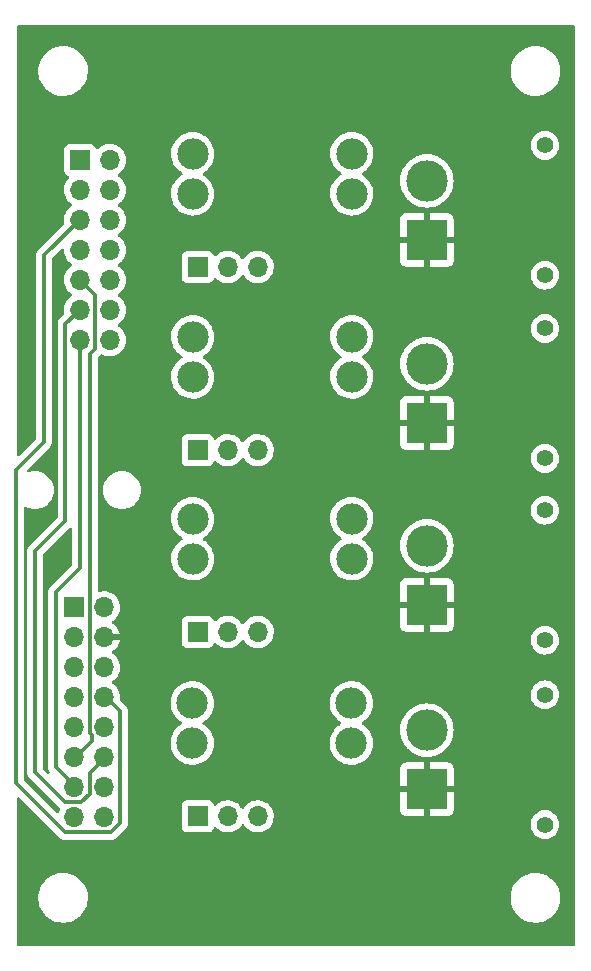
<source format=gbr>
%TF.GenerationSoftware,KiCad,Pcbnew,(6.0.0)*%
%TF.CreationDate,2022-03-16T00:12:02-04:00*%
%TF.ProjectId,OBD2PowerBreakOut_rev1,4f424432-506f-4776-9572-427265616b4f,rev?*%
%TF.SameCoordinates,Original*%
%TF.FileFunction,Copper,L4,Bot*%
%TF.FilePolarity,Positive*%
%FSLAX46Y46*%
G04 Gerber Fmt 4.6, Leading zero omitted, Abs format (unit mm)*
G04 Created by KiCad (PCBNEW (6.0.0)) date 2022-03-16 00:12:02*
%MOMM*%
%LPD*%
G01*
G04 APERTURE LIST*
%TA.AperFunction,ComponentPad*%
%ADD10R,1.700000X1.700000*%
%TD*%
%TA.AperFunction,ComponentPad*%
%ADD11O,1.700000X1.700000*%
%TD*%
%TA.AperFunction,ComponentPad*%
%ADD12C,1.400000*%
%TD*%
%TA.AperFunction,ComponentPad*%
%ADD13R,3.500000X3.500000*%
%TD*%
%TA.AperFunction,ComponentPad*%
%ADD14C,3.500000*%
%TD*%
%TA.AperFunction,ComponentPad*%
%ADD15C,2.650000*%
%TD*%
%TA.AperFunction,Conductor*%
%ADD16C,0.300000*%
%TD*%
G04 APERTURE END LIST*
D10*
%TO.P,J5,1,Pin_1*%
%TO.N,/1_vendor*%
X137922000Y-72405000D03*
D11*
%TO.P,J5,2,Pin_2*%
%TO.N,/2_SAEJ1850_Bus+*%
X140462000Y-72405000D03*
%TO.P,J5,3,Pin_3*%
%TO.N,/3_vendor*%
X137922000Y-74945000D03*
%TO.P,J5,4,Pin_4*%
%TO.N,Earth*%
X140462000Y-74945000D03*
%TO.P,J5,5,Pin_5*%
%TO.N,GND*%
X137922000Y-77485000D03*
%TO.P,J5,6,Pin_6*%
%TO.N,/6_ISO15765-4_CAN_HIGH*%
X140462000Y-77485000D03*
%TO.P,J5,7,Pin_7*%
%TO.N,/7_ISO9141_K-Line*%
X137922000Y-80025000D03*
%TO.P,J5,8,Pin_8*%
%TO.N,/8_vendor*%
X140462000Y-80025000D03*
%TO.P,J5,9,Pin_9*%
%TO.N,/9_vendor*%
X137922000Y-82565000D03*
%TO.P,J5,10,Pin_10*%
%TO.N,/10_SAEJ1850_Bus-*%
X140462000Y-82565000D03*
%TO.P,J5,11,Pin_11*%
%TO.N,/11_vendor*%
X137922000Y-85105000D03*
%TO.P,J5,12,Pin_12*%
%TO.N,/12_vendor*%
X140462000Y-85105000D03*
%TO.P,J5,13,Pin_13*%
%TO.N,/13_vendor*%
X137922000Y-87645000D03*
%TO.P,J5,14,Pin_14*%
%TO.N,/14_ISO15765-4_CAN_LOW*%
X140462000Y-87645000D03*
%TO.P,J5,15,Pin_15*%
%TO.N,/15_ISO9141_L-Line*%
X137922000Y-90185000D03*
%TO.P,J5,16,Pin_16*%
%TO.N,/16_12V*%
X140462000Y-90185000D03*
%TD*%
D12*
%TO.P,J1,*%
%TO.N,*%
X177800000Y-44300000D03*
X177800000Y-33300000D03*
D13*
%TO.P,J1,1,Pin_1*%
%TO.N,Earth*%
X167800000Y-41300000D03*
D14*
%TO.P,J1,2,Pin_2*%
%TO.N,Net-(F1-Pad1)*%
X167800000Y-36300000D03*
%TD*%
D12*
%TO.P,J3,*%
%TO.N,*%
X177800000Y-75200000D03*
X177800000Y-64200000D03*
D13*
%TO.P,J3,1,Pin_1*%
%TO.N,Earth*%
X167800000Y-72200000D03*
D14*
%TO.P,J3,2,Pin_2*%
%TO.N,Net-(F3-Pad1)*%
X167800000Y-67200000D03*
%TD*%
D12*
%TO.P,J2,*%
%TO.N,*%
X177800000Y-59800000D03*
X177800000Y-48800000D03*
D13*
%TO.P,J2,1,Pin_1*%
%TO.N,Earth*%
X167800000Y-56800000D03*
D14*
%TO.P,J2,2,Pin_2*%
%TO.N,Net-(F2-Pad1)*%
X167800000Y-51800000D03*
%TD*%
D12*
%TO.P,J4,*%
%TO.N,*%
X177800000Y-90800000D03*
X177800000Y-79800000D03*
D13*
%TO.P,J4,1,Pin_1*%
%TO.N,Earth*%
X167800000Y-87800000D03*
D14*
%TO.P,J4,2,Pin_2*%
%TO.N,Net-(F4-Pad1)*%
X167800000Y-82800000D03*
%TD*%
D11*
%TO.P,J6,14,Pin_14*%
%TO.N,/ACC*%
X140965000Y-49779000D03*
%TO.P,J6,13,Pin_13*%
%TO.N,/13_vendor*%
X138425000Y-49779000D03*
%TO.P,J6,12,Pin_12*%
%TO.N,/ACC*%
X140965000Y-47239000D03*
%TO.P,J6,11,Pin_11*%
%TO.N,/12_vendor*%
X138425000Y-47239000D03*
%TO.P,J6,10,Pin_10*%
%TO.N,/ACC*%
X140965000Y-44699000D03*
%TO.P,J6,9,Pin_9*%
%TO.N,/11_vendor*%
X138425000Y-44699000D03*
%TO.P,J6,8,Pin_8*%
%TO.N,/ACC*%
X140965000Y-42159000D03*
%TO.P,J6,7,Pin_7*%
%TO.N,/9_vendor*%
X138425000Y-42159000D03*
%TO.P,J6,6,Pin_6*%
%TO.N,/ACC*%
X140965000Y-39619000D03*
%TO.P,J6,5,Pin_5*%
%TO.N,/8_vendor*%
X138425000Y-39619000D03*
%TO.P,J6,4,Pin_4*%
%TO.N,/ACC*%
X140965000Y-37079000D03*
%TO.P,J6,3,Pin_3*%
%TO.N,/3_vendor*%
X138425000Y-37079000D03*
%TO.P,J6,2,Pin_2*%
%TO.N,/ACC*%
X140965000Y-34539000D03*
D10*
%TO.P,J6,1,Pin_1*%
%TO.N,/1_vendor*%
X138425000Y-34539000D03*
%TD*%
D15*
%TO.P,F1,1*%
%TO.N,Net-(F1-Pad1)*%
X161435000Y-37400000D03*
X161435000Y-34000000D03*
%TO.P,F1,2*%
%TO.N,Net-(F1-Pad2)*%
X147965000Y-34000000D03*
X147965000Y-37400000D03*
%TD*%
%TO.P,F4,1*%
%TO.N,Net-(F4-Pad1)*%
X161421000Y-83900000D03*
X161421000Y-80500000D03*
%TO.P,F4,2*%
%TO.N,Net-(F4-Pad2)*%
X147951000Y-80500000D03*
X147951000Y-83900000D03*
%TD*%
%TO.P,F3,1*%
%TO.N,Net-(F3-Pad1)*%
X161435000Y-68300000D03*
X161435000Y-64900000D03*
%TO.P,F3,2*%
%TO.N,Net-(F3-Pad2)*%
X147965000Y-64900000D03*
X147965000Y-68300000D03*
%TD*%
%TO.P,F2,1*%
%TO.N,Net-(F2-Pad1)*%
X161435000Y-52900000D03*
X161435000Y-49500000D03*
%TO.P,F2,2*%
%TO.N,Net-(F2-Pad2)*%
X147965000Y-49500000D03*
X147965000Y-52900000D03*
%TD*%
D10*
%TO.P,JP2,1,A*%
%TO.N,/16_12V*%
X148400000Y-59100000D03*
D11*
%TO.P,JP2,2,C*%
%TO.N,Net-(F2-Pad2)*%
X150940000Y-59100000D03*
%TO.P,JP2,3,B*%
%TO.N,/ACC*%
X153480000Y-59100000D03*
%TD*%
D10*
%TO.P,JP1,1,A*%
%TO.N,/16_12V*%
X148400000Y-43600000D03*
D11*
%TO.P,JP1,2,C*%
%TO.N,Net-(F1-Pad2)*%
X150940000Y-43600000D03*
%TO.P,JP1,3,B*%
%TO.N,/ACC*%
X153480000Y-43600000D03*
%TD*%
D10*
%TO.P,JP3,1,A*%
%TO.N,/16_12V*%
X148400000Y-74500000D03*
D11*
%TO.P,JP3,2,C*%
%TO.N,Net-(F3-Pad2)*%
X150940000Y-74500000D03*
%TO.P,JP3,3,B*%
%TO.N,/ACC*%
X153480000Y-74500000D03*
%TD*%
D10*
%TO.P,JP4,1,A*%
%TO.N,/16_12V*%
X148400000Y-90100000D03*
D11*
%TO.P,JP4,2,C*%
%TO.N,Net-(F4-Pad2)*%
X150940000Y-90100000D03*
%TO.P,JP4,3,B*%
%TO.N,/ACC*%
X153480000Y-90100000D03*
%TD*%
D16*
%TO.N,/13_vendor*%
X136398000Y-71120000D02*
X136398000Y-85938000D01*
X136398000Y-85938000D02*
X138100000Y-87640000D01*
X138400000Y-69118000D02*
X136398000Y-71120000D01*
X138400000Y-49740000D02*
X138400000Y-69118000D01*
%TO.N,/8_vendor*%
X135382000Y-42598000D02*
X138400000Y-39580000D01*
X135382000Y-58420000D02*
X135382000Y-42598000D01*
X133002479Y-87282479D02*
X133002479Y-60799521D01*
X133002479Y-60799521D02*
X135382000Y-58420000D01*
X137160000Y-91440000D02*
X133002479Y-87282479D01*
X141839511Y-90676855D02*
X141076366Y-91440000D01*
X141839511Y-81219511D02*
X141839511Y-90676855D01*
X140640000Y-80020000D02*
X141839511Y-81219511D01*
X141076366Y-91440000D02*
X137160000Y-91440000D01*
%TO.N,/12_vendor*%
X134620000Y-86360000D02*
X134620000Y-67680240D01*
X137160000Y-88900000D02*
X134620000Y-86360000D01*
X137200489Y-48399511D02*
X138400000Y-47200000D01*
X138536366Y-88900000D02*
X137160000Y-88900000D01*
X137200489Y-65099751D02*
X137200489Y-48399511D01*
X139262489Y-88173877D02*
X138536366Y-88900000D01*
X134620000Y-67680240D02*
X137200489Y-65099751D01*
X139262489Y-86477511D02*
X139262489Y-88173877D01*
X140640000Y-85100000D02*
X139262489Y-86477511D01*
%TO.N,/11_vendor*%
X139262489Y-50983511D02*
X139700000Y-50546000D01*
X139700000Y-50546000D02*
X139700000Y-45960000D01*
X139262489Y-83061855D02*
X139262489Y-50983511D01*
X139440489Y-83239855D02*
X139262489Y-83061855D01*
X139700000Y-45960000D02*
X138400000Y-44660000D01*
X138100000Y-85100000D02*
X139440489Y-83759511D01*
X139440489Y-83759511D02*
X139440489Y-83239855D01*
%TD*%
%TA.AperFunction,Conductor*%
%TO.N,Earth*%
G36*
X180282121Y-23134002D02*
G01*
X180328614Y-23187658D01*
X180340000Y-23240000D01*
X180340000Y-100966000D01*
X180319998Y-101034121D01*
X180266342Y-101080614D01*
X180214001Y-101092000D01*
X156719889Y-101091971D01*
X133227453Y-101091942D01*
X133159332Y-101071940D01*
X133112839Y-101018284D01*
X133101453Y-100965951D01*
X133101318Y-99030425D01*
X133101185Y-97132703D01*
X134890743Y-97132703D01*
X134928268Y-97417734D01*
X135004129Y-97695036D01*
X135116923Y-97959476D01*
X135264561Y-98206161D01*
X135444313Y-98430528D01*
X135652851Y-98628423D01*
X135886317Y-98796186D01*
X135890112Y-98798195D01*
X135890113Y-98798196D01*
X135911869Y-98809715D01*
X136140392Y-98930712D01*
X136410373Y-99029511D01*
X136691264Y-99090755D01*
X136719841Y-99093004D01*
X136914282Y-99108307D01*
X136914291Y-99108307D01*
X136916739Y-99108500D01*
X137072271Y-99108500D01*
X137074407Y-99108354D01*
X137074418Y-99108354D01*
X137282548Y-99094165D01*
X137282554Y-99094164D01*
X137286825Y-99093873D01*
X137291020Y-99093004D01*
X137291022Y-99093004D01*
X137427583Y-99064724D01*
X137568342Y-99035574D01*
X137839343Y-98939607D01*
X138094812Y-98807750D01*
X138098313Y-98805289D01*
X138098317Y-98805287D01*
X138212417Y-98725096D01*
X138330023Y-98642441D01*
X138540622Y-98446740D01*
X138722713Y-98224268D01*
X138872927Y-97979142D01*
X138988483Y-97715898D01*
X139067244Y-97439406D01*
X139107751Y-97154784D01*
X139107845Y-97136951D01*
X139107867Y-97132703D01*
X174890743Y-97132703D01*
X174928268Y-97417734D01*
X175004129Y-97695036D01*
X175116923Y-97959476D01*
X175264561Y-98206161D01*
X175444313Y-98430528D01*
X175652851Y-98628423D01*
X175886317Y-98796186D01*
X175890112Y-98798195D01*
X175890113Y-98798196D01*
X175911869Y-98809715D01*
X176140392Y-98930712D01*
X176410373Y-99029511D01*
X176691264Y-99090755D01*
X176719841Y-99093004D01*
X176914282Y-99108307D01*
X176914291Y-99108307D01*
X176916739Y-99108500D01*
X177072271Y-99108500D01*
X177074407Y-99108354D01*
X177074418Y-99108354D01*
X177282548Y-99094165D01*
X177282554Y-99094164D01*
X177286825Y-99093873D01*
X177291020Y-99093004D01*
X177291022Y-99093004D01*
X177427583Y-99064724D01*
X177568342Y-99035574D01*
X177839343Y-98939607D01*
X178094812Y-98807750D01*
X178098313Y-98805289D01*
X178098317Y-98805287D01*
X178212417Y-98725096D01*
X178330023Y-98642441D01*
X178540622Y-98446740D01*
X178722713Y-98224268D01*
X178872927Y-97979142D01*
X178988483Y-97715898D01*
X179067244Y-97439406D01*
X179107751Y-97154784D01*
X179107845Y-97136951D01*
X179109235Y-96871583D01*
X179109235Y-96871576D01*
X179109257Y-96867297D01*
X179071732Y-96582266D01*
X178995871Y-96304964D01*
X178883077Y-96040524D01*
X178735439Y-95793839D01*
X178555687Y-95569472D01*
X178347149Y-95371577D01*
X178113683Y-95203814D01*
X178091843Y-95192250D01*
X178068654Y-95179972D01*
X177859608Y-95069288D01*
X177589627Y-94970489D01*
X177308736Y-94909245D01*
X177277685Y-94906801D01*
X177085718Y-94891693D01*
X177085709Y-94891693D01*
X177083261Y-94891500D01*
X176927729Y-94891500D01*
X176925593Y-94891646D01*
X176925582Y-94891646D01*
X176717452Y-94905835D01*
X176717446Y-94905836D01*
X176713175Y-94906127D01*
X176708980Y-94906996D01*
X176708978Y-94906996D01*
X176572416Y-94935277D01*
X176431658Y-94964426D01*
X176160657Y-95060393D01*
X175905188Y-95192250D01*
X175901687Y-95194711D01*
X175901683Y-95194713D01*
X175891594Y-95201804D01*
X175669977Y-95357559D01*
X175459378Y-95553260D01*
X175277287Y-95775732D01*
X175127073Y-96020858D01*
X175011517Y-96284102D01*
X174932756Y-96560594D01*
X174892249Y-96845216D01*
X174892227Y-96849505D01*
X174892226Y-96849512D01*
X174890765Y-97128417D01*
X174890743Y-97132703D01*
X139107867Y-97132703D01*
X139109235Y-96871583D01*
X139109235Y-96871576D01*
X139109257Y-96867297D01*
X139071732Y-96582266D01*
X138995871Y-96304964D01*
X138883077Y-96040524D01*
X138735439Y-95793839D01*
X138555687Y-95569472D01*
X138347149Y-95371577D01*
X138113683Y-95203814D01*
X138091843Y-95192250D01*
X138068654Y-95179972D01*
X137859608Y-95069288D01*
X137589627Y-94970489D01*
X137308736Y-94909245D01*
X137277685Y-94906801D01*
X137085718Y-94891693D01*
X137085709Y-94891693D01*
X137083261Y-94891500D01*
X136927729Y-94891500D01*
X136925593Y-94891646D01*
X136925582Y-94891646D01*
X136717452Y-94905835D01*
X136717446Y-94905836D01*
X136713175Y-94906127D01*
X136708980Y-94906996D01*
X136708978Y-94906996D01*
X136572416Y-94935277D01*
X136431658Y-94964426D01*
X136160657Y-95060393D01*
X135905188Y-95192250D01*
X135901687Y-95194711D01*
X135901683Y-95194713D01*
X135891594Y-95201804D01*
X135669977Y-95357559D01*
X135459378Y-95553260D01*
X135277287Y-95775732D01*
X135127073Y-96020858D01*
X135011517Y-96284102D01*
X134932756Y-96560594D01*
X134892249Y-96845216D01*
X134892227Y-96849505D01*
X134892226Y-96849512D01*
X134890765Y-97128417D01*
X134890743Y-97132703D01*
X133101185Y-97132703D01*
X133100588Y-88616047D01*
X133120585Y-88547925D01*
X133174238Y-88501428D01*
X133244511Y-88491319D01*
X133309094Y-88520808D01*
X133315683Y-88526943D01*
X136636345Y-91847605D01*
X136644335Y-91856385D01*
X136648584Y-91863080D01*
X136654362Y-91868506D01*
X136654363Y-91868507D01*
X136700257Y-91911604D01*
X136703099Y-91914359D01*
X136723667Y-91934927D01*
X136727170Y-91937644D01*
X136736195Y-91945352D01*
X136769867Y-91976972D01*
X136776818Y-91980793D01*
X136776819Y-91980794D01*
X136788658Y-91987303D01*
X136805182Y-91998157D01*
X136815271Y-92005982D01*
X136822132Y-92011304D01*
X136829404Y-92014451D01*
X136829406Y-92014452D01*
X136864535Y-92029654D01*
X136875195Y-92034876D01*
X136905168Y-92051354D01*
X136915663Y-92057124D01*
X136936441Y-92062459D01*
X136955131Y-92068858D01*
X136974824Y-92077380D01*
X137009563Y-92082882D01*
X137020448Y-92084606D01*
X137032071Y-92087013D01*
X137056754Y-92093350D01*
X137076812Y-92098500D01*
X137098259Y-92098500D01*
X137117969Y-92100051D01*
X137139152Y-92103406D01*
X137185141Y-92099059D01*
X137196996Y-92098500D01*
X140994310Y-92098500D01*
X141006166Y-92099059D01*
X141006169Y-92099059D01*
X141013903Y-92100788D01*
X141084735Y-92098562D01*
X141088693Y-92098500D01*
X141117798Y-92098500D01*
X141122198Y-92097944D01*
X141134030Y-92097012D01*
X141180197Y-92095562D01*
X141200787Y-92089580D01*
X141220148Y-92085570D01*
X141227782Y-92084606D01*
X141233570Y-92083875D01*
X141233571Y-92083875D01*
X141241430Y-92082882D01*
X141248795Y-92079966D01*
X141248799Y-92079965D01*
X141284387Y-92065874D01*
X141295597Y-92062035D01*
X141339966Y-92049145D01*
X141358431Y-92038225D01*
X141376171Y-92029534D01*
X141396122Y-92021635D01*
X141433495Y-91994482D01*
X141443414Y-91987967D01*
X141476343Y-91968493D01*
X141476347Y-91968490D01*
X141483173Y-91964453D01*
X141498337Y-91949289D01*
X141513371Y-91936448D01*
X141530723Y-91923841D01*
X141560169Y-91888247D01*
X141568158Y-91879468D01*
X142247116Y-91200510D01*
X142255896Y-91192520D01*
X142255898Y-91192518D01*
X142262591Y-91188271D01*
X142311116Y-91136597D01*
X142313870Y-91133756D01*
X142334438Y-91113188D01*
X142337158Y-91109681D01*
X142344864Y-91100659D01*
X142366856Y-91077240D01*
X142376483Y-91066988D01*
X142384470Y-91052460D01*
X142386814Y-91048197D01*
X142397668Y-91031673D01*
X142405956Y-91020987D01*
X142410815Y-91014723D01*
X142417994Y-90998134D01*
X147041500Y-90998134D01*
X147048255Y-91060316D01*
X147099385Y-91196705D01*
X147186739Y-91313261D01*
X147303295Y-91400615D01*
X147439684Y-91451745D01*
X147501866Y-91458500D01*
X149298134Y-91458500D01*
X149360316Y-91451745D01*
X149496705Y-91400615D01*
X149613261Y-91313261D01*
X149700615Y-91196705D01*
X149723148Y-91136598D01*
X149744598Y-91079382D01*
X149787240Y-91022618D01*
X149853802Y-90997918D01*
X149923150Y-91013126D01*
X149957817Y-91041114D01*
X149986250Y-91073938D01*
X150158126Y-91216632D01*
X150351000Y-91329338D01*
X150559692Y-91409030D01*
X150564760Y-91410061D01*
X150564763Y-91410062D01*
X150672017Y-91431883D01*
X150778597Y-91453567D01*
X150783772Y-91453757D01*
X150783774Y-91453757D01*
X150996673Y-91461564D01*
X150996677Y-91461564D01*
X151001837Y-91461753D01*
X151006957Y-91461097D01*
X151006959Y-91461097D01*
X151218288Y-91434025D01*
X151218289Y-91434025D01*
X151223416Y-91433368D01*
X151297762Y-91411063D01*
X151432429Y-91370661D01*
X151432434Y-91370659D01*
X151437384Y-91369174D01*
X151637994Y-91270896D01*
X151819860Y-91141173D01*
X151888505Y-91072768D01*
X151963616Y-90997918D01*
X151978096Y-90983489D01*
X152044687Y-90890818D01*
X152108453Y-90802077D01*
X152109776Y-90803028D01*
X152156645Y-90759857D01*
X152226580Y-90747625D01*
X152292026Y-90775144D01*
X152319875Y-90806994D01*
X152379987Y-90905088D01*
X152526250Y-91073938D01*
X152698126Y-91216632D01*
X152891000Y-91329338D01*
X153099692Y-91409030D01*
X153104760Y-91410061D01*
X153104763Y-91410062D01*
X153212017Y-91431883D01*
X153318597Y-91453567D01*
X153323772Y-91453757D01*
X153323774Y-91453757D01*
X153536673Y-91461564D01*
X153536677Y-91461564D01*
X153541837Y-91461753D01*
X153546957Y-91461097D01*
X153546959Y-91461097D01*
X153758288Y-91434025D01*
X153758289Y-91434025D01*
X153763416Y-91433368D01*
X153837762Y-91411063D01*
X153972429Y-91370661D01*
X153972434Y-91370659D01*
X153977384Y-91369174D01*
X154177994Y-91270896D01*
X154359860Y-91141173D01*
X154428505Y-91072768D01*
X154503616Y-90997918D01*
X154518096Y-90983489D01*
X154584687Y-90890818D01*
X154645435Y-90806277D01*
X154648453Y-90802077D01*
X154649480Y-90800000D01*
X176586884Y-90800000D01*
X176605314Y-91010655D01*
X176606738Y-91015968D01*
X176606738Y-91015970D01*
X176656186Y-91200510D01*
X176660044Y-91214910D01*
X176662366Y-91219891D01*
X176662367Y-91219892D01*
X176746640Y-91400615D01*
X176749411Y-91406558D01*
X176870699Y-91579776D01*
X177020224Y-91729301D01*
X177193442Y-91850589D01*
X177198420Y-91852910D01*
X177198423Y-91852912D01*
X177374305Y-91934927D01*
X177385090Y-91939956D01*
X177390398Y-91941378D01*
X177390400Y-91941379D01*
X177584030Y-91993262D01*
X177584032Y-91993262D01*
X177589345Y-91994686D01*
X177800000Y-92013116D01*
X178010655Y-91994686D01*
X178015968Y-91993262D01*
X178015970Y-91993262D01*
X178209600Y-91941379D01*
X178209602Y-91941378D01*
X178214910Y-91939956D01*
X178225695Y-91934927D01*
X178401577Y-91852912D01*
X178401580Y-91852910D01*
X178406558Y-91850589D01*
X178579776Y-91729301D01*
X178729301Y-91579776D01*
X178850589Y-91406558D01*
X178853361Y-91400615D01*
X178937633Y-91219892D01*
X178937634Y-91219891D01*
X178939956Y-91214910D01*
X178943815Y-91200510D01*
X178993262Y-91015970D01*
X178993262Y-91015968D01*
X178994686Y-91010655D01*
X179013116Y-90800000D01*
X178994686Y-90589345D01*
X178939956Y-90385090D01*
X178850589Y-90193442D01*
X178729301Y-90020224D01*
X178579776Y-89870699D01*
X178406558Y-89749411D01*
X178401580Y-89747090D01*
X178401577Y-89747088D01*
X178219892Y-89662367D01*
X178219891Y-89662366D01*
X178214910Y-89660044D01*
X178209602Y-89658622D01*
X178209600Y-89658621D01*
X178015970Y-89606738D01*
X178015968Y-89606738D01*
X178010655Y-89605314D01*
X177800000Y-89586884D01*
X177589345Y-89605314D01*
X177584032Y-89606738D01*
X177584030Y-89606738D01*
X177390400Y-89658621D01*
X177390398Y-89658622D01*
X177385090Y-89660044D01*
X177380109Y-89662366D01*
X177380108Y-89662367D01*
X177198423Y-89747088D01*
X177198420Y-89747090D01*
X177193442Y-89749411D01*
X177020224Y-89870699D01*
X176870699Y-90020224D01*
X176749411Y-90193442D01*
X176660044Y-90385090D01*
X176605314Y-90589345D01*
X176586884Y-90800000D01*
X154649480Y-90800000D01*
X154652186Y-90794525D01*
X154745136Y-90606453D01*
X154745137Y-90606451D01*
X154747430Y-90601811D01*
X154812370Y-90388069D01*
X154841529Y-90166590D01*
X154843156Y-90100000D01*
X154824852Y-89877361D01*
X154770431Y-89660702D01*
X154741719Y-89594669D01*
X165542001Y-89594669D01*
X165542371Y-89601490D01*
X165547895Y-89652352D01*
X165551521Y-89667604D01*
X165596676Y-89788054D01*
X165605214Y-89803649D01*
X165681715Y-89905724D01*
X165694276Y-89918285D01*
X165796351Y-89994786D01*
X165811946Y-90003324D01*
X165932394Y-90048478D01*
X165947649Y-90052105D01*
X165998514Y-90057631D01*
X166005328Y-90058000D01*
X167527885Y-90058000D01*
X167543124Y-90053525D01*
X167544329Y-90052135D01*
X167546000Y-90044452D01*
X167546000Y-90039884D01*
X168054000Y-90039884D01*
X168058475Y-90055123D01*
X168059865Y-90056328D01*
X168067548Y-90057999D01*
X169594669Y-90057999D01*
X169601490Y-90057629D01*
X169652352Y-90052105D01*
X169667604Y-90048479D01*
X169788054Y-90003324D01*
X169803649Y-89994786D01*
X169905724Y-89918285D01*
X169918285Y-89905724D01*
X169994786Y-89803649D01*
X170003324Y-89788054D01*
X170048478Y-89667606D01*
X170052105Y-89652351D01*
X170057631Y-89601486D01*
X170058000Y-89594672D01*
X170058000Y-88072115D01*
X170053525Y-88056876D01*
X170052135Y-88055671D01*
X170044452Y-88054000D01*
X168072115Y-88054000D01*
X168056876Y-88058475D01*
X168055671Y-88059865D01*
X168054000Y-88067548D01*
X168054000Y-90039884D01*
X167546000Y-90039884D01*
X167546000Y-88072115D01*
X167541525Y-88056876D01*
X167540135Y-88055671D01*
X167532452Y-88054000D01*
X165560116Y-88054000D01*
X165544877Y-88058475D01*
X165543672Y-88059865D01*
X165542001Y-88067548D01*
X165542001Y-89594669D01*
X154741719Y-89594669D01*
X154681354Y-89455840D01*
X154598093Y-89327138D01*
X154562822Y-89272617D01*
X154562820Y-89272614D01*
X154560014Y-89268277D01*
X154409670Y-89103051D01*
X154405619Y-89099852D01*
X154405615Y-89099848D01*
X154238414Y-88967800D01*
X154238410Y-88967798D01*
X154234359Y-88964598D01*
X154038789Y-88856638D01*
X154033920Y-88854914D01*
X154033916Y-88854912D01*
X153833087Y-88783795D01*
X153833083Y-88783794D01*
X153828212Y-88782069D01*
X153823119Y-88781162D01*
X153823116Y-88781161D01*
X153613373Y-88743800D01*
X153613367Y-88743799D01*
X153608284Y-88742894D01*
X153534452Y-88741992D01*
X153390081Y-88740228D01*
X153390079Y-88740228D01*
X153384911Y-88740165D01*
X153164091Y-88773955D01*
X152951756Y-88843357D01*
X152753607Y-88946507D01*
X152749474Y-88949610D01*
X152749471Y-88949612D01*
X152579100Y-89077530D01*
X152574965Y-89080635D01*
X152571393Y-89084373D01*
X152463729Y-89197037D01*
X152420629Y-89242138D01*
X152313201Y-89399621D01*
X152258293Y-89444621D01*
X152187768Y-89452792D01*
X152124021Y-89421538D01*
X152103324Y-89397054D01*
X152022822Y-89272617D01*
X152022820Y-89272614D01*
X152020014Y-89268277D01*
X151869670Y-89103051D01*
X151865619Y-89099852D01*
X151865615Y-89099848D01*
X151698414Y-88967800D01*
X151698410Y-88967798D01*
X151694359Y-88964598D01*
X151498789Y-88856638D01*
X151493920Y-88854914D01*
X151493916Y-88854912D01*
X151293087Y-88783795D01*
X151293083Y-88783794D01*
X151288212Y-88782069D01*
X151283119Y-88781162D01*
X151283116Y-88781161D01*
X151073373Y-88743800D01*
X151073367Y-88743799D01*
X151068284Y-88742894D01*
X150994452Y-88741992D01*
X150850081Y-88740228D01*
X150850079Y-88740228D01*
X150844911Y-88740165D01*
X150624091Y-88773955D01*
X150411756Y-88843357D01*
X150213607Y-88946507D01*
X150209474Y-88949610D01*
X150209471Y-88949612D01*
X150039100Y-89077530D01*
X150034965Y-89080635D01*
X149978537Y-89139684D01*
X149954283Y-89165064D01*
X149892759Y-89200494D01*
X149821846Y-89197037D01*
X149764060Y-89155791D01*
X149745207Y-89122243D01*
X149703767Y-89011703D01*
X149700615Y-89003295D01*
X149613261Y-88886739D01*
X149496705Y-88799385D01*
X149360316Y-88748255D01*
X149298134Y-88741500D01*
X147501866Y-88741500D01*
X147439684Y-88748255D01*
X147303295Y-88799385D01*
X147186739Y-88886739D01*
X147099385Y-89003295D01*
X147048255Y-89139684D01*
X147041500Y-89201866D01*
X147041500Y-90998134D01*
X142417994Y-90998134D01*
X142429165Y-90972320D01*
X142434387Y-90961660D01*
X142452816Y-90928139D01*
X142452817Y-90928137D01*
X142456635Y-90921192D01*
X142461970Y-90900414D01*
X142468369Y-90881724D01*
X142476891Y-90862031D01*
X142484117Y-90816407D01*
X142486524Y-90804784D01*
X142496039Y-90767723D01*
X142498011Y-90760043D01*
X142498011Y-90738596D01*
X142499562Y-90718886D01*
X142501677Y-90705532D01*
X142502917Y-90697703D01*
X142498570Y-90651714D01*
X142498011Y-90639859D01*
X142498011Y-87527885D01*
X165542000Y-87527885D01*
X165546475Y-87543124D01*
X165547865Y-87544329D01*
X165555548Y-87546000D01*
X167527885Y-87546000D01*
X167543124Y-87541525D01*
X167544329Y-87540135D01*
X167546000Y-87532452D01*
X167546000Y-87527885D01*
X168054000Y-87527885D01*
X168058475Y-87543124D01*
X168059865Y-87544329D01*
X168067548Y-87546000D01*
X170039884Y-87546000D01*
X170055123Y-87541525D01*
X170056328Y-87540135D01*
X170057999Y-87532452D01*
X170057999Y-86005331D01*
X170057629Y-85998510D01*
X170052105Y-85947648D01*
X170048479Y-85932396D01*
X170003324Y-85811946D01*
X169994786Y-85796351D01*
X169918285Y-85694276D01*
X169905724Y-85681715D01*
X169803649Y-85605214D01*
X169788054Y-85596676D01*
X169667606Y-85551522D01*
X169652351Y-85547895D01*
X169601486Y-85542369D01*
X169594672Y-85542000D01*
X168072115Y-85542000D01*
X168056876Y-85546475D01*
X168055671Y-85547865D01*
X168054000Y-85555548D01*
X168054000Y-87527885D01*
X167546000Y-87527885D01*
X167546000Y-85560116D01*
X167541525Y-85544877D01*
X167540135Y-85543672D01*
X167532452Y-85542001D01*
X166005331Y-85542001D01*
X165998510Y-85542371D01*
X165947648Y-85547895D01*
X165932396Y-85551521D01*
X165811946Y-85596676D01*
X165796351Y-85605214D01*
X165694276Y-85681715D01*
X165681715Y-85694276D01*
X165605214Y-85796351D01*
X165596676Y-85811946D01*
X165551522Y-85932394D01*
X165547895Y-85947649D01*
X165542369Y-85998514D01*
X165542000Y-86005328D01*
X165542000Y-87527885D01*
X142498011Y-87527885D01*
X142498011Y-83842261D01*
X146113724Y-83842261D01*
X146113899Y-83846713D01*
X146120653Y-84018602D01*
X146123918Y-84101712D01*
X146170567Y-84357138D01*
X146252740Y-84603442D01*
X146254730Y-84607425D01*
X146254731Y-84607427D01*
X146331039Y-84760141D01*
X146368799Y-84835711D01*
X146371326Y-84839367D01*
X146371327Y-84839369D01*
X146407052Y-84891059D01*
X146516426Y-85049310D01*
X146692677Y-85239978D01*
X146696131Y-85242790D01*
X146890578Y-85401095D01*
X146890582Y-85401098D01*
X146894035Y-85403909D01*
X147116482Y-85537833D01*
X147120577Y-85539567D01*
X147120579Y-85539568D01*
X147351480Y-85637342D01*
X147351487Y-85637344D01*
X147355581Y-85639078D01*
X147606559Y-85705624D01*
X147610983Y-85706148D01*
X147610985Y-85706148D01*
X147714416Y-85718389D01*
X147864410Y-85736142D01*
X148123988Y-85730025D01*
X148128384Y-85729293D01*
X148128387Y-85729293D01*
X148375713Y-85688127D01*
X148375717Y-85688126D01*
X148380115Y-85687394D01*
X148627680Y-85609099D01*
X148861744Y-85496704D01*
X148997178Y-85406210D01*
X149073927Y-85354928D01*
X149073931Y-85354925D01*
X149077635Y-85352450D01*
X149080952Y-85349479D01*
X149080956Y-85349476D01*
X149267730Y-85182187D01*
X149267731Y-85182186D01*
X149271048Y-85179215D01*
X149438121Y-84980457D01*
X149575523Y-84760141D01*
X149680511Y-84522662D01*
X149750991Y-84272760D01*
X149763741Y-84177838D01*
X149785129Y-84018602D01*
X149785130Y-84018594D01*
X149785556Y-84015420D01*
X149785657Y-84012209D01*
X149789082Y-83903222D01*
X149789082Y-83903217D01*
X149789183Y-83900000D01*
X149785095Y-83842261D01*
X159583724Y-83842261D01*
X159583899Y-83846713D01*
X159590653Y-84018602D01*
X159593918Y-84101712D01*
X159640567Y-84357138D01*
X159722740Y-84603442D01*
X159724730Y-84607425D01*
X159724731Y-84607427D01*
X159801039Y-84760141D01*
X159838799Y-84835711D01*
X159841326Y-84839367D01*
X159841327Y-84839369D01*
X159877052Y-84891059D01*
X159986426Y-85049310D01*
X160162677Y-85239978D01*
X160166131Y-85242790D01*
X160360578Y-85401095D01*
X160360582Y-85401098D01*
X160364035Y-85403909D01*
X160586482Y-85537833D01*
X160590577Y-85539567D01*
X160590579Y-85539568D01*
X160821480Y-85637342D01*
X160821487Y-85637344D01*
X160825581Y-85639078D01*
X161076559Y-85705624D01*
X161080983Y-85706148D01*
X161080985Y-85706148D01*
X161184416Y-85718389D01*
X161334410Y-85736142D01*
X161593988Y-85730025D01*
X161598384Y-85729293D01*
X161598387Y-85729293D01*
X161845713Y-85688127D01*
X161845717Y-85688126D01*
X161850115Y-85687394D01*
X162097680Y-85609099D01*
X162331744Y-85496704D01*
X162467178Y-85406210D01*
X162543927Y-85354928D01*
X162543931Y-85354925D01*
X162547635Y-85352450D01*
X162550952Y-85349479D01*
X162550956Y-85349476D01*
X162737730Y-85182187D01*
X162737731Y-85182186D01*
X162741048Y-85179215D01*
X162908121Y-84980457D01*
X163045523Y-84760141D01*
X163150511Y-84522662D01*
X163220991Y-84272760D01*
X163233741Y-84177838D01*
X163255129Y-84018602D01*
X163255130Y-84018594D01*
X163255556Y-84015420D01*
X163255657Y-84012209D01*
X163259082Y-83903222D01*
X163259082Y-83903217D01*
X163259183Y-83900000D01*
X163240845Y-83640998D01*
X163229521Y-83588397D01*
X163187132Y-83391510D01*
X163187132Y-83391508D01*
X163186196Y-83387163D01*
X163096326Y-83143561D01*
X162973029Y-82915052D01*
X162888050Y-82800000D01*
X165536654Y-82800000D01*
X165536924Y-82804119D01*
X165555495Y-83087457D01*
X165556017Y-83095426D01*
X165556819Y-83099459D01*
X165556820Y-83099465D01*
X165602247Y-83327838D01*
X165613776Y-83385797D01*
X165615103Y-83389706D01*
X165615104Y-83389710D01*
X165698925Y-83636640D01*
X165708941Y-83666145D01*
X165770852Y-83791687D01*
X165825855Y-83903222D01*
X165839885Y-83931673D01*
X165853138Y-83951507D01*
X165950529Y-84097263D01*
X166004367Y-84177838D01*
X166007081Y-84180932D01*
X166007085Y-84180938D01*
X166157768Y-84352758D01*
X166199573Y-84400427D01*
X166202662Y-84403136D01*
X166419062Y-84592915D01*
X166419068Y-84592919D01*
X166422162Y-84595633D01*
X166425588Y-84597922D01*
X166425593Y-84597926D01*
X166609405Y-84720744D01*
X166668327Y-84760115D01*
X166672026Y-84761939D01*
X166672031Y-84761942D01*
X166808313Y-84829148D01*
X166933855Y-84891059D01*
X166937760Y-84892384D01*
X166937761Y-84892385D01*
X167210290Y-84984896D01*
X167210294Y-84984897D01*
X167214203Y-84986224D01*
X167218247Y-84987028D01*
X167218253Y-84987030D01*
X167500535Y-85043180D01*
X167500541Y-85043181D01*
X167504574Y-85043983D01*
X167508679Y-85044252D01*
X167508686Y-85044253D01*
X167795881Y-85063076D01*
X167800000Y-85063346D01*
X167804119Y-85063076D01*
X168091314Y-85044253D01*
X168091321Y-85044252D01*
X168095426Y-85043983D01*
X168099459Y-85043181D01*
X168099465Y-85043180D01*
X168381747Y-84987030D01*
X168381753Y-84987028D01*
X168385797Y-84986224D01*
X168389706Y-84984897D01*
X168389710Y-84984896D01*
X168662239Y-84892385D01*
X168662240Y-84892384D01*
X168666145Y-84891059D01*
X168791687Y-84829148D01*
X168927969Y-84761942D01*
X168927974Y-84761939D01*
X168931673Y-84760115D01*
X168990595Y-84720744D01*
X169174407Y-84597926D01*
X169174412Y-84597922D01*
X169177838Y-84595633D01*
X169180932Y-84592919D01*
X169180938Y-84592915D01*
X169397338Y-84403136D01*
X169400427Y-84400427D01*
X169442232Y-84352758D01*
X169592915Y-84180938D01*
X169592919Y-84180932D01*
X169595633Y-84177838D01*
X169649472Y-84097263D01*
X169746862Y-83951507D01*
X169760115Y-83931673D01*
X169774146Y-83903222D01*
X169829148Y-83791687D01*
X169891059Y-83666145D01*
X169901075Y-83636640D01*
X169984896Y-83389710D01*
X169984897Y-83389706D01*
X169986224Y-83385797D01*
X169997753Y-83327838D01*
X170043180Y-83099465D01*
X170043181Y-83099459D01*
X170043983Y-83095426D01*
X170044506Y-83087457D01*
X170063076Y-82804119D01*
X170063346Y-82800000D01*
X170054359Y-82662880D01*
X170044253Y-82508686D01*
X170044252Y-82508679D01*
X170043983Y-82504574D01*
X170040434Y-82486728D01*
X169987030Y-82218253D01*
X169987028Y-82218247D01*
X169986224Y-82214203D01*
X169981985Y-82201713D01*
X169892385Y-81937761D01*
X169892384Y-81937760D01*
X169891059Y-81933855D01*
X169760115Y-81668327D01*
X169658301Y-81515951D01*
X169597926Y-81425593D01*
X169597922Y-81425588D01*
X169595633Y-81422162D01*
X169592919Y-81419068D01*
X169592915Y-81419062D01*
X169403136Y-81202662D01*
X169400427Y-81199573D01*
X169375918Y-81178079D01*
X169180938Y-81007085D01*
X169180932Y-81007081D01*
X169177838Y-81004367D01*
X169174412Y-81002078D01*
X169174407Y-81002074D01*
X168935106Y-80842179D01*
X168931673Y-80839885D01*
X168927974Y-80838061D01*
X168927969Y-80838058D01*
X168720425Y-80735709D01*
X168666145Y-80708941D01*
X168631743Y-80697263D01*
X168389710Y-80615104D01*
X168389706Y-80615103D01*
X168385797Y-80613776D01*
X168381753Y-80612972D01*
X168381747Y-80612970D01*
X168099465Y-80556820D01*
X168099459Y-80556819D01*
X168095426Y-80556017D01*
X168091321Y-80555748D01*
X168091314Y-80555747D01*
X167804119Y-80536924D01*
X167800000Y-80536654D01*
X167795881Y-80536924D01*
X167508686Y-80555747D01*
X167508679Y-80555748D01*
X167504574Y-80556017D01*
X167500541Y-80556819D01*
X167500535Y-80556820D01*
X167218253Y-80612970D01*
X167218247Y-80612972D01*
X167214203Y-80613776D01*
X167210294Y-80615103D01*
X167210290Y-80615104D01*
X166968257Y-80697263D01*
X166933855Y-80708941D01*
X166879575Y-80735709D01*
X166672031Y-80838058D01*
X166672026Y-80838061D01*
X166668327Y-80839885D01*
X166664894Y-80842179D01*
X166425593Y-81002074D01*
X166425588Y-81002078D01*
X166422162Y-81004367D01*
X166419068Y-81007081D01*
X166419062Y-81007085D01*
X166224082Y-81178079D01*
X166199573Y-81199573D01*
X166196864Y-81202662D01*
X166007085Y-81419062D01*
X166007081Y-81419068D01*
X166004367Y-81422162D01*
X166002078Y-81425588D01*
X166002074Y-81425593D01*
X165941699Y-81515951D01*
X165839885Y-81668327D01*
X165708941Y-81933855D01*
X165707616Y-81937760D01*
X165707615Y-81937761D01*
X165618016Y-82201713D01*
X165613776Y-82214203D01*
X165612972Y-82218247D01*
X165612970Y-82218253D01*
X165559567Y-82486728D01*
X165556017Y-82504574D01*
X165555748Y-82508679D01*
X165555747Y-82508686D01*
X165545641Y-82662880D01*
X165536654Y-82800000D01*
X162888050Y-82800000D01*
X162818765Y-82706196D01*
X162636612Y-82521159D01*
X162633073Y-82518458D01*
X162633066Y-82518452D01*
X162433744Y-82366335D01*
X162430204Y-82363633D01*
X162338573Y-82312317D01*
X162288913Y-82261581D01*
X162274566Y-82192049D01*
X162300087Y-82125799D01*
X162332357Y-82097621D01*
X162331744Y-82096704D01*
X162543927Y-81954928D01*
X162543931Y-81954925D01*
X162547635Y-81952450D01*
X162550952Y-81949479D01*
X162550956Y-81949476D01*
X162737730Y-81782187D01*
X162737731Y-81782186D01*
X162741048Y-81779215D01*
X162908121Y-81580457D01*
X163045523Y-81360141D01*
X163065069Y-81315930D01*
X163148713Y-81126729D01*
X163150511Y-81122662D01*
X163220991Y-80872760D01*
X163239836Y-80732460D01*
X163255129Y-80618602D01*
X163255130Y-80618594D01*
X163255556Y-80615420D01*
X163256818Y-80575264D01*
X163259082Y-80503222D01*
X163259082Y-80503217D01*
X163259183Y-80500000D01*
X163240845Y-80240998D01*
X163235229Y-80214910D01*
X163187132Y-79991510D01*
X163187132Y-79991508D01*
X163186196Y-79987163D01*
X163117148Y-79800000D01*
X176586884Y-79800000D01*
X176605314Y-80010655D01*
X176606738Y-80015968D01*
X176606738Y-80015970D01*
X176653275Y-80189646D01*
X176660044Y-80214910D01*
X176749411Y-80406558D01*
X176870699Y-80579776D01*
X177020224Y-80729301D01*
X177193442Y-80850589D01*
X177198420Y-80852910D01*
X177198423Y-80852912D01*
X177341638Y-80919694D01*
X177385090Y-80939956D01*
X177390398Y-80941378D01*
X177390400Y-80941379D01*
X177584030Y-80993262D01*
X177584032Y-80993262D01*
X177589345Y-80994686D01*
X177800000Y-81013116D01*
X178010655Y-80994686D01*
X178015968Y-80993262D01*
X178015970Y-80993262D01*
X178209600Y-80941379D01*
X178209602Y-80941378D01*
X178214910Y-80939956D01*
X178258362Y-80919694D01*
X178401577Y-80852912D01*
X178401580Y-80852910D01*
X178406558Y-80850589D01*
X178579776Y-80729301D01*
X178729301Y-80579776D01*
X178850589Y-80406558D01*
X178939956Y-80214910D01*
X178946726Y-80189646D01*
X178993262Y-80015970D01*
X178993262Y-80015968D01*
X178994686Y-80010655D01*
X179013116Y-79800000D01*
X178994686Y-79589345D01*
X178974779Y-79515052D01*
X178941379Y-79390400D01*
X178941378Y-79390398D01*
X178939956Y-79385090D01*
X178903167Y-79306196D01*
X178852912Y-79198423D01*
X178852910Y-79198420D01*
X178850589Y-79193442D01*
X178729301Y-79020224D01*
X178579776Y-78870699D01*
X178406558Y-78749411D01*
X178401580Y-78747090D01*
X178401577Y-78747088D01*
X178219892Y-78662367D01*
X178219891Y-78662366D01*
X178214910Y-78660044D01*
X178209602Y-78658622D01*
X178209600Y-78658621D01*
X178015970Y-78606738D01*
X178015968Y-78606738D01*
X178010655Y-78605314D01*
X177800000Y-78586884D01*
X177589345Y-78605314D01*
X177584032Y-78606738D01*
X177584030Y-78606738D01*
X177390400Y-78658621D01*
X177390398Y-78658622D01*
X177385090Y-78660044D01*
X177380109Y-78662366D01*
X177380108Y-78662367D01*
X177198423Y-78747088D01*
X177198420Y-78747090D01*
X177193442Y-78749411D01*
X177020224Y-78870699D01*
X176870699Y-79020224D01*
X176749411Y-79193442D01*
X176747090Y-79198420D01*
X176747088Y-79198423D01*
X176696833Y-79306196D01*
X176660044Y-79385090D01*
X176658622Y-79390398D01*
X176658621Y-79390400D01*
X176625221Y-79515052D01*
X176605314Y-79589345D01*
X176586884Y-79800000D01*
X163117148Y-79800000D01*
X163096326Y-79743561D01*
X162973029Y-79515052D01*
X162818765Y-79306196D01*
X162636612Y-79121159D01*
X162633073Y-79118458D01*
X162633066Y-79118452D01*
X162433744Y-78966335D01*
X162430204Y-78963633D01*
X162303723Y-78892800D01*
X162207546Y-78838938D01*
X162207543Y-78838937D01*
X162203660Y-78836762D01*
X162199521Y-78835161D01*
X162199513Y-78835157D01*
X162021243Y-78766190D01*
X161961500Y-78743078D01*
X161957175Y-78742075D01*
X161957170Y-78742074D01*
X161837508Y-78714338D01*
X161708555Y-78684448D01*
X161449873Y-78662044D01*
X161445438Y-78662288D01*
X161445434Y-78662288D01*
X161195058Y-78676067D01*
X161195051Y-78676068D01*
X161190615Y-78676312D01*
X161064218Y-78701454D01*
X160940325Y-78726097D01*
X160940320Y-78726098D01*
X160935953Y-78726967D01*
X160931750Y-78728443D01*
X160695177Y-78811521D01*
X160695174Y-78811522D01*
X160690969Y-78812999D01*
X160687016Y-78815052D01*
X160687010Y-78815055D01*
X160556816Y-78882686D01*
X160460552Y-78932691D01*
X160456937Y-78935274D01*
X160456931Y-78935278D01*
X160338062Y-79020224D01*
X160249298Y-79083656D01*
X160061423Y-79262880D01*
X159900675Y-79466788D01*
X159898443Y-79470630D01*
X159898440Y-79470635D01*
X159772499Y-79687457D01*
X159772496Y-79687464D01*
X159770261Y-79691311D01*
X159768587Y-79695445D01*
X159674457Y-79927838D01*
X159674454Y-79927846D01*
X159672784Y-79931970D01*
X159610189Y-80183963D01*
X159583724Y-80442261D01*
X159583899Y-80446713D01*
X159590653Y-80618602D01*
X159593918Y-80701712D01*
X159594718Y-80706092D01*
X159633729Y-80919694D01*
X159640567Y-80957138D01*
X159722740Y-81203442D01*
X159724730Y-81207425D01*
X159724731Y-81207427D01*
X159801039Y-81360141D01*
X159838799Y-81435711D01*
X159986426Y-81649310D01*
X160162677Y-81839978D01*
X160166131Y-81842790D01*
X160360578Y-82001095D01*
X160360582Y-82001098D01*
X160364035Y-82003909D01*
X160509153Y-82091277D01*
X160557192Y-82143545D01*
X160569349Y-82213493D01*
X160541759Y-82278910D01*
X160502243Y-82311034D01*
X160486612Y-82319154D01*
X160460552Y-82332691D01*
X160456937Y-82335274D01*
X160456931Y-82335278D01*
X160324183Y-82430142D01*
X160249298Y-82483656D01*
X160061423Y-82662880D01*
X159900675Y-82866788D01*
X159898443Y-82870630D01*
X159898440Y-82870635D01*
X159772499Y-83087457D01*
X159772496Y-83087464D01*
X159770261Y-83091311D01*
X159750685Y-83139643D01*
X159674457Y-83327838D01*
X159674454Y-83327846D01*
X159672784Y-83331970D01*
X159610189Y-83583963D01*
X159583724Y-83842261D01*
X149785095Y-83842261D01*
X149770845Y-83640998D01*
X149759521Y-83588397D01*
X149717132Y-83391510D01*
X149717132Y-83391508D01*
X149716196Y-83387163D01*
X149626326Y-83143561D01*
X149503029Y-82915052D01*
X149348765Y-82706196D01*
X149166612Y-82521159D01*
X149163073Y-82518458D01*
X149163066Y-82518452D01*
X148963744Y-82366335D01*
X148960204Y-82363633D01*
X148868573Y-82312317D01*
X148818913Y-82261581D01*
X148804566Y-82192049D01*
X148830087Y-82125799D01*
X148862357Y-82097621D01*
X148861744Y-82096704D01*
X149073927Y-81954928D01*
X149073931Y-81954925D01*
X149077635Y-81952450D01*
X149080952Y-81949479D01*
X149080956Y-81949476D01*
X149267730Y-81782187D01*
X149267731Y-81782186D01*
X149271048Y-81779215D01*
X149438121Y-81580457D01*
X149575523Y-81360141D01*
X149595069Y-81315930D01*
X149678713Y-81126729D01*
X149680511Y-81122662D01*
X149750991Y-80872760D01*
X149769836Y-80732460D01*
X149785129Y-80618602D01*
X149785130Y-80618594D01*
X149785556Y-80615420D01*
X149786818Y-80575264D01*
X149789082Y-80503222D01*
X149789082Y-80503217D01*
X149789183Y-80500000D01*
X149770845Y-80240998D01*
X149765229Y-80214910D01*
X149717132Y-79991510D01*
X149717132Y-79991508D01*
X149716196Y-79987163D01*
X149626326Y-79743561D01*
X149503029Y-79515052D01*
X149348765Y-79306196D01*
X149166612Y-79121159D01*
X149163073Y-79118458D01*
X149163066Y-79118452D01*
X148963744Y-78966335D01*
X148960204Y-78963633D01*
X148833723Y-78892800D01*
X148737546Y-78838938D01*
X148737543Y-78838937D01*
X148733660Y-78836762D01*
X148729521Y-78835161D01*
X148729513Y-78835157D01*
X148551243Y-78766190D01*
X148491500Y-78743078D01*
X148487175Y-78742075D01*
X148487170Y-78742074D01*
X148367508Y-78714338D01*
X148238555Y-78684448D01*
X147979873Y-78662044D01*
X147975438Y-78662288D01*
X147975434Y-78662288D01*
X147725058Y-78676067D01*
X147725051Y-78676068D01*
X147720615Y-78676312D01*
X147594218Y-78701454D01*
X147470325Y-78726097D01*
X147470320Y-78726098D01*
X147465953Y-78726967D01*
X147461750Y-78728443D01*
X147225177Y-78811521D01*
X147225174Y-78811522D01*
X147220969Y-78812999D01*
X147217016Y-78815052D01*
X147217010Y-78815055D01*
X147086816Y-78882686D01*
X146990552Y-78932691D01*
X146986937Y-78935274D01*
X146986931Y-78935278D01*
X146868062Y-79020224D01*
X146779298Y-79083656D01*
X146591423Y-79262880D01*
X146430675Y-79466788D01*
X146428443Y-79470630D01*
X146428440Y-79470635D01*
X146302499Y-79687457D01*
X146302496Y-79687464D01*
X146300261Y-79691311D01*
X146298587Y-79695445D01*
X146204457Y-79927838D01*
X146204454Y-79927846D01*
X146202784Y-79931970D01*
X146140189Y-80183963D01*
X146113724Y-80442261D01*
X146113899Y-80446713D01*
X146120653Y-80618602D01*
X146123918Y-80701712D01*
X146124718Y-80706092D01*
X146163729Y-80919694D01*
X146170567Y-80957138D01*
X146252740Y-81203442D01*
X146254730Y-81207425D01*
X146254731Y-81207427D01*
X146331039Y-81360141D01*
X146368799Y-81435711D01*
X146516426Y-81649310D01*
X146692677Y-81839978D01*
X146696131Y-81842790D01*
X146890578Y-82001095D01*
X146890582Y-82001098D01*
X146894035Y-82003909D01*
X147039153Y-82091277D01*
X147087192Y-82143545D01*
X147099349Y-82213493D01*
X147071759Y-82278910D01*
X147032243Y-82311034D01*
X147016612Y-82319154D01*
X146990552Y-82332691D01*
X146986937Y-82335274D01*
X146986931Y-82335278D01*
X146854183Y-82430142D01*
X146779298Y-82483656D01*
X146591423Y-82662880D01*
X146430675Y-82866788D01*
X146428443Y-82870630D01*
X146428440Y-82870635D01*
X146302499Y-83087457D01*
X146302496Y-83087464D01*
X146300261Y-83091311D01*
X146280685Y-83139643D01*
X146204457Y-83327838D01*
X146204454Y-83327846D01*
X146202784Y-83331970D01*
X146140189Y-83583963D01*
X146113724Y-83842261D01*
X142498011Y-83842261D01*
X142498011Y-81301570D01*
X142498570Y-81289714D01*
X142500300Y-81281974D01*
X142498073Y-81211122D01*
X142498011Y-81207164D01*
X142498011Y-81178079D01*
X142497457Y-81173690D01*
X142496524Y-81161848D01*
X142495322Y-81123605D01*
X142495073Y-81115680D01*
X142489091Y-81095090D01*
X142485081Y-81075727D01*
X142483386Y-81062307D01*
X142483386Y-81062306D01*
X142482393Y-81054447D01*
X142479477Y-81047082D01*
X142479476Y-81047078D01*
X142465385Y-81011490D01*
X142461546Y-81000280D01*
X142448656Y-80955911D01*
X142437736Y-80937446D01*
X142429045Y-80919706D01*
X142421146Y-80899755D01*
X142393993Y-80862382D01*
X142387478Y-80852463D01*
X142368004Y-80819534D01*
X142368001Y-80819530D01*
X142363964Y-80812704D01*
X142348800Y-80797540D01*
X142335959Y-80782506D01*
X142328012Y-80771568D01*
X142323352Y-80765154D01*
X142287758Y-80735708D01*
X142278979Y-80727719D01*
X141846447Y-80295187D01*
X141812421Y-80232875D01*
X141810620Y-80189646D01*
X141823092Y-80094911D01*
X141823092Y-80094907D01*
X141823529Y-80091590D01*
X141825156Y-80025000D01*
X141823527Y-80005175D01*
X141807276Y-79807522D01*
X141806852Y-79802361D01*
X141752431Y-79585702D01*
X141663354Y-79380840D01*
X141542014Y-79193277D01*
X141391670Y-79028051D01*
X141387619Y-79024852D01*
X141387615Y-79024848D01*
X141220414Y-78892800D01*
X141220410Y-78892798D01*
X141216359Y-78889598D01*
X141175053Y-78866796D01*
X141125084Y-78816364D01*
X141110312Y-78746921D01*
X141135428Y-78680516D01*
X141162780Y-78653909D01*
X141256074Y-78587363D01*
X141341860Y-78526173D01*
X141500096Y-78368489D01*
X141630453Y-78187077D01*
X141729430Y-77986811D01*
X141794370Y-77773069D01*
X141823529Y-77551590D01*
X141825156Y-77485000D01*
X141806852Y-77262361D01*
X141752431Y-77045702D01*
X141663354Y-76840840D01*
X141542014Y-76653277D01*
X141391670Y-76488051D01*
X141387619Y-76484852D01*
X141387615Y-76484848D01*
X141220414Y-76352800D01*
X141220410Y-76352798D01*
X141216359Y-76349598D01*
X141198893Y-76339956D01*
X141174569Y-76326529D01*
X141124598Y-76276097D01*
X141109826Y-76206654D01*
X141134942Y-76140248D01*
X141162294Y-76113641D01*
X141337328Y-75988792D01*
X141345200Y-75982139D01*
X141496052Y-75831812D01*
X141502730Y-75823965D01*
X141627003Y-75651020D01*
X141632313Y-75642183D01*
X141726670Y-75451267D01*
X141730469Y-75441672D01*
X141743697Y-75398134D01*
X147041500Y-75398134D01*
X147048255Y-75460316D01*
X147099385Y-75596705D01*
X147186739Y-75713261D01*
X147303295Y-75800615D01*
X147439684Y-75851745D01*
X147501866Y-75858500D01*
X149298134Y-75858500D01*
X149360316Y-75851745D01*
X149496705Y-75800615D01*
X149613261Y-75713261D01*
X149700615Y-75596705D01*
X149722799Y-75537529D01*
X149744598Y-75479382D01*
X149787240Y-75422618D01*
X149853802Y-75397918D01*
X149923150Y-75413126D01*
X149957817Y-75441114D01*
X149986250Y-75473938D01*
X150158126Y-75616632D01*
X150351000Y-75729338D01*
X150559692Y-75809030D01*
X150564760Y-75810061D01*
X150564763Y-75810062D01*
X150633099Y-75823965D01*
X150778597Y-75853567D01*
X150783772Y-75853757D01*
X150783774Y-75853757D01*
X150996673Y-75861564D01*
X150996677Y-75861564D01*
X151001837Y-75861753D01*
X151006957Y-75861097D01*
X151006959Y-75861097D01*
X151218288Y-75834025D01*
X151218289Y-75834025D01*
X151223416Y-75833368D01*
X151228366Y-75831883D01*
X151432429Y-75770661D01*
X151432434Y-75770659D01*
X151437384Y-75769174D01*
X151637994Y-75670896D01*
X151819860Y-75541173D01*
X151978096Y-75383489D01*
X152108453Y-75202077D01*
X152109776Y-75203028D01*
X152156645Y-75159857D01*
X152226580Y-75147625D01*
X152292026Y-75175144D01*
X152319875Y-75206994D01*
X152379987Y-75305088D01*
X152526250Y-75473938D01*
X152698126Y-75616632D01*
X152891000Y-75729338D01*
X153099692Y-75809030D01*
X153104760Y-75810061D01*
X153104763Y-75810062D01*
X153173099Y-75823965D01*
X153318597Y-75853567D01*
X153323772Y-75853757D01*
X153323774Y-75853757D01*
X153536673Y-75861564D01*
X153536677Y-75861564D01*
X153541837Y-75861753D01*
X153546957Y-75861097D01*
X153546959Y-75861097D01*
X153758288Y-75834025D01*
X153758289Y-75834025D01*
X153763416Y-75833368D01*
X153768366Y-75831883D01*
X153972429Y-75770661D01*
X153972434Y-75770659D01*
X153977384Y-75769174D01*
X154177994Y-75670896D01*
X154359860Y-75541173D01*
X154518096Y-75383489D01*
X154648453Y-75202077D01*
X154649480Y-75200000D01*
X176586884Y-75200000D01*
X176605314Y-75410655D01*
X176606738Y-75415968D01*
X176606738Y-75415970D01*
X176641090Y-75544171D01*
X176660044Y-75614910D01*
X176662366Y-75619891D01*
X176662367Y-75619892D01*
X176746640Y-75800615D01*
X176749411Y-75806558D01*
X176870699Y-75979776D01*
X177020224Y-76129301D01*
X177193442Y-76250589D01*
X177198420Y-76252910D01*
X177198423Y-76252912D01*
X177366971Y-76331507D01*
X177385090Y-76339956D01*
X177390398Y-76341378D01*
X177390400Y-76341379D01*
X177584030Y-76393262D01*
X177584032Y-76393262D01*
X177589345Y-76394686D01*
X177800000Y-76413116D01*
X178010655Y-76394686D01*
X178015968Y-76393262D01*
X178015970Y-76393262D01*
X178209600Y-76341379D01*
X178209602Y-76341378D01*
X178214910Y-76339956D01*
X178233029Y-76331507D01*
X178401577Y-76252912D01*
X178401580Y-76252910D01*
X178406558Y-76250589D01*
X178579776Y-76129301D01*
X178729301Y-75979776D01*
X178850589Y-75806558D01*
X178853361Y-75800615D01*
X178937633Y-75619892D01*
X178937634Y-75619891D01*
X178939956Y-75614910D01*
X178958911Y-75544171D01*
X178993262Y-75415970D01*
X178993262Y-75415968D01*
X178994686Y-75410655D01*
X179013116Y-75200000D01*
X178994686Y-74989345D01*
X178939956Y-74785090D01*
X178923071Y-74748879D01*
X178852912Y-74598423D01*
X178852910Y-74598420D01*
X178850589Y-74593442D01*
X178729301Y-74420224D01*
X178579776Y-74270699D01*
X178406558Y-74149411D01*
X178401580Y-74147090D01*
X178401577Y-74147088D01*
X178219892Y-74062367D01*
X178219891Y-74062366D01*
X178214910Y-74060044D01*
X178209602Y-74058622D01*
X178209600Y-74058621D01*
X178015970Y-74006738D01*
X178015968Y-74006738D01*
X178010655Y-74005314D01*
X177800000Y-73986884D01*
X177589345Y-74005314D01*
X177584032Y-74006738D01*
X177584030Y-74006738D01*
X177390400Y-74058621D01*
X177390398Y-74058622D01*
X177385090Y-74060044D01*
X177380109Y-74062366D01*
X177380108Y-74062367D01*
X177198423Y-74147088D01*
X177198420Y-74147090D01*
X177193442Y-74149411D01*
X177020224Y-74270699D01*
X176870699Y-74420224D01*
X176749411Y-74593442D01*
X176747090Y-74598420D01*
X176747088Y-74598423D01*
X176676929Y-74748879D01*
X176660044Y-74785090D01*
X176605314Y-74989345D01*
X176586884Y-75200000D01*
X154649480Y-75200000D01*
X154652186Y-75194525D01*
X154745136Y-75006453D01*
X154745137Y-75006451D01*
X154747430Y-75001811D01*
X154812370Y-74788069D01*
X154841529Y-74566590D01*
X154843156Y-74500000D01*
X154824852Y-74277361D01*
X154770431Y-74060702D01*
X154741719Y-73994669D01*
X165542001Y-73994669D01*
X165542371Y-74001490D01*
X165547895Y-74052352D01*
X165551521Y-74067604D01*
X165596676Y-74188054D01*
X165605214Y-74203649D01*
X165681715Y-74305724D01*
X165694276Y-74318285D01*
X165796351Y-74394786D01*
X165811946Y-74403324D01*
X165932394Y-74448478D01*
X165947649Y-74452105D01*
X165998514Y-74457631D01*
X166005328Y-74458000D01*
X167527885Y-74458000D01*
X167543124Y-74453525D01*
X167544329Y-74452135D01*
X167546000Y-74444452D01*
X167546000Y-74439884D01*
X168054000Y-74439884D01*
X168058475Y-74455123D01*
X168059865Y-74456328D01*
X168067548Y-74457999D01*
X169594669Y-74457999D01*
X169601490Y-74457629D01*
X169652352Y-74452105D01*
X169667604Y-74448479D01*
X169788054Y-74403324D01*
X169803649Y-74394786D01*
X169905724Y-74318285D01*
X169918285Y-74305724D01*
X169994786Y-74203649D01*
X170003324Y-74188054D01*
X170048478Y-74067606D01*
X170052105Y-74052351D01*
X170057631Y-74001486D01*
X170058000Y-73994672D01*
X170058000Y-72472115D01*
X170053525Y-72456876D01*
X170052135Y-72455671D01*
X170044452Y-72454000D01*
X168072115Y-72454000D01*
X168056876Y-72458475D01*
X168055671Y-72459865D01*
X168054000Y-72467548D01*
X168054000Y-74439884D01*
X167546000Y-74439884D01*
X167546000Y-72472115D01*
X167541525Y-72456876D01*
X167540135Y-72455671D01*
X167532452Y-72454000D01*
X165560116Y-72454000D01*
X165544877Y-72458475D01*
X165543672Y-72459865D01*
X165542001Y-72467548D01*
X165542001Y-73994669D01*
X154741719Y-73994669D01*
X154681354Y-73855840D01*
X154605358Y-73738368D01*
X154562822Y-73672617D01*
X154562820Y-73672614D01*
X154560014Y-73668277D01*
X154409670Y-73503051D01*
X154405619Y-73499852D01*
X154405615Y-73499848D01*
X154238414Y-73367800D01*
X154238410Y-73367798D01*
X154234359Y-73364598D01*
X154038789Y-73256638D01*
X154033920Y-73254914D01*
X154033916Y-73254912D01*
X153833087Y-73183795D01*
X153833083Y-73183794D01*
X153828212Y-73182069D01*
X153823119Y-73181162D01*
X153823116Y-73181161D01*
X153613373Y-73143800D01*
X153613367Y-73143799D01*
X153608284Y-73142894D01*
X153534452Y-73141992D01*
X153390081Y-73140228D01*
X153390079Y-73140228D01*
X153384911Y-73140165D01*
X153164091Y-73173955D01*
X152951756Y-73243357D01*
X152753607Y-73346507D01*
X152749474Y-73349610D01*
X152749471Y-73349612D01*
X152620864Y-73446173D01*
X152574965Y-73480635D01*
X152571393Y-73484373D01*
X152463729Y-73597037D01*
X152420629Y-73642138D01*
X152313201Y-73799621D01*
X152258293Y-73844621D01*
X152187768Y-73852792D01*
X152124021Y-73821538D01*
X152103324Y-73797054D01*
X152022822Y-73672617D01*
X152022820Y-73672614D01*
X152020014Y-73668277D01*
X151869670Y-73503051D01*
X151865619Y-73499852D01*
X151865615Y-73499848D01*
X151698414Y-73367800D01*
X151698410Y-73367798D01*
X151694359Y-73364598D01*
X151498789Y-73256638D01*
X151493920Y-73254914D01*
X151493916Y-73254912D01*
X151293087Y-73183795D01*
X151293083Y-73183794D01*
X151288212Y-73182069D01*
X151283119Y-73181162D01*
X151283116Y-73181161D01*
X151073373Y-73143800D01*
X151073367Y-73143799D01*
X151068284Y-73142894D01*
X150994452Y-73141992D01*
X150850081Y-73140228D01*
X150850079Y-73140228D01*
X150844911Y-73140165D01*
X150624091Y-73173955D01*
X150411756Y-73243357D01*
X150213607Y-73346507D01*
X150209474Y-73349610D01*
X150209471Y-73349612D01*
X150080864Y-73446173D01*
X150034965Y-73480635D01*
X149978537Y-73539684D01*
X149954283Y-73565064D01*
X149892759Y-73600494D01*
X149821846Y-73597037D01*
X149764060Y-73555791D01*
X149745207Y-73522243D01*
X149703767Y-73411703D01*
X149700615Y-73403295D01*
X149613261Y-73286739D01*
X149496705Y-73199385D01*
X149360316Y-73148255D01*
X149298134Y-73141500D01*
X147501866Y-73141500D01*
X147439684Y-73148255D01*
X147303295Y-73199385D01*
X147186739Y-73286739D01*
X147099385Y-73403295D01*
X147048255Y-73539684D01*
X147041500Y-73601866D01*
X147041500Y-75398134D01*
X141743697Y-75398134D01*
X141792377Y-75237910D01*
X141794555Y-75227837D01*
X141795986Y-75216962D01*
X141793775Y-75202778D01*
X141780617Y-75199000D01*
X140334000Y-75199000D01*
X140265879Y-75178998D01*
X140219386Y-75125342D01*
X140208000Y-75073000D01*
X140208000Y-74817000D01*
X140228002Y-74748879D01*
X140281658Y-74702386D01*
X140334000Y-74691000D01*
X141780344Y-74691000D01*
X141793875Y-74687027D01*
X141795180Y-74677947D01*
X141753214Y-74510875D01*
X141749894Y-74501124D01*
X141664972Y-74305814D01*
X141660105Y-74296739D01*
X141544426Y-74117926D01*
X141538136Y-74109757D01*
X141394806Y-73952240D01*
X141387273Y-73945215D01*
X141220139Y-73813222D01*
X141211556Y-73807520D01*
X141174602Y-73787120D01*
X141124631Y-73736687D01*
X141109859Y-73667245D01*
X141134975Y-73600839D01*
X141162327Y-73574232D01*
X141199748Y-73547540D01*
X141341860Y-73446173D01*
X141500096Y-73288489D01*
X141521188Y-73259137D01*
X141627435Y-73111277D01*
X141630453Y-73107077D01*
X141729430Y-72906811D01*
X141794370Y-72693069D01*
X141823529Y-72471590D01*
X141823628Y-72467548D01*
X141825074Y-72408365D01*
X141825074Y-72408361D01*
X141825156Y-72405000D01*
X141806852Y-72182361D01*
X141752431Y-71965702D01*
X141735988Y-71927885D01*
X165542000Y-71927885D01*
X165546475Y-71943124D01*
X165547865Y-71944329D01*
X165555548Y-71946000D01*
X167527885Y-71946000D01*
X167543124Y-71941525D01*
X167544329Y-71940135D01*
X167546000Y-71932452D01*
X167546000Y-71927885D01*
X168054000Y-71927885D01*
X168058475Y-71943124D01*
X168059865Y-71944329D01*
X168067548Y-71946000D01*
X170039884Y-71946000D01*
X170055123Y-71941525D01*
X170056328Y-71940135D01*
X170057999Y-71932452D01*
X170057999Y-70405331D01*
X170057629Y-70398510D01*
X170052105Y-70347648D01*
X170048479Y-70332396D01*
X170003324Y-70211946D01*
X169994786Y-70196351D01*
X169918285Y-70094276D01*
X169905724Y-70081715D01*
X169803649Y-70005214D01*
X169788054Y-69996676D01*
X169667606Y-69951522D01*
X169652351Y-69947895D01*
X169601486Y-69942369D01*
X169594672Y-69942000D01*
X168072115Y-69942000D01*
X168056876Y-69946475D01*
X168055671Y-69947865D01*
X168054000Y-69955548D01*
X168054000Y-71927885D01*
X167546000Y-71927885D01*
X167546000Y-69960116D01*
X167541525Y-69944877D01*
X167540135Y-69943672D01*
X167532452Y-69942001D01*
X166005331Y-69942001D01*
X165998510Y-69942371D01*
X165947648Y-69947895D01*
X165932396Y-69951521D01*
X165811946Y-69996676D01*
X165796351Y-70005214D01*
X165694276Y-70081715D01*
X165681715Y-70094276D01*
X165605214Y-70196351D01*
X165596676Y-70211946D01*
X165551522Y-70332394D01*
X165547895Y-70347649D01*
X165542369Y-70398514D01*
X165542000Y-70405328D01*
X165542000Y-71927885D01*
X141735988Y-71927885D01*
X141663354Y-71760840D01*
X141542014Y-71573277D01*
X141391670Y-71408051D01*
X141387619Y-71404852D01*
X141387615Y-71404848D01*
X141220414Y-71272800D01*
X141220410Y-71272798D01*
X141216359Y-71269598D01*
X141020789Y-71161638D01*
X141015920Y-71159914D01*
X141015916Y-71159912D01*
X140815087Y-71088795D01*
X140815083Y-71088794D01*
X140810212Y-71087069D01*
X140805119Y-71086162D01*
X140805116Y-71086161D01*
X140595373Y-71048800D01*
X140595367Y-71048799D01*
X140590284Y-71047894D01*
X140516452Y-71046992D01*
X140372081Y-71045228D01*
X140372079Y-71045228D01*
X140366911Y-71045165D01*
X140146091Y-71078955D01*
X140089262Y-71097530D01*
X140086134Y-71098552D01*
X140015170Y-71100703D01*
X139954308Y-71064147D01*
X139922872Y-71000490D01*
X139920989Y-70978787D01*
X139920989Y-68242261D01*
X146127724Y-68242261D01*
X146127899Y-68246713D01*
X146134653Y-68418602D01*
X146137918Y-68501712D01*
X146184567Y-68757138D01*
X146266740Y-69003442D01*
X146268730Y-69007425D01*
X146268731Y-69007427D01*
X146345039Y-69160141D01*
X146382799Y-69235711D01*
X146385326Y-69239367D01*
X146385327Y-69239369D01*
X146421052Y-69291059D01*
X146530426Y-69449310D01*
X146706677Y-69639978D01*
X146710131Y-69642790D01*
X146904578Y-69801095D01*
X146904582Y-69801098D01*
X146908035Y-69803909D01*
X147130482Y-69937833D01*
X147134577Y-69939567D01*
X147134579Y-69939568D01*
X147365480Y-70037342D01*
X147365487Y-70037344D01*
X147369581Y-70039078D01*
X147620559Y-70105624D01*
X147624983Y-70106148D01*
X147624985Y-70106148D01*
X147728416Y-70118389D01*
X147878410Y-70136142D01*
X148137988Y-70130025D01*
X148142384Y-70129293D01*
X148142387Y-70129293D01*
X148389713Y-70088127D01*
X148389717Y-70088126D01*
X148394115Y-70087394D01*
X148641680Y-70009099D01*
X148875744Y-69896704D01*
X149011178Y-69806210D01*
X149087927Y-69754928D01*
X149087931Y-69754925D01*
X149091635Y-69752450D01*
X149094952Y-69749479D01*
X149094956Y-69749476D01*
X149281730Y-69582187D01*
X149281731Y-69582186D01*
X149285048Y-69579215D01*
X149452121Y-69380457D01*
X149589523Y-69160141D01*
X149694511Y-68922662D01*
X149764991Y-68672760D01*
X149777741Y-68577838D01*
X149799129Y-68418602D01*
X149799130Y-68418594D01*
X149799556Y-68415420D01*
X149803183Y-68300000D01*
X149799095Y-68242261D01*
X159597724Y-68242261D01*
X159597899Y-68246713D01*
X159604653Y-68418602D01*
X159607918Y-68501712D01*
X159654567Y-68757138D01*
X159736740Y-69003442D01*
X159738730Y-69007425D01*
X159738731Y-69007427D01*
X159815039Y-69160141D01*
X159852799Y-69235711D01*
X159855326Y-69239367D01*
X159855327Y-69239369D01*
X159891052Y-69291059D01*
X160000426Y-69449310D01*
X160176677Y-69639978D01*
X160180131Y-69642790D01*
X160374578Y-69801095D01*
X160374582Y-69801098D01*
X160378035Y-69803909D01*
X160600482Y-69937833D01*
X160604577Y-69939567D01*
X160604579Y-69939568D01*
X160835480Y-70037342D01*
X160835487Y-70037344D01*
X160839581Y-70039078D01*
X161090559Y-70105624D01*
X161094983Y-70106148D01*
X161094985Y-70106148D01*
X161198416Y-70118389D01*
X161348410Y-70136142D01*
X161607988Y-70130025D01*
X161612384Y-70129293D01*
X161612387Y-70129293D01*
X161859713Y-70088127D01*
X161859717Y-70088126D01*
X161864115Y-70087394D01*
X162111680Y-70009099D01*
X162345744Y-69896704D01*
X162481178Y-69806210D01*
X162557927Y-69754928D01*
X162557931Y-69754925D01*
X162561635Y-69752450D01*
X162564952Y-69749479D01*
X162564956Y-69749476D01*
X162751730Y-69582187D01*
X162751731Y-69582186D01*
X162755048Y-69579215D01*
X162922121Y-69380457D01*
X163059523Y-69160141D01*
X163164511Y-68922662D01*
X163234991Y-68672760D01*
X163247741Y-68577838D01*
X163269129Y-68418602D01*
X163269130Y-68418594D01*
X163269556Y-68415420D01*
X163273183Y-68300000D01*
X163254845Y-68040998D01*
X163243521Y-67988397D01*
X163201132Y-67791510D01*
X163201132Y-67791508D01*
X163200196Y-67787163D01*
X163110326Y-67543561D01*
X163080233Y-67487788D01*
X162989142Y-67318968D01*
X162987029Y-67315052D01*
X162902050Y-67200000D01*
X165536654Y-67200000D01*
X165536924Y-67204119D01*
X165555495Y-67487457D01*
X165556017Y-67495426D01*
X165556819Y-67499459D01*
X165556820Y-67499465D01*
X165597779Y-67705378D01*
X165613776Y-67785797D01*
X165615103Y-67789706D01*
X165615104Y-67789710D01*
X165679575Y-67979636D01*
X165708941Y-68066145D01*
X165710765Y-68069843D01*
X165825855Y-68303222D01*
X165839885Y-68331673D01*
X165842179Y-68335106D01*
X165950529Y-68497263D01*
X166004367Y-68577838D01*
X166007081Y-68580932D01*
X166007085Y-68580938D01*
X166196864Y-68797338D01*
X166199573Y-68800427D01*
X166202662Y-68803136D01*
X166419062Y-68992915D01*
X166419068Y-68992919D01*
X166422162Y-68995633D01*
X166425588Y-68997922D01*
X166425593Y-68997926D01*
X166609405Y-69120744D01*
X166668327Y-69160115D01*
X166672026Y-69161939D01*
X166672031Y-69161942D01*
X166808313Y-69229148D01*
X166933855Y-69291059D01*
X166937760Y-69292384D01*
X166937761Y-69292385D01*
X167210290Y-69384896D01*
X167210294Y-69384897D01*
X167214203Y-69386224D01*
X167218247Y-69387028D01*
X167218253Y-69387030D01*
X167500535Y-69443180D01*
X167500541Y-69443181D01*
X167504574Y-69443983D01*
X167508679Y-69444252D01*
X167508686Y-69444253D01*
X167795881Y-69463076D01*
X167800000Y-69463346D01*
X167804119Y-69463076D01*
X168091314Y-69444253D01*
X168091321Y-69444252D01*
X168095426Y-69443983D01*
X168099459Y-69443181D01*
X168099465Y-69443180D01*
X168381747Y-69387030D01*
X168381753Y-69387028D01*
X168385797Y-69386224D01*
X168389706Y-69384897D01*
X168389710Y-69384896D01*
X168662239Y-69292385D01*
X168662240Y-69292384D01*
X168666145Y-69291059D01*
X168791687Y-69229148D01*
X168927969Y-69161942D01*
X168927974Y-69161939D01*
X168931673Y-69160115D01*
X168990595Y-69120744D01*
X169174407Y-68997926D01*
X169174412Y-68997922D01*
X169177838Y-68995633D01*
X169180932Y-68992919D01*
X169180938Y-68992915D01*
X169397338Y-68803136D01*
X169400427Y-68800427D01*
X169403136Y-68797338D01*
X169592915Y-68580938D01*
X169592919Y-68580932D01*
X169595633Y-68577838D01*
X169649472Y-68497263D01*
X169757821Y-68335106D01*
X169760115Y-68331673D01*
X169774146Y-68303222D01*
X169889235Y-68069843D01*
X169891059Y-68066145D01*
X169920425Y-67979636D01*
X169984896Y-67789710D01*
X169984897Y-67789706D01*
X169986224Y-67785797D01*
X170002221Y-67705378D01*
X170043180Y-67499465D01*
X170043181Y-67499459D01*
X170043983Y-67495426D01*
X170044506Y-67487457D01*
X170063076Y-67204119D01*
X170063346Y-67200000D01*
X170060934Y-67163204D01*
X170044253Y-66908686D01*
X170044252Y-66908679D01*
X170043983Y-66904574D01*
X170040434Y-66886728D01*
X169987030Y-66618253D01*
X169987028Y-66618247D01*
X169986224Y-66614203D01*
X169981985Y-66601713D01*
X169892385Y-66337761D01*
X169892384Y-66337760D01*
X169891059Y-66333855D01*
X169760115Y-66068327D01*
X169698879Y-65976680D01*
X169597926Y-65825593D01*
X169597922Y-65825588D01*
X169595633Y-65822162D01*
X169592919Y-65819068D01*
X169592915Y-65819062D01*
X169403136Y-65602662D01*
X169400427Y-65599573D01*
X169312727Y-65522662D01*
X169180938Y-65407085D01*
X169180932Y-65407081D01*
X169177838Y-65404367D01*
X169174412Y-65402078D01*
X169174407Y-65402074D01*
X168935106Y-65242179D01*
X168931673Y-65239885D01*
X168927974Y-65238061D01*
X168927969Y-65238058D01*
X168791687Y-65170852D01*
X168666145Y-65108941D01*
X168631743Y-65097263D01*
X168389710Y-65015104D01*
X168389706Y-65015103D01*
X168385797Y-65013776D01*
X168381753Y-65012972D01*
X168381747Y-65012970D01*
X168099465Y-64956820D01*
X168099459Y-64956819D01*
X168095426Y-64956017D01*
X168091321Y-64955748D01*
X168091314Y-64955747D01*
X167804119Y-64936924D01*
X167800000Y-64936654D01*
X167795881Y-64936924D01*
X167508686Y-64955747D01*
X167508679Y-64955748D01*
X167504574Y-64956017D01*
X167500541Y-64956819D01*
X167500535Y-64956820D01*
X167218253Y-65012970D01*
X167218247Y-65012972D01*
X167214203Y-65013776D01*
X167210294Y-65015103D01*
X167210290Y-65015104D01*
X166968257Y-65097263D01*
X166933855Y-65108941D01*
X166808313Y-65170852D01*
X166672031Y-65238058D01*
X166672026Y-65238061D01*
X166668327Y-65239885D01*
X166664894Y-65242179D01*
X166425593Y-65402074D01*
X166425588Y-65402078D01*
X166422162Y-65404367D01*
X166419068Y-65407081D01*
X166419062Y-65407085D01*
X166287273Y-65522662D01*
X166199573Y-65599573D01*
X166196864Y-65602662D01*
X166007085Y-65819062D01*
X166007081Y-65819068D01*
X166004367Y-65822162D01*
X166002078Y-65825588D01*
X166002074Y-65825593D01*
X165901121Y-65976680D01*
X165839885Y-66068327D01*
X165708941Y-66333855D01*
X165707616Y-66337760D01*
X165707615Y-66337761D01*
X165618016Y-66601713D01*
X165613776Y-66614203D01*
X165612972Y-66618247D01*
X165612970Y-66618253D01*
X165559567Y-66886728D01*
X165556017Y-66904574D01*
X165555748Y-66908679D01*
X165555747Y-66908686D01*
X165539066Y-67163204D01*
X165536654Y-67200000D01*
X162902050Y-67200000D01*
X162832765Y-67106196D01*
X162650612Y-66921159D01*
X162647073Y-66918458D01*
X162647066Y-66918452D01*
X162447744Y-66766335D01*
X162444204Y-66763633D01*
X162352573Y-66712317D01*
X162302913Y-66661581D01*
X162288566Y-66592049D01*
X162314087Y-66525799D01*
X162346357Y-66497621D01*
X162345744Y-66496704D01*
X162557927Y-66354928D01*
X162557931Y-66354925D01*
X162561635Y-66352450D01*
X162564952Y-66349479D01*
X162564956Y-66349476D01*
X162751730Y-66182187D01*
X162751731Y-66182186D01*
X162755048Y-66179215D01*
X162922121Y-65980457D01*
X163059523Y-65760141D01*
X163077853Y-65718681D01*
X163162713Y-65526729D01*
X163164511Y-65522662D01*
X163234991Y-65272760D01*
X163269556Y-65015420D01*
X163270818Y-64975264D01*
X163273082Y-64903222D01*
X163273082Y-64903217D01*
X163273183Y-64900000D01*
X163254845Y-64640998D01*
X163249229Y-64614910D01*
X163201132Y-64391510D01*
X163201132Y-64391508D01*
X163200196Y-64387163D01*
X163131148Y-64200000D01*
X176586884Y-64200000D01*
X176605314Y-64410655D01*
X176660044Y-64614910D01*
X176749411Y-64806558D01*
X176870699Y-64979776D01*
X177020224Y-65129301D01*
X177193442Y-65250589D01*
X177198420Y-65252910D01*
X177198423Y-65252912D01*
X177380108Y-65337633D01*
X177385090Y-65339956D01*
X177390398Y-65341378D01*
X177390400Y-65341379D01*
X177584030Y-65393262D01*
X177584032Y-65393262D01*
X177589345Y-65394686D01*
X177800000Y-65413116D01*
X178010655Y-65394686D01*
X178015968Y-65393262D01*
X178015970Y-65393262D01*
X178209600Y-65341379D01*
X178209602Y-65341378D01*
X178214910Y-65339956D01*
X178219892Y-65337633D01*
X178401577Y-65252912D01*
X178401580Y-65252910D01*
X178406558Y-65250589D01*
X178579776Y-65129301D01*
X178729301Y-64979776D01*
X178850589Y-64806558D01*
X178939956Y-64614910D01*
X178994686Y-64410655D01*
X179013116Y-64200000D01*
X178994686Y-63989345D01*
X178974779Y-63915052D01*
X178941379Y-63790400D01*
X178941378Y-63790398D01*
X178939956Y-63785090D01*
X178903167Y-63706196D01*
X178852912Y-63598423D01*
X178852910Y-63598420D01*
X178850589Y-63593442D01*
X178729301Y-63420224D01*
X178579776Y-63270699D01*
X178406558Y-63149411D01*
X178401580Y-63147090D01*
X178401577Y-63147088D01*
X178219892Y-63062367D01*
X178219891Y-63062366D01*
X178214910Y-63060044D01*
X178209602Y-63058622D01*
X178209600Y-63058621D01*
X178015970Y-63006738D01*
X178015968Y-63006738D01*
X178010655Y-63005314D01*
X177800000Y-62986884D01*
X177589345Y-63005314D01*
X177584032Y-63006738D01*
X177584030Y-63006738D01*
X177390400Y-63058621D01*
X177390398Y-63058622D01*
X177385090Y-63060044D01*
X177380109Y-63062366D01*
X177380108Y-63062367D01*
X177198423Y-63147088D01*
X177198420Y-63147090D01*
X177193442Y-63149411D01*
X177020224Y-63270699D01*
X176870699Y-63420224D01*
X176749411Y-63593442D01*
X176747090Y-63598420D01*
X176747088Y-63598423D01*
X176696833Y-63706196D01*
X176660044Y-63785090D01*
X176658622Y-63790398D01*
X176658621Y-63790400D01*
X176625221Y-63915052D01*
X176605314Y-63989345D01*
X176586884Y-64200000D01*
X163131148Y-64200000D01*
X163110326Y-64143561D01*
X162987029Y-63915052D01*
X162832765Y-63706196D01*
X162650612Y-63521159D01*
X162647073Y-63518458D01*
X162647066Y-63518452D01*
X162447744Y-63366335D01*
X162444204Y-63363633D01*
X162217660Y-63236762D01*
X162213521Y-63235161D01*
X162213513Y-63235157D01*
X161985865Y-63147088D01*
X161975500Y-63143078D01*
X161971175Y-63142075D01*
X161971170Y-63142074D01*
X161870004Y-63118625D01*
X161722555Y-63084448D01*
X161463873Y-63062044D01*
X161459438Y-63062288D01*
X161459434Y-63062288D01*
X161209058Y-63076067D01*
X161209051Y-63076068D01*
X161204615Y-63076312D01*
X161078218Y-63101454D01*
X160954325Y-63126097D01*
X160954320Y-63126098D01*
X160949953Y-63126967D01*
X160945750Y-63128443D01*
X160709177Y-63211521D01*
X160709174Y-63211522D01*
X160704969Y-63212999D01*
X160701016Y-63215052D01*
X160701010Y-63215055D01*
X160570816Y-63282686D01*
X160474552Y-63332691D01*
X160470937Y-63335274D01*
X160470931Y-63335278D01*
X160352062Y-63420224D01*
X160263298Y-63483656D01*
X160223985Y-63521159D01*
X160111876Y-63628106D01*
X160075423Y-63662880D01*
X159914675Y-63866788D01*
X159912443Y-63870630D01*
X159912440Y-63870635D01*
X159786499Y-64087457D01*
X159786496Y-64087464D01*
X159784261Y-64091311D01*
X159782587Y-64095445D01*
X159688457Y-64327838D01*
X159688454Y-64327846D01*
X159686784Y-64331970D01*
X159624189Y-64583963D01*
X159597724Y-64842261D01*
X159597899Y-64846713D01*
X159604653Y-65018602D01*
X159607918Y-65101712D01*
X159654567Y-65357138D01*
X159736740Y-65603442D01*
X159738730Y-65607425D01*
X159738731Y-65607427D01*
X159815039Y-65760141D01*
X159852799Y-65835711D01*
X160000426Y-66049310D01*
X160176677Y-66239978D01*
X160180131Y-66242790D01*
X160374578Y-66401095D01*
X160374582Y-66401098D01*
X160378035Y-66403909D01*
X160523153Y-66491277D01*
X160571192Y-66543545D01*
X160583349Y-66613493D01*
X160555759Y-66678910D01*
X160516243Y-66711034D01*
X160500612Y-66719154D01*
X160474552Y-66732691D01*
X160470937Y-66735274D01*
X160470931Y-66735278D01*
X160338183Y-66830142D01*
X160263298Y-66883656D01*
X160075423Y-67062880D01*
X160038444Y-67109788D01*
X159934927Y-67241099D01*
X159914675Y-67266788D01*
X159912443Y-67270630D01*
X159912440Y-67270635D01*
X159786499Y-67487457D01*
X159786496Y-67487464D01*
X159784261Y-67491311D01*
X159744542Y-67589372D01*
X159688457Y-67727838D01*
X159688454Y-67727846D01*
X159686784Y-67731970D01*
X159624189Y-67983963D01*
X159597724Y-68242261D01*
X149799095Y-68242261D01*
X149784845Y-68040998D01*
X149773521Y-67988397D01*
X149731132Y-67791510D01*
X149731132Y-67791508D01*
X149730196Y-67787163D01*
X149640326Y-67543561D01*
X149610233Y-67487788D01*
X149519142Y-67318968D01*
X149517029Y-67315052D01*
X149362765Y-67106196D01*
X149180612Y-66921159D01*
X149177073Y-66918458D01*
X149177066Y-66918452D01*
X148977744Y-66766335D01*
X148974204Y-66763633D01*
X148882573Y-66712317D01*
X148832913Y-66661581D01*
X148818566Y-66592049D01*
X148844087Y-66525799D01*
X148876357Y-66497621D01*
X148875744Y-66496704D01*
X149087927Y-66354928D01*
X149087931Y-66354925D01*
X149091635Y-66352450D01*
X149094952Y-66349479D01*
X149094956Y-66349476D01*
X149281730Y-66182187D01*
X149281731Y-66182186D01*
X149285048Y-66179215D01*
X149452121Y-65980457D01*
X149589523Y-65760141D01*
X149607853Y-65718681D01*
X149692713Y-65526729D01*
X149694511Y-65522662D01*
X149764991Y-65272760D01*
X149799556Y-65015420D01*
X149800818Y-64975264D01*
X149803082Y-64903222D01*
X149803082Y-64903217D01*
X149803183Y-64900000D01*
X149784845Y-64640998D01*
X149779229Y-64614910D01*
X149731132Y-64391510D01*
X149731132Y-64391508D01*
X149730196Y-64387163D01*
X149640326Y-64143561D01*
X149517029Y-63915052D01*
X149362765Y-63706196D01*
X149180612Y-63521159D01*
X149177073Y-63518458D01*
X149177066Y-63518452D01*
X148977744Y-63366335D01*
X148974204Y-63363633D01*
X148747660Y-63236762D01*
X148743521Y-63235161D01*
X148743513Y-63235157D01*
X148515865Y-63147088D01*
X148505500Y-63143078D01*
X148501175Y-63142075D01*
X148501170Y-63142074D01*
X148400004Y-63118625D01*
X148252555Y-63084448D01*
X147993873Y-63062044D01*
X147989438Y-63062288D01*
X147989434Y-63062288D01*
X147739058Y-63076067D01*
X147739051Y-63076068D01*
X147734615Y-63076312D01*
X147608218Y-63101454D01*
X147484325Y-63126097D01*
X147484320Y-63126098D01*
X147479953Y-63126967D01*
X147475750Y-63128443D01*
X147239177Y-63211521D01*
X147239174Y-63211522D01*
X147234969Y-63212999D01*
X147231016Y-63215052D01*
X147231010Y-63215055D01*
X147100816Y-63282686D01*
X147004552Y-63332691D01*
X147000937Y-63335274D01*
X147000931Y-63335278D01*
X146882062Y-63420224D01*
X146793298Y-63483656D01*
X146753985Y-63521159D01*
X146641876Y-63628106D01*
X146605423Y-63662880D01*
X146444675Y-63866788D01*
X146442443Y-63870630D01*
X146442440Y-63870635D01*
X146316499Y-64087457D01*
X146316496Y-64087464D01*
X146314261Y-64091311D01*
X146312587Y-64095445D01*
X146218457Y-64327838D01*
X146218454Y-64327846D01*
X146216784Y-64331970D01*
X146154189Y-64583963D01*
X146127724Y-64842261D01*
X146127899Y-64846713D01*
X146134653Y-65018602D01*
X146137918Y-65101712D01*
X146184567Y-65357138D01*
X146266740Y-65603442D01*
X146268730Y-65607425D01*
X146268731Y-65607427D01*
X146345039Y-65760141D01*
X146382799Y-65835711D01*
X146530426Y-66049310D01*
X146706677Y-66239978D01*
X146710131Y-66242790D01*
X146904578Y-66401095D01*
X146904582Y-66401098D01*
X146908035Y-66403909D01*
X147053153Y-66491277D01*
X147101192Y-66543545D01*
X147113349Y-66613493D01*
X147085759Y-66678910D01*
X147046243Y-66711034D01*
X147030612Y-66719154D01*
X147004552Y-66732691D01*
X147000937Y-66735274D01*
X147000931Y-66735278D01*
X146868183Y-66830142D01*
X146793298Y-66883656D01*
X146605423Y-67062880D01*
X146568444Y-67109788D01*
X146464927Y-67241099D01*
X146444675Y-67266788D01*
X146442443Y-67270630D01*
X146442440Y-67270635D01*
X146316499Y-67487457D01*
X146316496Y-67487464D01*
X146314261Y-67491311D01*
X146274542Y-67589372D01*
X146218457Y-67727838D01*
X146218454Y-67727846D01*
X146216784Y-67731970D01*
X146154189Y-67983963D01*
X146127724Y-68242261D01*
X139920989Y-68242261D01*
X139920989Y-62484000D01*
X140372526Y-62484000D01*
X140392391Y-62736403D01*
X140451495Y-62982591D01*
X140453388Y-62987162D01*
X140453389Y-62987164D01*
X140546321Y-63211521D01*
X140548384Y-63216502D01*
X140680672Y-63432376D01*
X140845102Y-63624898D01*
X141037624Y-63789328D01*
X141253498Y-63921616D01*
X141258068Y-63923509D01*
X141258072Y-63923511D01*
X141482836Y-64016611D01*
X141487409Y-64018505D01*
X141572032Y-64038821D01*
X141728784Y-64076454D01*
X141728790Y-64076455D01*
X141733597Y-64077609D01*
X141833416Y-64085465D01*
X141920345Y-64092307D01*
X141920352Y-64092307D01*
X141922801Y-64092500D01*
X142049199Y-64092500D01*
X142051648Y-64092307D01*
X142051655Y-64092307D01*
X142138584Y-64085465D01*
X142238403Y-64077609D01*
X142243210Y-64076455D01*
X142243216Y-64076454D01*
X142399968Y-64038821D01*
X142484591Y-64018505D01*
X142489164Y-64016611D01*
X142713928Y-63923511D01*
X142713932Y-63923509D01*
X142718502Y-63921616D01*
X142934376Y-63789328D01*
X143126898Y-63624898D01*
X143291328Y-63432376D01*
X143423616Y-63216502D01*
X143425680Y-63211521D01*
X143518611Y-62987164D01*
X143518612Y-62987162D01*
X143520505Y-62982591D01*
X143579609Y-62736403D01*
X143599474Y-62484000D01*
X143579609Y-62231597D01*
X143520505Y-61985409D01*
X143423616Y-61751498D01*
X143291328Y-61535624D01*
X143126898Y-61343102D01*
X142934376Y-61178672D01*
X142718502Y-61046384D01*
X142713932Y-61044491D01*
X142713928Y-61044489D01*
X142489164Y-60951389D01*
X142489162Y-60951388D01*
X142484591Y-60949495D01*
X142399968Y-60929179D01*
X142243216Y-60891546D01*
X142243210Y-60891545D01*
X142238403Y-60890391D01*
X142138584Y-60882535D01*
X142051655Y-60875693D01*
X142051648Y-60875693D01*
X142049199Y-60875500D01*
X141922801Y-60875500D01*
X141920352Y-60875693D01*
X141920345Y-60875693D01*
X141833416Y-60882535D01*
X141733597Y-60890391D01*
X141728790Y-60891545D01*
X141728784Y-60891546D01*
X141572032Y-60929179D01*
X141487409Y-60949495D01*
X141482838Y-60951388D01*
X141482836Y-60951389D01*
X141258072Y-61044489D01*
X141258068Y-61044491D01*
X141253498Y-61046384D01*
X141037624Y-61178672D01*
X140845102Y-61343102D01*
X140680672Y-61535624D01*
X140548384Y-61751498D01*
X140451495Y-61985409D01*
X140392391Y-62231597D01*
X140372526Y-62484000D01*
X139920989Y-62484000D01*
X139920989Y-59998134D01*
X147041500Y-59998134D01*
X147048255Y-60060316D01*
X147099385Y-60196705D01*
X147186739Y-60313261D01*
X147303295Y-60400615D01*
X147439684Y-60451745D01*
X147501866Y-60458500D01*
X149298134Y-60458500D01*
X149360316Y-60451745D01*
X149496705Y-60400615D01*
X149613261Y-60313261D01*
X149700615Y-60196705D01*
X149722799Y-60137529D01*
X149744598Y-60079382D01*
X149787240Y-60022618D01*
X149853802Y-59997918D01*
X149923150Y-60013126D01*
X149957817Y-60041114D01*
X149986250Y-60073938D01*
X150158126Y-60216632D01*
X150351000Y-60329338D01*
X150559692Y-60409030D01*
X150564760Y-60410061D01*
X150564763Y-60410062D01*
X150672017Y-60431883D01*
X150778597Y-60453567D01*
X150783772Y-60453757D01*
X150783774Y-60453757D01*
X150996673Y-60461564D01*
X150996677Y-60461564D01*
X151001837Y-60461753D01*
X151006957Y-60461097D01*
X151006959Y-60461097D01*
X151218288Y-60434025D01*
X151218289Y-60434025D01*
X151223416Y-60433368D01*
X151297762Y-60411063D01*
X151432429Y-60370661D01*
X151432434Y-60370659D01*
X151437384Y-60369174D01*
X151637994Y-60270896D01*
X151819860Y-60141173D01*
X151978096Y-59983489D01*
X152108453Y-59802077D01*
X152109776Y-59803028D01*
X152156645Y-59759857D01*
X152226580Y-59747625D01*
X152292026Y-59775144D01*
X152319875Y-59806994D01*
X152379987Y-59905088D01*
X152526250Y-60073938D01*
X152698126Y-60216632D01*
X152891000Y-60329338D01*
X153099692Y-60409030D01*
X153104760Y-60410061D01*
X153104763Y-60410062D01*
X153212017Y-60431883D01*
X153318597Y-60453567D01*
X153323772Y-60453757D01*
X153323774Y-60453757D01*
X153536673Y-60461564D01*
X153536677Y-60461564D01*
X153541837Y-60461753D01*
X153546957Y-60461097D01*
X153546959Y-60461097D01*
X153758288Y-60434025D01*
X153758289Y-60434025D01*
X153763416Y-60433368D01*
X153837762Y-60411063D01*
X153972429Y-60370661D01*
X153972434Y-60370659D01*
X153977384Y-60369174D01*
X154177994Y-60270896D01*
X154359860Y-60141173D01*
X154518096Y-59983489D01*
X154648453Y-59802077D01*
X154649480Y-59800000D01*
X176586884Y-59800000D01*
X176605314Y-60010655D01*
X176606738Y-60015968D01*
X176606738Y-60015970D01*
X176641090Y-60144171D01*
X176660044Y-60214910D01*
X176662366Y-60219891D01*
X176662367Y-60219892D01*
X176746640Y-60400615D01*
X176749411Y-60406558D01*
X176870699Y-60579776D01*
X177020224Y-60729301D01*
X177193442Y-60850589D01*
X177198420Y-60852910D01*
X177198423Y-60852912D01*
X177380108Y-60937633D01*
X177385090Y-60939956D01*
X177390398Y-60941378D01*
X177390400Y-60941379D01*
X177584030Y-60993262D01*
X177584032Y-60993262D01*
X177589345Y-60994686D01*
X177800000Y-61013116D01*
X178010655Y-60994686D01*
X178015968Y-60993262D01*
X178015970Y-60993262D01*
X178209600Y-60941379D01*
X178209602Y-60941378D01*
X178214910Y-60939956D01*
X178219892Y-60937633D01*
X178401577Y-60852912D01*
X178401580Y-60852910D01*
X178406558Y-60850589D01*
X178579776Y-60729301D01*
X178729301Y-60579776D01*
X178850589Y-60406558D01*
X178853361Y-60400615D01*
X178937633Y-60219892D01*
X178937634Y-60219891D01*
X178939956Y-60214910D01*
X178958911Y-60144171D01*
X178993262Y-60015970D01*
X178993262Y-60015968D01*
X178994686Y-60010655D01*
X179013116Y-59800000D01*
X178994686Y-59589345D01*
X178993262Y-59584030D01*
X178941379Y-59390400D01*
X178941378Y-59390398D01*
X178939956Y-59385090D01*
X178850589Y-59193442D01*
X178729301Y-59020224D01*
X178579776Y-58870699D01*
X178406558Y-58749411D01*
X178401580Y-58747090D01*
X178401577Y-58747088D01*
X178219892Y-58662367D01*
X178219891Y-58662366D01*
X178214910Y-58660044D01*
X178209602Y-58658622D01*
X178209600Y-58658621D01*
X178015970Y-58606738D01*
X178015968Y-58606738D01*
X178010655Y-58605314D01*
X177800000Y-58586884D01*
X177589345Y-58605314D01*
X177584032Y-58606738D01*
X177584030Y-58606738D01*
X177390400Y-58658621D01*
X177390398Y-58658622D01*
X177385090Y-58660044D01*
X177380109Y-58662366D01*
X177380108Y-58662367D01*
X177198423Y-58747088D01*
X177198420Y-58747090D01*
X177193442Y-58749411D01*
X177020224Y-58870699D01*
X176870699Y-59020224D01*
X176749411Y-59193442D01*
X176660044Y-59385090D01*
X176658622Y-59390398D01*
X176658621Y-59390400D01*
X176606738Y-59584030D01*
X176605314Y-59589345D01*
X176586884Y-59800000D01*
X154649480Y-59800000D01*
X154652186Y-59794525D01*
X154745136Y-59606453D01*
X154745137Y-59606451D01*
X154747430Y-59601811D01*
X154812370Y-59388069D01*
X154841529Y-59166590D01*
X154843156Y-59100000D01*
X154824852Y-58877361D01*
X154770431Y-58660702D01*
X154741719Y-58594669D01*
X165542001Y-58594669D01*
X165542371Y-58601490D01*
X165547895Y-58652352D01*
X165551521Y-58667604D01*
X165596676Y-58788054D01*
X165605214Y-58803649D01*
X165681715Y-58905724D01*
X165694276Y-58918285D01*
X165796351Y-58994786D01*
X165811946Y-59003324D01*
X165932394Y-59048478D01*
X165947649Y-59052105D01*
X165998514Y-59057631D01*
X166005328Y-59058000D01*
X167527885Y-59058000D01*
X167543124Y-59053525D01*
X167544329Y-59052135D01*
X167546000Y-59044452D01*
X167546000Y-59039884D01*
X168054000Y-59039884D01*
X168058475Y-59055123D01*
X168059865Y-59056328D01*
X168067548Y-59057999D01*
X169594669Y-59057999D01*
X169601490Y-59057629D01*
X169652352Y-59052105D01*
X169667604Y-59048479D01*
X169788054Y-59003324D01*
X169803649Y-58994786D01*
X169905724Y-58918285D01*
X169918285Y-58905724D01*
X169994786Y-58803649D01*
X170003324Y-58788054D01*
X170048478Y-58667606D01*
X170052105Y-58652351D01*
X170057631Y-58601486D01*
X170058000Y-58594672D01*
X170058000Y-57072115D01*
X170053525Y-57056876D01*
X170052135Y-57055671D01*
X170044452Y-57054000D01*
X168072115Y-57054000D01*
X168056876Y-57058475D01*
X168055671Y-57059865D01*
X168054000Y-57067548D01*
X168054000Y-59039884D01*
X167546000Y-59039884D01*
X167546000Y-57072115D01*
X167541525Y-57056876D01*
X167540135Y-57055671D01*
X167532452Y-57054000D01*
X165560116Y-57054000D01*
X165544877Y-57058475D01*
X165543672Y-57059865D01*
X165542001Y-57067548D01*
X165542001Y-58594669D01*
X154741719Y-58594669D01*
X154681354Y-58455840D01*
X154560014Y-58268277D01*
X154409670Y-58103051D01*
X154405619Y-58099852D01*
X154405615Y-58099848D01*
X154238414Y-57967800D01*
X154238410Y-57967798D01*
X154234359Y-57964598D01*
X154038789Y-57856638D01*
X154033920Y-57854914D01*
X154033916Y-57854912D01*
X153833087Y-57783795D01*
X153833083Y-57783794D01*
X153828212Y-57782069D01*
X153823119Y-57781162D01*
X153823116Y-57781161D01*
X153613373Y-57743800D01*
X153613367Y-57743799D01*
X153608284Y-57742894D01*
X153534452Y-57741992D01*
X153390081Y-57740228D01*
X153390079Y-57740228D01*
X153384911Y-57740165D01*
X153164091Y-57773955D01*
X152951756Y-57843357D01*
X152753607Y-57946507D01*
X152749474Y-57949610D01*
X152749471Y-57949612D01*
X152579100Y-58077530D01*
X152574965Y-58080635D01*
X152571393Y-58084373D01*
X152463729Y-58197037D01*
X152420629Y-58242138D01*
X152313201Y-58399621D01*
X152258293Y-58444621D01*
X152187768Y-58452792D01*
X152124021Y-58421538D01*
X152103324Y-58397054D01*
X152022822Y-58272617D01*
X152022820Y-58272614D01*
X152020014Y-58268277D01*
X151869670Y-58103051D01*
X151865619Y-58099852D01*
X151865615Y-58099848D01*
X151698414Y-57967800D01*
X151698410Y-57967798D01*
X151694359Y-57964598D01*
X151498789Y-57856638D01*
X151493920Y-57854914D01*
X151493916Y-57854912D01*
X151293087Y-57783795D01*
X151293083Y-57783794D01*
X151288212Y-57782069D01*
X151283119Y-57781162D01*
X151283116Y-57781161D01*
X151073373Y-57743800D01*
X151073367Y-57743799D01*
X151068284Y-57742894D01*
X150994452Y-57741992D01*
X150850081Y-57740228D01*
X150850079Y-57740228D01*
X150844911Y-57740165D01*
X150624091Y-57773955D01*
X150411756Y-57843357D01*
X150213607Y-57946507D01*
X150209474Y-57949610D01*
X150209471Y-57949612D01*
X150039100Y-58077530D01*
X150034965Y-58080635D01*
X149978537Y-58139684D01*
X149954283Y-58165064D01*
X149892759Y-58200494D01*
X149821846Y-58197037D01*
X149764060Y-58155791D01*
X149745207Y-58122243D01*
X149703767Y-58011703D01*
X149700615Y-58003295D01*
X149613261Y-57886739D01*
X149496705Y-57799385D01*
X149360316Y-57748255D01*
X149298134Y-57741500D01*
X147501866Y-57741500D01*
X147439684Y-57748255D01*
X147303295Y-57799385D01*
X147186739Y-57886739D01*
X147099385Y-58003295D01*
X147048255Y-58139684D01*
X147041500Y-58201866D01*
X147041500Y-59998134D01*
X139920989Y-59998134D01*
X139920989Y-56527885D01*
X165542000Y-56527885D01*
X165546475Y-56543124D01*
X165547865Y-56544329D01*
X165555548Y-56546000D01*
X167527885Y-56546000D01*
X167543124Y-56541525D01*
X167544329Y-56540135D01*
X167546000Y-56532452D01*
X167546000Y-56527885D01*
X168054000Y-56527885D01*
X168058475Y-56543124D01*
X168059865Y-56544329D01*
X168067548Y-56546000D01*
X170039884Y-56546000D01*
X170055123Y-56541525D01*
X170056328Y-56540135D01*
X170057999Y-56532452D01*
X170057999Y-55005331D01*
X170057629Y-54998510D01*
X170052105Y-54947648D01*
X170048479Y-54932396D01*
X170003324Y-54811946D01*
X169994786Y-54796351D01*
X169918285Y-54694276D01*
X169905724Y-54681715D01*
X169803649Y-54605214D01*
X169788054Y-54596676D01*
X169667606Y-54551522D01*
X169652351Y-54547895D01*
X169601486Y-54542369D01*
X169594672Y-54542000D01*
X168072115Y-54542000D01*
X168056876Y-54546475D01*
X168055671Y-54547865D01*
X168054000Y-54555548D01*
X168054000Y-56527885D01*
X167546000Y-56527885D01*
X167546000Y-54560116D01*
X167541525Y-54544877D01*
X167540135Y-54543672D01*
X167532452Y-54542001D01*
X166005331Y-54542001D01*
X165998510Y-54542371D01*
X165947648Y-54547895D01*
X165932396Y-54551521D01*
X165811946Y-54596676D01*
X165796351Y-54605214D01*
X165694276Y-54681715D01*
X165681715Y-54694276D01*
X165605214Y-54796351D01*
X165596676Y-54811946D01*
X165551522Y-54932394D01*
X165547895Y-54947649D01*
X165542369Y-54998514D01*
X165542000Y-55005328D01*
X165542000Y-56527885D01*
X139920989Y-56527885D01*
X139920989Y-52842261D01*
X146127724Y-52842261D01*
X146127899Y-52846713D01*
X146134653Y-53018602D01*
X146137918Y-53101712D01*
X146184567Y-53357138D01*
X146266740Y-53603442D01*
X146268730Y-53607425D01*
X146268731Y-53607427D01*
X146345039Y-53760141D01*
X146382799Y-53835711D01*
X146385326Y-53839367D01*
X146385327Y-53839369D01*
X146421052Y-53891059D01*
X146530426Y-54049310D01*
X146706677Y-54239978D01*
X146710131Y-54242790D01*
X146904578Y-54401095D01*
X146904582Y-54401098D01*
X146908035Y-54403909D01*
X147130482Y-54537833D01*
X147134577Y-54539567D01*
X147134579Y-54539568D01*
X147365480Y-54637342D01*
X147365487Y-54637344D01*
X147369581Y-54639078D01*
X147620559Y-54705624D01*
X147624983Y-54706148D01*
X147624985Y-54706148D01*
X147728416Y-54718389D01*
X147878410Y-54736142D01*
X148137988Y-54730025D01*
X148142384Y-54729293D01*
X148142387Y-54729293D01*
X148389713Y-54688127D01*
X148389717Y-54688126D01*
X148394115Y-54687394D01*
X148641680Y-54609099D01*
X148875744Y-54496704D01*
X149011178Y-54406210D01*
X149087927Y-54354928D01*
X149087931Y-54354925D01*
X149091635Y-54352450D01*
X149094952Y-54349479D01*
X149094956Y-54349476D01*
X149281730Y-54182187D01*
X149281731Y-54182186D01*
X149285048Y-54179215D01*
X149452121Y-53980457D01*
X149589523Y-53760141D01*
X149694511Y-53522662D01*
X149764991Y-53272760D01*
X149777741Y-53177838D01*
X149799129Y-53018602D01*
X149799130Y-53018594D01*
X149799556Y-53015420D01*
X149803183Y-52900000D01*
X149799095Y-52842261D01*
X159597724Y-52842261D01*
X159597899Y-52846713D01*
X159604653Y-53018602D01*
X159607918Y-53101712D01*
X159654567Y-53357138D01*
X159736740Y-53603442D01*
X159738730Y-53607425D01*
X159738731Y-53607427D01*
X159815039Y-53760141D01*
X159852799Y-53835711D01*
X159855326Y-53839367D01*
X159855327Y-53839369D01*
X159891052Y-53891059D01*
X160000426Y-54049310D01*
X160176677Y-54239978D01*
X160180131Y-54242790D01*
X160374578Y-54401095D01*
X160374582Y-54401098D01*
X160378035Y-54403909D01*
X160600482Y-54537833D01*
X160604577Y-54539567D01*
X160604579Y-54539568D01*
X160835480Y-54637342D01*
X160835487Y-54637344D01*
X160839581Y-54639078D01*
X161090559Y-54705624D01*
X161094983Y-54706148D01*
X161094985Y-54706148D01*
X161198416Y-54718389D01*
X161348410Y-54736142D01*
X161607988Y-54730025D01*
X161612384Y-54729293D01*
X161612387Y-54729293D01*
X161859713Y-54688127D01*
X161859717Y-54688126D01*
X161864115Y-54687394D01*
X162111680Y-54609099D01*
X162345744Y-54496704D01*
X162481178Y-54406210D01*
X162557927Y-54354928D01*
X162557931Y-54354925D01*
X162561635Y-54352450D01*
X162564952Y-54349479D01*
X162564956Y-54349476D01*
X162751730Y-54182187D01*
X162751731Y-54182186D01*
X162755048Y-54179215D01*
X162922121Y-53980457D01*
X163059523Y-53760141D01*
X163164511Y-53522662D01*
X163234991Y-53272760D01*
X163247741Y-53177838D01*
X163269129Y-53018602D01*
X163269130Y-53018594D01*
X163269556Y-53015420D01*
X163273183Y-52900000D01*
X163254845Y-52640998D01*
X163243521Y-52588397D01*
X163201132Y-52391510D01*
X163201132Y-52391508D01*
X163200196Y-52387163D01*
X163110326Y-52143561D01*
X162987029Y-51915052D01*
X162902050Y-51800000D01*
X165536654Y-51800000D01*
X165536924Y-51804119D01*
X165555495Y-52087457D01*
X165556017Y-52095426D01*
X165556819Y-52099459D01*
X165556820Y-52099465D01*
X165602247Y-52327838D01*
X165613776Y-52385797D01*
X165708941Y-52666145D01*
X165710765Y-52669843D01*
X165825855Y-52903222D01*
X165839885Y-52931673D01*
X165842179Y-52935106D01*
X165950529Y-53097263D01*
X166004367Y-53177838D01*
X166007081Y-53180932D01*
X166007085Y-53180938D01*
X166157768Y-53352758D01*
X166199573Y-53400427D01*
X166202662Y-53403136D01*
X166419062Y-53592915D01*
X166419068Y-53592919D01*
X166422162Y-53595633D01*
X166425588Y-53597922D01*
X166425593Y-53597926D01*
X166609405Y-53720744D01*
X166668327Y-53760115D01*
X166672026Y-53761939D01*
X166672031Y-53761942D01*
X166808313Y-53829148D01*
X166933855Y-53891059D01*
X166937760Y-53892384D01*
X166937761Y-53892385D01*
X167210290Y-53984896D01*
X167210294Y-53984897D01*
X167214203Y-53986224D01*
X167218247Y-53987028D01*
X167218253Y-53987030D01*
X167500535Y-54043180D01*
X167500541Y-54043181D01*
X167504574Y-54043983D01*
X167508679Y-54044252D01*
X167508686Y-54044253D01*
X167795881Y-54063076D01*
X167800000Y-54063346D01*
X167804119Y-54063076D01*
X168091314Y-54044253D01*
X168091321Y-54044252D01*
X168095426Y-54043983D01*
X168099459Y-54043181D01*
X168099465Y-54043180D01*
X168381747Y-53987030D01*
X168381753Y-53987028D01*
X168385797Y-53986224D01*
X168389706Y-53984897D01*
X168389710Y-53984896D01*
X168662239Y-53892385D01*
X168662240Y-53892384D01*
X168666145Y-53891059D01*
X168791687Y-53829148D01*
X168927969Y-53761942D01*
X168927974Y-53761939D01*
X168931673Y-53760115D01*
X168990595Y-53720744D01*
X169174407Y-53597926D01*
X169174412Y-53597922D01*
X169177838Y-53595633D01*
X169180932Y-53592919D01*
X169180938Y-53592915D01*
X169397338Y-53403136D01*
X169400427Y-53400427D01*
X169442232Y-53352758D01*
X169592915Y-53180938D01*
X169592919Y-53180932D01*
X169595633Y-53177838D01*
X169649472Y-53097263D01*
X169757821Y-52935106D01*
X169760115Y-52931673D01*
X169774146Y-52903222D01*
X169889235Y-52669843D01*
X169891059Y-52666145D01*
X169986224Y-52385797D01*
X169997753Y-52327838D01*
X170043180Y-52099465D01*
X170043181Y-52099459D01*
X170043983Y-52095426D01*
X170044506Y-52087457D01*
X170063076Y-51804119D01*
X170063346Y-51800000D01*
X170054359Y-51662880D01*
X170044253Y-51508686D01*
X170044252Y-51508679D01*
X170043983Y-51504574D01*
X170040434Y-51486728D01*
X169987030Y-51218253D01*
X169987028Y-51218247D01*
X169986224Y-51214203D01*
X169981985Y-51201713D01*
X169892385Y-50937761D01*
X169892384Y-50937760D01*
X169891059Y-50933855D01*
X169760115Y-50668327D01*
X169631899Y-50476438D01*
X169597926Y-50425593D01*
X169597922Y-50425588D01*
X169595633Y-50422162D01*
X169592919Y-50419068D01*
X169592915Y-50419062D01*
X169403136Y-50202662D01*
X169400427Y-50199573D01*
X169312727Y-50122662D01*
X169180938Y-50007085D01*
X169180932Y-50007081D01*
X169177838Y-50004367D01*
X169174412Y-50002078D01*
X169174407Y-50002074D01*
X168940211Y-49845590D01*
X168931673Y-49839885D01*
X168927974Y-49838061D01*
X168927969Y-49838058D01*
X168791687Y-49770852D01*
X168666145Y-49708941D01*
X168631743Y-49697263D01*
X168389710Y-49615104D01*
X168389706Y-49615103D01*
X168385797Y-49613776D01*
X168381753Y-49612972D01*
X168381747Y-49612970D01*
X168099465Y-49556820D01*
X168099459Y-49556819D01*
X168095426Y-49556017D01*
X168091321Y-49555748D01*
X168091314Y-49555747D01*
X167804119Y-49536924D01*
X167800000Y-49536654D01*
X167795881Y-49536924D01*
X167508686Y-49555747D01*
X167508679Y-49555748D01*
X167504574Y-49556017D01*
X167500541Y-49556819D01*
X167500535Y-49556820D01*
X167218253Y-49612970D01*
X167218247Y-49612972D01*
X167214203Y-49613776D01*
X167210294Y-49615103D01*
X167210290Y-49615104D01*
X166968257Y-49697263D01*
X166933855Y-49708941D01*
X166808313Y-49770852D01*
X166672031Y-49838058D01*
X166672026Y-49838061D01*
X166668327Y-49839885D01*
X166659789Y-49845590D01*
X166425593Y-50002074D01*
X166425588Y-50002078D01*
X166422162Y-50004367D01*
X166419068Y-50007081D01*
X166419062Y-50007085D01*
X166287273Y-50122662D01*
X166199573Y-50199573D01*
X166196864Y-50202662D01*
X166007085Y-50419062D01*
X166007081Y-50419068D01*
X166004367Y-50422162D01*
X166002078Y-50425588D01*
X166002074Y-50425593D01*
X165968101Y-50476438D01*
X165839885Y-50668327D01*
X165708941Y-50933855D01*
X165707616Y-50937760D01*
X165707615Y-50937761D01*
X165618016Y-51201713D01*
X165613776Y-51214203D01*
X165612972Y-51218247D01*
X165612970Y-51218253D01*
X165559567Y-51486728D01*
X165556017Y-51504574D01*
X165555748Y-51508679D01*
X165555747Y-51508686D01*
X165545641Y-51662880D01*
X165536654Y-51800000D01*
X162902050Y-51800000D01*
X162832765Y-51706196D01*
X162650612Y-51521159D01*
X162647073Y-51518458D01*
X162647066Y-51518452D01*
X162447744Y-51366335D01*
X162444204Y-51363633D01*
X162352573Y-51312317D01*
X162302913Y-51261581D01*
X162288566Y-51192049D01*
X162314087Y-51125799D01*
X162346357Y-51097621D01*
X162345744Y-51096704D01*
X162557927Y-50954928D01*
X162557931Y-50954925D01*
X162561635Y-50952450D01*
X162564952Y-50949479D01*
X162564956Y-50949476D01*
X162751730Y-50782187D01*
X162751731Y-50782186D01*
X162755048Y-50779215D01*
X162922121Y-50580457D01*
X163059523Y-50360141D01*
X163094595Y-50280811D01*
X163162713Y-50126729D01*
X163164511Y-50122662D01*
X163234991Y-49872760D01*
X163269556Y-49615420D01*
X163271250Y-49561522D01*
X163273082Y-49503222D01*
X163273082Y-49503217D01*
X163273183Y-49500000D01*
X163254845Y-49240998D01*
X163249229Y-49214910D01*
X163201132Y-48991510D01*
X163201132Y-48991508D01*
X163200196Y-48987163D01*
X163131148Y-48800000D01*
X176586884Y-48800000D01*
X176605314Y-49010655D01*
X176660044Y-49214910D01*
X176662366Y-49219891D01*
X176662367Y-49219892D01*
X176718236Y-49339702D01*
X176749411Y-49406558D01*
X176870699Y-49579776D01*
X177020224Y-49729301D01*
X177193442Y-49850589D01*
X177198420Y-49852910D01*
X177198423Y-49852912D01*
X177380108Y-49937633D01*
X177385090Y-49939956D01*
X177390398Y-49941378D01*
X177390400Y-49941379D01*
X177584030Y-49993262D01*
X177584032Y-49993262D01*
X177589345Y-49994686D01*
X177800000Y-50013116D01*
X178010655Y-49994686D01*
X178015968Y-49993262D01*
X178015970Y-49993262D01*
X178209600Y-49941379D01*
X178209602Y-49941378D01*
X178214910Y-49939956D01*
X178219892Y-49937633D01*
X178401577Y-49852912D01*
X178401580Y-49852910D01*
X178406558Y-49850589D01*
X178579776Y-49729301D01*
X178729301Y-49579776D01*
X178850589Y-49406558D01*
X178881765Y-49339702D01*
X178937633Y-49219892D01*
X178937634Y-49219891D01*
X178939956Y-49214910D01*
X178994686Y-49010655D01*
X179013116Y-48800000D01*
X178994686Y-48589345D01*
X178974779Y-48515052D01*
X178941379Y-48390400D01*
X178941378Y-48390398D01*
X178939956Y-48385090D01*
X178911587Y-48324252D01*
X178852912Y-48198423D01*
X178852910Y-48198420D01*
X178850589Y-48193442D01*
X178729301Y-48020224D01*
X178579776Y-47870699D01*
X178406558Y-47749411D01*
X178401580Y-47747090D01*
X178401577Y-47747088D01*
X178219892Y-47662367D01*
X178219891Y-47662366D01*
X178214910Y-47660044D01*
X178209602Y-47658622D01*
X178209600Y-47658621D01*
X178015970Y-47606738D01*
X178015968Y-47606738D01*
X178010655Y-47605314D01*
X177800000Y-47586884D01*
X177589345Y-47605314D01*
X177584032Y-47606738D01*
X177584030Y-47606738D01*
X177390400Y-47658621D01*
X177390398Y-47658622D01*
X177385090Y-47660044D01*
X177380109Y-47662366D01*
X177380108Y-47662367D01*
X177198423Y-47747088D01*
X177198420Y-47747090D01*
X177193442Y-47749411D01*
X177020224Y-47870699D01*
X176870699Y-48020224D01*
X176749411Y-48193442D01*
X176747090Y-48198420D01*
X176747088Y-48198423D01*
X176688413Y-48324252D01*
X176660044Y-48385090D01*
X176658622Y-48390398D01*
X176658621Y-48390400D01*
X176625221Y-48515052D01*
X176605314Y-48589345D01*
X176586884Y-48800000D01*
X163131148Y-48800000D01*
X163110326Y-48743561D01*
X163058117Y-48646800D01*
X162989142Y-48518968D01*
X162987029Y-48515052D01*
X162832765Y-48306196D01*
X162803561Y-48276529D01*
X162726672Y-48198423D01*
X162650612Y-48121159D01*
X162647073Y-48118458D01*
X162647066Y-48118452D01*
X162504144Y-48009378D01*
X162444204Y-47963633D01*
X162404140Y-47941196D01*
X162221546Y-47838938D01*
X162221543Y-47838937D01*
X162217660Y-47836762D01*
X162213521Y-47835161D01*
X162213513Y-47835157D01*
X161981639Y-47745453D01*
X161975500Y-47743078D01*
X161971175Y-47742075D01*
X161971170Y-47742074D01*
X161870004Y-47718625D01*
X161722555Y-47684448D01*
X161463873Y-47662044D01*
X161459438Y-47662288D01*
X161459434Y-47662288D01*
X161209058Y-47676067D01*
X161209051Y-47676068D01*
X161204615Y-47676312D01*
X161078218Y-47701454D01*
X160954325Y-47726097D01*
X160954320Y-47726098D01*
X160949953Y-47726967D01*
X160945750Y-47728443D01*
X160709177Y-47811521D01*
X160709174Y-47811522D01*
X160704969Y-47812999D01*
X160701016Y-47815052D01*
X160701010Y-47815055D01*
X160583964Y-47875856D01*
X160474552Y-47932691D01*
X160470937Y-47935274D01*
X160470931Y-47935278D01*
X160357511Y-48016330D01*
X160263298Y-48083656D01*
X160075423Y-48262880D01*
X159961091Y-48407909D01*
X159921515Y-48458112D01*
X159914675Y-48466788D01*
X159912443Y-48470630D01*
X159912440Y-48470635D01*
X159786499Y-48687457D01*
X159786496Y-48687464D01*
X159784261Y-48691311D01*
X159745961Y-48785870D01*
X159688457Y-48927838D01*
X159688454Y-48927846D01*
X159686784Y-48931970D01*
X159624189Y-49183963D01*
X159597724Y-49442261D01*
X159597899Y-49446713D01*
X159604653Y-49618602D01*
X159607918Y-49701712D01*
X159654567Y-49957138D01*
X159736740Y-50203442D01*
X159738730Y-50207425D01*
X159738731Y-50207427D01*
X159815039Y-50360141D01*
X159852799Y-50435711D01*
X160000426Y-50649310D01*
X160014832Y-50664894D01*
X160158370Y-50820173D01*
X160176677Y-50839978D01*
X160180131Y-50842790D01*
X160374578Y-51001095D01*
X160374582Y-51001098D01*
X160378035Y-51003909D01*
X160523153Y-51091277D01*
X160571192Y-51143545D01*
X160583349Y-51213493D01*
X160555759Y-51278910D01*
X160516243Y-51311034D01*
X160500612Y-51319154D01*
X160474552Y-51332691D01*
X160470937Y-51335274D01*
X160470931Y-51335278D01*
X160338183Y-51430142D01*
X160263298Y-51483656D01*
X160075423Y-51662880D01*
X159914675Y-51866788D01*
X159912443Y-51870630D01*
X159912440Y-51870635D01*
X159786499Y-52087457D01*
X159786496Y-52087464D01*
X159784261Y-52091311D01*
X159764685Y-52139643D01*
X159688457Y-52327838D01*
X159688454Y-52327846D01*
X159686784Y-52331970D01*
X159624189Y-52583963D01*
X159597724Y-52842261D01*
X149799095Y-52842261D01*
X149784845Y-52640998D01*
X149773521Y-52588397D01*
X149731132Y-52391510D01*
X149731132Y-52391508D01*
X149730196Y-52387163D01*
X149640326Y-52143561D01*
X149517029Y-51915052D01*
X149362765Y-51706196D01*
X149180612Y-51521159D01*
X149177073Y-51518458D01*
X149177066Y-51518452D01*
X148977744Y-51366335D01*
X148974204Y-51363633D01*
X148882573Y-51312317D01*
X148832913Y-51261581D01*
X148818566Y-51192049D01*
X148844087Y-51125799D01*
X148876357Y-51097621D01*
X148875744Y-51096704D01*
X149087927Y-50954928D01*
X149087931Y-50954925D01*
X149091635Y-50952450D01*
X149094952Y-50949479D01*
X149094956Y-50949476D01*
X149281730Y-50782187D01*
X149281731Y-50782186D01*
X149285048Y-50779215D01*
X149452121Y-50580457D01*
X149589523Y-50360141D01*
X149624595Y-50280811D01*
X149692713Y-50126729D01*
X149694511Y-50122662D01*
X149764991Y-49872760D01*
X149799556Y-49615420D01*
X149801250Y-49561522D01*
X149803082Y-49503222D01*
X149803082Y-49503217D01*
X149803183Y-49500000D01*
X149784845Y-49240998D01*
X149779229Y-49214910D01*
X149731132Y-48991510D01*
X149731132Y-48991508D01*
X149730196Y-48987163D01*
X149640326Y-48743561D01*
X149588117Y-48646800D01*
X149519142Y-48518968D01*
X149517029Y-48515052D01*
X149362765Y-48306196D01*
X149333561Y-48276529D01*
X149256672Y-48198423D01*
X149180612Y-48121159D01*
X149177073Y-48118458D01*
X149177066Y-48118452D01*
X149034144Y-48009378D01*
X148974204Y-47963633D01*
X148934140Y-47941196D01*
X148751546Y-47838938D01*
X148751543Y-47838937D01*
X148747660Y-47836762D01*
X148743521Y-47835161D01*
X148743513Y-47835157D01*
X148511639Y-47745453D01*
X148505500Y-47743078D01*
X148501175Y-47742075D01*
X148501170Y-47742074D01*
X148400004Y-47718625D01*
X148252555Y-47684448D01*
X147993873Y-47662044D01*
X147989438Y-47662288D01*
X147989434Y-47662288D01*
X147739058Y-47676067D01*
X147739051Y-47676068D01*
X147734615Y-47676312D01*
X147608218Y-47701454D01*
X147484325Y-47726097D01*
X147484320Y-47726098D01*
X147479953Y-47726967D01*
X147475750Y-47728443D01*
X147239177Y-47811521D01*
X147239174Y-47811522D01*
X147234969Y-47812999D01*
X147231016Y-47815052D01*
X147231010Y-47815055D01*
X147113964Y-47875856D01*
X147004552Y-47932691D01*
X147000937Y-47935274D01*
X147000931Y-47935278D01*
X146887511Y-48016330D01*
X146793298Y-48083656D01*
X146605423Y-48262880D01*
X146491091Y-48407909D01*
X146451515Y-48458112D01*
X146444675Y-48466788D01*
X146442443Y-48470630D01*
X146442440Y-48470635D01*
X146316499Y-48687457D01*
X146316496Y-48687464D01*
X146314261Y-48691311D01*
X146275961Y-48785870D01*
X146218457Y-48927838D01*
X146218454Y-48927846D01*
X146216784Y-48931970D01*
X146154189Y-49183963D01*
X146127724Y-49442261D01*
X146127899Y-49446713D01*
X146134653Y-49618602D01*
X146137918Y-49701712D01*
X146184567Y-49957138D01*
X146266740Y-50203442D01*
X146268730Y-50207425D01*
X146268731Y-50207427D01*
X146345039Y-50360141D01*
X146382799Y-50435711D01*
X146530426Y-50649310D01*
X146544832Y-50664894D01*
X146688370Y-50820173D01*
X146706677Y-50839978D01*
X146710131Y-50842790D01*
X146904578Y-51001095D01*
X146904582Y-51001098D01*
X146908035Y-51003909D01*
X147053153Y-51091277D01*
X147101192Y-51143545D01*
X147113349Y-51213493D01*
X147085759Y-51278910D01*
X147046243Y-51311034D01*
X147030612Y-51319154D01*
X147004552Y-51332691D01*
X147000937Y-51335274D01*
X147000931Y-51335278D01*
X146868183Y-51430142D01*
X146793298Y-51483656D01*
X146605423Y-51662880D01*
X146444675Y-51866788D01*
X146442443Y-51870630D01*
X146442440Y-51870635D01*
X146316499Y-52087457D01*
X146316496Y-52087464D01*
X146314261Y-52091311D01*
X146294685Y-52139643D01*
X146218457Y-52327838D01*
X146218454Y-52327846D01*
X146216784Y-52331970D01*
X146154189Y-52583963D01*
X146127724Y-52842261D01*
X139920989Y-52842261D01*
X139920989Y-51308461D01*
X139940991Y-51240340D01*
X139957894Y-51219366D01*
X140107605Y-51069655D01*
X140116385Y-51061665D01*
X140116387Y-51061663D01*
X140123080Y-51057416D01*
X140130363Y-51049661D01*
X140171604Y-51005743D01*
X140174359Y-51002901D01*
X140176561Y-51000699D01*
X140238873Y-50966673D01*
X140309688Y-50971738D01*
X140329226Y-50981006D01*
X140371538Y-51005731D01*
X140371542Y-51005733D01*
X140376000Y-51008338D01*
X140584692Y-51088030D01*
X140589760Y-51089061D01*
X140589763Y-51089062D01*
X140697017Y-51110883D01*
X140803597Y-51132567D01*
X140808772Y-51132757D01*
X140808774Y-51132757D01*
X141021673Y-51140564D01*
X141021677Y-51140564D01*
X141026837Y-51140753D01*
X141031957Y-51140097D01*
X141031959Y-51140097D01*
X141243288Y-51113025D01*
X141243289Y-51113025D01*
X141248416Y-51112368D01*
X141297570Y-51097621D01*
X141457429Y-51049661D01*
X141457434Y-51049659D01*
X141462384Y-51048174D01*
X141662994Y-50949896D01*
X141844860Y-50820173D01*
X141885962Y-50779215D01*
X141926209Y-50739107D01*
X142003096Y-50662489D01*
X142015198Y-50645648D01*
X142130435Y-50485277D01*
X142133453Y-50481077D01*
X142154067Y-50439369D01*
X142230136Y-50285453D01*
X142230137Y-50285451D01*
X142232430Y-50280811D01*
X142279244Y-50126729D01*
X142295865Y-50072023D01*
X142295865Y-50072021D01*
X142297370Y-50067069D01*
X142326529Y-49845590D01*
X142326612Y-49842179D01*
X142328074Y-49782365D01*
X142328074Y-49782361D01*
X142328156Y-49779000D01*
X142309852Y-49556361D01*
X142255431Y-49339702D01*
X142166354Y-49134840D01*
X142073630Y-48991510D01*
X142047822Y-48951617D01*
X142047820Y-48951614D01*
X142045014Y-48947277D01*
X141894670Y-48782051D01*
X141890619Y-48778852D01*
X141890615Y-48778848D01*
X141723414Y-48646800D01*
X141723410Y-48646798D01*
X141719359Y-48643598D01*
X141678053Y-48620796D01*
X141628084Y-48570364D01*
X141613312Y-48500921D01*
X141638428Y-48434516D01*
X141665780Y-48407909D01*
X141750208Y-48347687D01*
X141844860Y-48280173D01*
X141858705Y-48266377D01*
X141962593Y-48162851D01*
X142003096Y-48122489D01*
X142076581Y-48020224D01*
X142130435Y-47945277D01*
X142133453Y-47941077D01*
X142185009Y-47836762D01*
X142230136Y-47745453D01*
X142230137Y-47745451D01*
X142232430Y-47740811D01*
X142297370Y-47527069D01*
X142326529Y-47305590D01*
X142328156Y-47239000D01*
X142309852Y-47016361D01*
X142255431Y-46799702D01*
X142166354Y-46594840D01*
X142045014Y-46407277D01*
X141894670Y-46242051D01*
X141890619Y-46238852D01*
X141890615Y-46238848D01*
X141723414Y-46106800D01*
X141723410Y-46106798D01*
X141719359Y-46103598D01*
X141678053Y-46080796D01*
X141628084Y-46030364D01*
X141613312Y-45960921D01*
X141638428Y-45894516D01*
X141665780Y-45867909D01*
X141709603Y-45836650D01*
X141844860Y-45740173D01*
X142003096Y-45582489D01*
X142053290Y-45512637D01*
X142130435Y-45405277D01*
X142133453Y-45401077D01*
X142157258Y-45352912D01*
X142230136Y-45205453D01*
X142230137Y-45205451D01*
X142232430Y-45200811D01*
X142297370Y-44987069D01*
X142326529Y-44765590D01*
X142327646Y-44719892D01*
X142328074Y-44702365D01*
X142328074Y-44702361D01*
X142328156Y-44699000D01*
X142311642Y-44498134D01*
X147041500Y-44498134D01*
X147048255Y-44560316D01*
X147099385Y-44696705D01*
X147186739Y-44813261D01*
X147303295Y-44900615D01*
X147439684Y-44951745D01*
X147501866Y-44958500D01*
X149298134Y-44958500D01*
X149360316Y-44951745D01*
X149496705Y-44900615D01*
X149613261Y-44813261D01*
X149700615Y-44696705D01*
X149712240Y-44665695D01*
X149744598Y-44579382D01*
X149787240Y-44522618D01*
X149853802Y-44497918D01*
X149923150Y-44513126D01*
X149957817Y-44541114D01*
X149986250Y-44573938D01*
X150158126Y-44716632D01*
X150351000Y-44829338D01*
X150559692Y-44909030D01*
X150564760Y-44910061D01*
X150564763Y-44910062D01*
X150672017Y-44931883D01*
X150778597Y-44953567D01*
X150783772Y-44953757D01*
X150783774Y-44953757D01*
X150996673Y-44961564D01*
X150996677Y-44961564D01*
X151001837Y-44961753D01*
X151006957Y-44961097D01*
X151006959Y-44961097D01*
X151218288Y-44934025D01*
X151218289Y-44934025D01*
X151223416Y-44933368D01*
X151297762Y-44911063D01*
X151432429Y-44870661D01*
X151432434Y-44870659D01*
X151437384Y-44869174D01*
X151637994Y-44770896D01*
X151819860Y-44641173D01*
X151978096Y-44483489D01*
X151986825Y-44471342D01*
X152108453Y-44302077D01*
X152109776Y-44303028D01*
X152156645Y-44259857D01*
X152226580Y-44247625D01*
X152292026Y-44275144D01*
X152319875Y-44306994D01*
X152379987Y-44405088D01*
X152526250Y-44573938D01*
X152698126Y-44716632D01*
X152891000Y-44829338D01*
X153099692Y-44909030D01*
X153104760Y-44910061D01*
X153104763Y-44910062D01*
X153212017Y-44931883D01*
X153318597Y-44953567D01*
X153323772Y-44953757D01*
X153323774Y-44953757D01*
X153536673Y-44961564D01*
X153536677Y-44961564D01*
X153541837Y-44961753D01*
X153546957Y-44961097D01*
X153546959Y-44961097D01*
X153758288Y-44934025D01*
X153758289Y-44934025D01*
X153763416Y-44933368D01*
X153837762Y-44911063D01*
X153972429Y-44870661D01*
X153972434Y-44870659D01*
X153977384Y-44869174D01*
X154177994Y-44770896D01*
X154359860Y-44641173D01*
X154518096Y-44483489D01*
X154526825Y-44471342D01*
X154645435Y-44306277D01*
X154648453Y-44302077D01*
X154649480Y-44300000D01*
X176586884Y-44300000D01*
X176605314Y-44510655D01*
X176606738Y-44515968D01*
X176606738Y-44515970D01*
X176656683Y-44702365D01*
X176660044Y-44714910D01*
X176662366Y-44719891D01*
X176662367Y-44719892D01*
X176746640Y-44900615D01*
X176749411Y-44906558D01*
X176870699Y-45079776D01*
X177020224Y-45229301D01*
X177193442Y-45350589D01*
X177198420Y-45352910D01*
X177198423Y-45352912D01*
X177380108Y-45437633D01*
X177385090Y-45439956D01*
X177390398Y-45441378D01*
X177390400Y-45441379D01*
X177584030Y-45493262D01*
X177584032Y-45493262D01*
X177589345Y-45494686D01*
X177800000Y-45513116D01*
X178010655Y-45494686D01*
X178015968Y-45493262D01*
X178015970Y-45493262D01*
X178209600Y-45441379D01*
X178209602Y-45441378D01*
X178214910Y-45439956D01*
X178219892Y-45437633D01*
X178401577Y-45352912D01*
X178401580Y-45352910D01*
X178406558Y-45350589D01*
X178579776Y-45229301D01*
X178729301Y-45079776D01*
X178850589Y-44906558D01*
X178853361Y-44900615D01*
X178937633Y-44719892D01*
X178937634Y-44719891D01*
X178939956Y-44714910D01*
X178943318Y-44702365D01*
X178993262Y-44515970D01*
X178993262Y-44515968D01*
X178994686Y-44510655D01*
X179013116Y-44300000D01*
X178994686Y-44089345D01*
X178986713Y-44059590D01*
X178941379Y-43890400D01*
X178941378Y-43890398D01*
X178939956Y-43885090D01*
X178937633Y-43880108D01*
X178852912Y-43698423D01*
X178852910Y-43698420D01*
X178850589Y-43693442D01*
X178729301Y-43520224D01*
X178579776Y-43370699D01*
X178406558Y-43249411D01*
X178401580Y-43247090D01*
X178401577Y-43247088D01*
X178219892Y-43162367D01*
X178219891Y-43162366D01*
X178214910Y-43160044D01*
X178209602Y-43158622D01*
X178209600Y-43158621D01*
X178015970Y-43106738D01*
X178015968Y-43106738D01*
X178010655Y-43105314D01*
X177800000Y-43086884D01*
X177589345Y-43105314D01*
X177584032Y-43106738D01*
X177584030Y-43106738D01*
X177390400Y-43158621D01*
X177390398Y-43158622D01*
X177385090Y-43160044D01*
X177380109Y-43162366D01*
X177380108Y-43162367D01*
X177198423Y-43247088D01*
X177198420Y-43247090D01*
X177193442Y-43249411D01*
X177020224Y-43370699D01*
X176870699Y-43520224D01*
X176749411Y-43693442D01*
X176747090Y-43698420D01*
X176747088Y-43698423D01*
X176662367Y-43880108D01*
X176660044Y-43885090D01*
X176658622Y-43890398D01*
X176658621Y-43890400D01*
X176613287Y-44059590D01*
X176605314Y-44089345D01*
X176586884Y-44300000D01*
X154649480Y-44300000D01*
X154652186Y-44294525D01*
X154745136Y-44106453D01*
X154745137Y-44106451D01*
X154747430Y-44101811D01*
X154812370Y-43888069D01*
X154841529Y-43666590D01*
X154843156Y-43600000D01*
X154824852Y-43377361D01*
X154770431Y-43160702D01*
X154741719Y-43094669D01*
X165542001Y-43094669D01*
X165542371Y-43101490D01*
X165547895Y-43152352D01*
X165551521Y-43167604D01*
X165596676Y-43288054D01*
X165605214Y-43303649D01*
X165681715Y-43405724D01*
X165694276Y-43418285D01*
X165796351Y-43494786D01*
X165811946Y-43503324D01*
X165932394Y-43548478D01*
X165947649Y-43552105D01*
X165998514Y-43557631D01*
X166005328Y-43558000D01*
X167527885Y-43558000D01*
X167543124Y-43553525D01*
X167544329Y-43552135D01*
X167546000Y-43544452D01*
X167546000Y-43539884D01*
X168054000Y-43539884D01*
X168058475Y-43555123D01*
X168059865Y-43556328D01*
X168067548Y-43557999D01*
X169594669Y-43557999D01*
X169601490Y-43557629D01*
X169652352Y-43552105D01*
X169667604Y-43548479D01*
X169788054Y-43503324D01*
X169803649Y-43494786D01*
X169905724Y-43418285D01*
X169918285Y-43405724D01*
X169994786Y-43303649D01*
X170003324Y-43288054D01*
X170048478Y-43167606D01*
X170052105Y-43152351D01*
X170057631Y-43101486D01*
X170058000Y-43094672D01*
X170058000Y-41572115D01*
X170053525Y-41556876D01*
X170052135Y-41555671D01*
X170044452Y-41554000D01*
X168072115Y-41554000D01*
X168056876Y-41558475D01*
X168055671Y-41559865D01*
X168054000Y-41567548D01*
X168054000Y-43539884D01*
X167546000Y-43539884D01*
X167546000Y-41572115D01*
X167541525Y-41556876D01*
X167540135Y-41555671D01*
X167532452Y-41554000D01*
X165560116Y-41554000D01*
X165544877Y-41558475D01*
X165543672Y-41559865D01*
X165542001Y-41567548D01*
X165542001Y-43094669D01*
X154741719Y-43094669D01*
X154681354Y-42955840D01*
X154592736Y-42818857D01*
X154562822Y-42772617D01*
X154562820Y-42772614D01*
X154560014Y-42768277D01*
X154409670Y-42603051D01*
X154405619Y-42599852D01*
X154405615Y-42599848D01*
X154238414Y-42467800D01*
X154238410Y-42467798D01*
X154234359Y-42464598D01*
X154223219Y-42458448D01*
X154140570Y-42412824D01*
X154038789Y-42356638D01*
X154033920Y-42354914D01*
X154033916Y-42354912D01*
X153833087Y-42283795D01*
X153833083Y-42283794D01*
X153828212Y-42282069D01*
X153823119Y-42281162D01*
X153823116Y-42281161D01*
X153613373Y-42243800D01*
X153613367Y-42243799D01*
X153608284Y-42242894D01*
X153534452Y-42241992D01*
X153390081Y-42240228D01*
X153390079Y-42240228D01*
X153384911Y-42240165D01*
X153164091Y-42273955D01*
X152951756Y-42343357D01*
X152753607Y-42446507D01*
X152749474Y-42449610D01*
X152749471Y-42449612D01*
X152579100Y-42577530D01*
X152574965Y-42580635D01*
X152571393Y-42584373D01*
X152463729Y-42697037D01*
X152420629Y-42742138D01*
X152313201Y-42899621D01*
X152258293Y-42944621D01*
X152187768Y-42952792D01*
X152124021Y-42921538D01*
X152103324Y-42897054D01*
X152022822Y-42772617D01*
X152022820Y-42772614D01*
X152020014Y-42768277D01*
X151869670Y-42603051D01*
X151865619Y-42599852D01*
X151865615Y-42599848D01*
X151698414Y-42467800D01*
X151698410Y-42467798D01*
X151694359Y-42464598D01*
X151683219Y-42458448D01*
X151600570Y-42412824D01*
X151498789Y-42356638D01*
X151493920Y-42354914D01*
X151493916Y-42354912D01*
X151293087Y-42283795D01*
X151293083Y-42283794D01*
X151288212Y-42282069D01*
X151283119Y-42281162D01*
X151283116Y-42281161D01*
X151073373Y-42243800D01*
X151073367Y-42243799D01*
X151068284Y-42242894D01*
X150994452Y-42241992D01*
X150850081Y-42240228D01*
X150850079Y-42240228D01*
X150844911Y-42240165D01*
X150624091Y-42273955D01*
X150411756Y-42343357D01*
X150213607Y-42446507D01*
X150209474Y-42449610D01*
X150209471Y-42449612D01*
X150039100Y-42577530D01*
X150034965Y-42580635D01*
X149978537Y-42639684D01*
X149954283Y-42665064D01*
X149892759Y-42700494D01*
X149821846Y-42697037D01*
X149764060Y-42655791D01*
X149745207Y-42622243D01*
X149703767Y-42511703D01*
X149700615Y-42503295D01*
X149613261Y-42386739D01*
X149496705Y-42299385D01*
X149360316Y-42248255D01*
X149298134Y-42241500D01*
X147501866Y-42241500D01*
X147439684Y-42248255D01*
X147303295Y-42299385D01*
X147186739Y-42386739D01*
X147099385Y-42503295D01*
X147048255Y-42639684D01*
X147041500Y-42701866D01*
X147041500Y-44498134D01*
X142311642Y-44498134D01*
X142309852Y-44476361D01*
X142255431Y-44259702D01*
X142166354Y-44054840D01*
X142056538Y-43885090D01*
X142047822Y-43871617D01*
X142047820Y-43871614D01*
X142045014Y-43867277D01*
X141894670Y-43702051D01*
X141890619Y-43698852D01*
X141890615Y-43698848D01*
X141723414Y-43566800D01*
X141723410Y-43566798D01*
X141719359Y-43563598D01*
X141678053Y-43540796D01*
X141628084Y-43490364D01*
X141613312Y-43420921D01*
X141638428Y-43354516D01*
X141665780Y-43327909D01*
X141721655Y-43288054D01*
X141844860Y-43200173D01*
X141885130Y-43160044D01*
X141958065Y-43087363D01*
X142003096Y-43042489D01*
X142062594Y-42959689D01*
X142130435Y-42865277D01*
X142133453Y-42861077D01*
X142154320Y-42818857D01*
X142230136Y-42665453D01*
X142230137Y-42665451D01*
X142232430Y-42660811D01*
X142280287Y-42503295D01*
X142295865Y-42452023D01*
X142295865Y-42452021D01*
X142297370Y-42447069D01*
X142326529Y-42225590D01*
X142328005Y-42165170D01*
X142328074Y-42162365D01*
X142328074Y-42162361D01*
X142328156Y-42159000D01*
X142309852Y-41936361D01*
X142255431Y-41719702D01*
X142166354Y-41514840D01*
X142045014Y-41327277D01*
X141894670Y-41162051D01*
X141890619Y-41158852D01*
X141890615Y-41158848D01*
X141724788Y-41027885D01*
X165542000Y-41027885D01*
X165546475Y-41043124D01*
X165547865Y-41044329D01*
X165555548Y-41046000D01*
X167527885Y-41046000D01*
X167543124Y-41041525D01*
X167544329Y-41040135D01*
X167546000Y-41032452D01*
X167546000Y-41027885D01*
X168054000Y-41027885D01*
X168058475Y-41043124D01*
X168059865Y-41044329D01*
X168067548Y-41046000D01*
X170039884Y-41046000D01*
X170055123Y-41041525D01*
X170056328Y-41040135D01*
X170057999Y-41032452D01*
X170057999Y-39505331D01*
X170057629Y-39498510D01*
X170052105Y-39447648D01*
X170048479Y-39432396D01*
X170003324Y-39311946D01*
X169994786Y-39296351D01*
X169918285Y-39194276D01*
X169905724Y-39181715D01*
X169803649Y-39105214D01*
X169788054Y-39096676D01*
X169667606Y-39051522D01*
X169652351Y-39047895D01*
X169601486Y-39042369D01*
X169594672Y-39042000D01*
X168072115Y-39042000D01*
X168056876Y-39046475D01*
X168055671Y-39047865D01*
X168054000Y-39055548D01*
X168054000Y-41027885D01*
X167546000Y-41027885D01*
X167546000Y-39060116D01*
X167541525Y-39044877D01*
X167540135Y-39043672D01*
X167532452Y-39042001D01*
X166005331Y-39042001D01*
X165998510Y-39042371D01*
X165947648Y-39047895D01*
X165932396Y-39051521D01*
X165811946Y-39096676D01*
X165796351Y-39105214D01*
X165694276Y-39181715D01*
X165681715Y-39194276D01*
X165605214Y-39296351D01*
X165596676Y-39311946D01*
X165551522Y-39432394D01*
X165547895Y-39447649D01*
X165542369Y-39498514D01*
X165542000Y-39505328D01*
X165542000Y-41027885D01*
X141724788Y-41027885D01*
X141723414Y-41026800D01*
X141723410Y-41026798D01*
X141719359Y-41023598D01*
X141678053Y-41000796D01*
X141628084Y-40950364D01*
X141613312Y-40880921D01*
X141638428Y-40814516D01*
X141665780Y-40787909D01*
X141709603Y-40756650D01*
X141844860Y-40660173D01*
X142003096Y-40502489D01*
X142133453Y-40321077D01*
X142154320Y-40278857D01*
X142230136Y-40125453D01*
X142230137Y-40125451D01*
X142232430Y-40120811D01*
X142297370Y-39907069D01*
X142326529Y-39685590D01*
X142328156Y-39619000D01*
X142309852Y-39396361D01*
X142255431Y-39179702D01*
X142166354Y-38974840D01*
X142118646Y-38901095D01*
X142047822Y-38791617D01*
X142047820Y-38791614D01*
X142045014Y-38787277D01*
X141894670Y-38622051D01*
X141890619Y-38618852D01*
X141890615Y-38618848D01*
X141723414Y-38486800D01*
X141723410Y-38486798D01*
X141719359Y-38483598D01*
X141678053Y-38460796D01*
X141628084Y-38410364D01*
X141613312Y-38340921D01*
X141638428Y-38274516D01*
X141665780Y-38247909D01*
X141709603Y-38216650D01*
X141844860Y-38120173D01*
X141865886Y-38099221D01*
X141999435Y-37966137D01*
X142003096Y-37962489D01*
X142049912Y-37897338D01*
X142130435Y-37785277D01*
X142133453Y-37781077D01*
X142137564Y-37772760D01*
X142230136Y-37585453D01*
X142230137Y-37585451D01*
X142232430Y-37580811D01*
X142297370Y-37367069D01*
X142300636Y-37342261D01*
X146127724Y-37342261D01*
X146127899Y-37346713D01*
X146136542Y-37566680D01*
X146137918Y-37601712D01*
X146184567Y-37857138D01*
X146266740Y-38103442D01*
X146268730Y-38107425D01*
X146268731Y-38107427D01*
X146345039Y-38260141D01*
X146382799Y-38335711D01*
X146385326Y-38339367D01*
X146385327Y-38339369D01*
X146421052Y-38391059D01*
X146530426Y-38549310D01*
X146706677Y-38739978D01*
X146710131Y-38742790D01*
X146904578Y-38901095D01*
X146904582Y-38901098D01*
X146908035Y-38903909D01*
X147130482Y-39037833D01*
X147134577Y-39039567D01*
X147134579Y-39039568D01*
X147365480Y-39137342D01*
X147365487Y-39137344D01*
X147369581Y-39139078D01*
X147620559Y-39205624D01*
X147624983Y-39206148D01*
X147624985Y-39206148D01*
X147728416Y-39218389D01*
X147878410Y-39236142D01*
X148137988Y-39230025D01*
X148142384Y-39229293D01*
X148142387Y-39229293D01*
X148389713Y-39188127D01*
X148389717Y-39188126D01*
X148394115Y-39187394D01*
X148641680Y-39109099D01*
X148875744Y-38996704D01*
X149011178Y-38906210D01*
X149087927Y-38854928D01*
X149087931Y-38854925D01*
X149091635Y-38852450D01*
X149094952Y-38849479D01*
X149094956Y-38849476D01*
X149281730Y-38682187D01*
X149281731Y-38682186D01*
X149285048Y-38679215D01*
X149452121Y-38480457D01*
X149589523Y-38260141D01*
X149594053Y-38249896D01*
X149692713Y-38026729D01*
X149694511Y-38022662D01*
X149764991Y-37772760D01*
X149777741Y-37677838D01*
X149799129Y-37518602D01*
X149799130Y-37518594D01*
X149799556Y-37515420D01*
X149800310Y-37491425D01*
X149803082Y-37403222D01*
X149803082Y-37403217D01*
X149803183Y-37400000D01*
X149799095Y-37342261D01*
X159597724Y-37342261D01*
X159597899Y-37346713D01*
X159606542Y-37566680D01*
X159607918Y-37601712D01*
X159654567Y-37857138D01*
X159736740Y-38103442D01*
X159738730Y-38107425D01*
X159738731Y-38107427D01*
X159815039Y-38260141D01*
X159852799Y-38335711D01*
X159855326Y-38339367D01*
X159855327Y-38339369D01*
X159891052Y-38391059D01*
X160000426Y-38549310D01*
X160176677Y-38739978D01*
X160180131Y-38742790D01*
X160374578Y-38901095D01*
X160374582Y-38901098D01*
X160378035Y-38903909D01*
X160600482Y-39037833D01*
X160604577Y-39039567D01*
X160604579Y-39039568D01*
X160835480Y-39137342D01*
X160835487Y-39137344D01*
X160839581Y-39139078D01*
X161090559Y-39205624D01*
X161094983Y-39206148D01*
X161094985Y-39206148D01*
X161198416Y-39218389D01*
X161348410Y-39236142D01*
X161607988Y-39230025D01*
X161612384Y-39229293D01*
X161612387Y-39229293D01*
X161859713Y-39188127D01*
X161859717Y-39188126D01*
X161864115Y-39187394D01*
X162111680Y-39109099D01*
X162345744Y-38996704D01*
X162481178Y-38906210D01*
X162557927Y-38854928D01*
X162557931Y-38854925D01*
X162561635Y-38852450D01*
X162564952Y-38849479D01*
X162564956Y-38849476D01*
X162751730Y-38682187D01*
X162751731Y-38682186D01*
X162755048Y-38679215D01*
X162922121Y-38480457D01*
X163059523Y-38260141D01*
X163064053Y-38249896D01*
X163162713Y-38026729D01*
X163164511Y-38022662D01*
X163234991Y-37772760D01*
X163247741Y-37677838D01*
X163269129Y-37518602D01*
X163269130Y-37518594D01*
X163269556Y-37515420D01*
X163270310Y-37491425D01*
X163273082Y-37403222D01*
X163273082Y-37403217D01*
X163273183Y-37400000D01*
X163254845Y-37140998D01*
X163243521Y-37088397D01*
X163201132Y-36891510D01*
X163201132Y-36891508D01*
X163200196Y-36887163D01*
X163110326Y-36643561D01*
X162987029Y-36415052D01*
X162902050Y-36300000D01*
X165536654Y-36300000D01*
X165536924Y-36304119D01*
X165555495Y-36587457D01*
X165556017Y-36595426D01*
X165556819Y-36599459D01*
X165556820Y-36599465D01*
X165608947Y-36861522D01*
X165613776Y-36885797D01*
X165615103Y-36889706D01*
X165615104Y-36889710D01*
X165703090Y-37148908D01*
X165708941Y-37166145D01*
X165710765Y-37169843D01*
X165825855Y-37403222D01*
X165839885Y-37431673D01*
X165842179Y-37435106D01*
X165950529Y-37597263D01*
X166004367Y-37677838D01*
X166007081Y-37680932D01*
X166007085Y-37680938D01*
X166157768Y-37852758D01*
X166199573Y-37900427D01*
X166202662Y-37903136D01*
X166419062Y-38092915D01*
X166419068Y-38092919D01*
X166422162Y-38095633D01*
X166425588Y-38097922D01*
X166425593Y-38097926D01*
X166566875Y-38192327D01*
X166668327Y-38260115D01*
X166672026Y-38261939D01*
X166672031Y-38261942D01*
X166808313Y-38329148D01*
X166933855Y-38391059D01*
X166937760Y-38392384D01*
X166937761Y-38392385D01*
X167210290Y-38484896D01*
X167210294Y-38484897D01*
X167214203Y-38486224D01*
X167218247Y-38487028D01*
X167218253Y-38487030D01*
X167500535Y-38543180D01*
X167500541Y-38543181D01*
X167504574Y-38543983D01*
X167508679Y-38544252D01*
X167508686Y-38544253D01*
X167795881Y-38563076D01*
X167800000Y-38563346D01*
X167804119Y-38563076D01*
X168091314Y-38544253D01*
X168091321Y-38544252D01*
X168095426Y-38543983D01*
X168099459Y-38543181D01*
X168099465Y-38543180D01*
X168381747Y-38487030D01*
X168381753Y-38487028D01*
X168385797Y-38486224D01*
X168389706Y-38484897D01*
X168389710Y-38484896D01*
X168662239Y-38392385D01*
X168662240Y-38392384D01*
X168666145Y-38391059D01*
X168791687Y-38329148D01*
X168927969Y-38261942D01*
X168927974Y-38261939D01*
X168931673Y-38260115D01*
X169033125Y-38192327D01*
X169174407Y-38097926D01*
X169174412Y-38097922D01*
X169177838Y-38095633D01*
X169180932Y-38092919D01*
X169180938Y-38092915D01*
X169397338Y-37903136D01*
X169400427Y-37900427D01*
X169442232Y-37852758D01*
X169592915Y-37680938D01*
X169592919Y-37680932D01*
X169595633Y-37677838D01*
X169649472Y-37597263D01*
X169757821Y-37435106D01*
X169760115Y-37431673D01*
X169774146Y-37403222D01*
X169889235Y-37169843D01*
X169891059Y-37166145D01*
X169896910Y-37148908D01*
X169984896Y-36889710D01*
X169984897Y-36889706D01*
X169986224Y-36885797D01*
X169991053Y-36861522D01*
X170043180Y-36599465D01*
X170043181Y-36599459D01*
X170043983Y-36595426D01*
X170044506Y-36587457D01*
X170063076Y-36304119D01*
X170063346Y-36300000D01*
X170054359Y-36162880D01*
X170044253Y-36008686D01*
X170044252Y-36008679D01*
X170043983Y-36004574D01*
X170040434Y-35986728D01*
X169987030Y-35718253D01*
X169987028Y-35718247D01*
X169986224Y-35714203D01*
X169984088Y-35707909D01*
X169892385Y-35437761D01*
X169892384Y-35437760D01*
X169891059Y-35433855D01*
X169798063Y-35245277D01*
X169761942Y-35172031D01*
X169761939Y-35172026D01*
X169760115Y-35168327D01*
X169674912Y-35040811D01*
X169597926Y-34925593D01*
X169597922Y-34925588D01*
X169595633Y-34922162D01*
X169592919Y-34919068D01*
X169592915Y-34919062D01*
X169403136Y-34702662D01*
X169400427Y-34699573D01*
X169312727Y-34622662D01*
X169180938Y-34507085D01*
X169180932Y-34507081D01*
X169177838Y-34504367D01*
X169174412Y-34502078D01*
X169174407Y-34502074D01*
X168935106Y-34342179D01*
X168931673Y-34339885D01*
X168927974Y-34338061D01*
X168927969Y-34338058D01*
X168791687Y-34270852D01*
X168666145Y-34208941D01*
X168631743Y-34197263D01*
X168389710Y-34115104D01*
X168389706Y-34115103D01*
X168385797Y-34113776D01*
X168381753Y-34112972D01*
X168381747Y-34112970D01*
X168099465Y-34056820D01*
X168099459Y-34056819D01*
X168095426Y-34056017D01*
X168091321Y-34055748D01*
X168091314Y-34055747D01*
X167804119Y-34036924D01*
X167800000Y-34036654D01*
X167795881Y-34036924D01*
X167508686Y-34055747D01*
X167508679Y-34055748D01*
X167504574Y-34056017D01*
X167500541Y-34056819D01*
X167500535Y-34056820D01*
X167218253Y-34112970D01*
X167218247Y-34112972D01*
X167214203Y-34113776D01*
X167210294Y-34115103D01*
X167210290Y-34115104D01*
X166968257Y-34197263D01*
X166933855Y-34208941D01*
X166808313Y-34270852D01*
X166672031Y-34338058D01*
X166672026Y-34338061D01*
X166668327Y-34339885D01*
X166664894Y-34342179D01*
X166425593Y-34502074D01*
X166425588Y-34502078D01*
X166422162Y-34504367D01*
X166419068Y-34507081D01*
X166419062Y-34507085D01*
X166287273Y-34622662D01*
X166199573Y-34699573D01*
X166196864Y-34702662D01*
X166007085Y-34919062D01*
X166007081Y-34919068D01*
X166004367Y-34922162D01*
X166002078Y-34925588D01*
X166002074Y-34925593D01*
X165925088Y-35040811D01*
X165839885Y-35168327D01*
X165838061Y-35172026D01*
X165838058Y-35172031D01*
X165801937Y-35245277D01*
X165708941Y-35433855D01*
X165707616Y-35437760D01*
X165707615Y-35437761D01*
X165615913Y-35707909D01*
X165613776Y-35714203D01*
X165612972Y-35718247D01*
X165612970Y-35718253D01*
X165559567Y-35986728D01*
X165556017Y-36004574D01*
X165555748Y-36008679D01*
X165555747Y-36008686D01*
X165545641Y-36162880D01*
X165536654Y-36300000D01*
X162902050Y-36300000D01*
X162832765Y-36206196D01*
X162650612Y-36021159D01*
X162647073Y-36018458D01*
X162647066Y-36018452D01*
X162470282Y-35883535D01*
X162444204Y-35863633D01*
X162352573Y-35812317D01*
X162302913Y-35761581D01*
X162288566Y-35692049D01*
X162314087Y-35625799D01*
X162346357Y-35597621D01*
X162345744Y-35596704D01*
X162557927Y-35454928D01*
X162557931Y-35454925D01*
X162561635Y-35452450D01*
X162564952Y-35449479D01*
X162564956Y-35449476D01*
X162751730Y-35282187D01*
X162751731Y-35282186D01*
X162755048Y-35279215D01*
X162922121Y-35080457D01*
X163059523Y-34860141D01*
X163129144Y-34702662D01*
X163162713Y-34626729D01*
X163164511Y-34622662D01*
X163234991Y-34372760D01*
X163269556Y-34115420D01*
X163270818Y-34075264D01*
X163273082Y-34003222D01*
X163273082Y-34003217D01*
X163273183Y-34000000D01*
X163254845Y-33740998D01*
X163249229Y-33714910D01*
X163201132Y-33491510D01*
X163201132Y-33491508D01*
X163200196Y-33487163D01*
X163131148Y-33300000D01*
X176586884Y-33300000D01*
X176605314Y-33510655D01*
X176606738Y-33515968D01*
X176606738Y-33515970D01*
X176641120Y-33644283D01*
X176660044Y-33714910D01*
X176662366Y-33719891D01*
X176662367Y-33719892D01*
X176746162Y-33899590D01*
X176749411Y-33906558D01*
X176870699Y-34079776D01*
X177020224Y-34229301D01*
X177193442Y-34350589D01*
X177198420Y-34352910D01*
X177198423Y-34352912D01*
X177380108Y-34437633D01*
X177385090Y-34439956D01*
X177390398Y-34441378D01*
X177390400Y-34441379D01*
X177584030Y-34493262D01*
X177584032Y-34493262D01*
X177589345Y-34494686D01*
X177800000Y-34513116D01*
X178010655Y-34494686D01*
X178015968Y-34493262D01*
X178015970Y-34493262D01*
X178209600Y-34441379D01*
X178209602Y-34441378D01*
X178214910Y-34439956D01*
X178219892Y-34437633D01*
X178401577Y-34352912D01*
X178401580Y-34352910D01*
X178406558Y-34350589D01*
X178579776Y-34229301D01*
X178729301Y-34079776D01*
X178850589Y-33906558D01*
X178853839Y-33899590D01*
X178937633Y-33719892D01*
X178937634Y-33719891D01*
X178939956Y-33714910D01*
X178958881Y-33644283D01*
X178993262Y-33515970D01*
X178993262Y-33515968D01*
X178994686Y-33510655D01*
X179013116Y-33300000D01*
X178994686Y-33089345D01*
X178974779Y-33015052D01*
X178941379Y-32890400D01*
X178941378Y-32890398D01*
X178939956Y-32885090D01*
X178903167Y-32806196D01*
X178852912Y-32698423D01*
X178852910Y-32698420D01*
X178850589Y-32693442D01*
X178729301Y-32520224D01*
X178579776Y-32370699D01*
X178406558Y-32249411D01*
X178401580Y-32247090D01*
X178401577Y-32247088D01*
X178219892Y-32162367D01*
X178219891Y-32162366D01*
X178214910Y-32160044D01*
X178209602Y-32158622D01*
X178209600Y-32158621D01*
X178015970Y-32106738D01*
X178015968Y-32106738D01*
X178010655Y-32105314D01*
X177800000Y-32086884D01*
X177589345Y-32105314D01*
X177584032Y-32106738D01*
X177584030Y-32106738D01*
X177390400Y-32158621D01*
X177390398Y-32158622D01*
X177385090Y-32160044D01*
X177380109Y-32162366D01*
X177380108Y-32162367D01*
X177198423Y-32247088D01*
X177198420Y-32247090D01*
X177193442Y-32249411D01*
X177020224Y-32370699D01*
X176870699Y-32520224D01*
X176749411Y-32693442D01*
X176747090Y-32698420D01*
X176747088Y-32698423D01*
X176696833Y-32806196D01*
X176660044Y-32885090D01*
X176658622Y-32890398D01*
X176658621Y-32890400D01*
X176625221Y-33015052D01*
X176605314Y-33089345D01*
X176586884Y-33300000D01*
X163131148Y-33300000D01*
X163110326Y-33243561D01*
X162987029Y-33015052D01*
X162832765Y-32806196D01*
X162650612Y-32621159D01*
X162647073Y-32618458D01*
X162647066Y-32618452D01*
X162447744Y-32466335D01*
X162444204Y-32463633D01*
X162217660Y-32336762D01*
X162213521Y-32335161D01*
X162213513Y-32335157D01*
X161985865Y-32247088D01*
X161975500Y-32243078D01*
X161971175Y-32242075D01*
X161971170Y-32242074D01*
X161870004Y-32218625D01*
X161722555Y-32184448D01*
X161463873Y-32162044D01*
X161459438Y-32162288D01*
X161459434Y-32162288D01*
X161209058Y-32176067D01*
X161209051Y-32176068D01*
X161204615Y-32176312D01*
X161078218Y-32201454D01*
X160954325Y-32226097D01*
X160954320Y-32226098D01*
X160949953Y-32226967D01*
X160945750Y-32228443D01*
X160709177Y-32311521D01*
X160709174Y-32311522D01*
X160704969Y-32312999D01*
X160701016Y-32315052D01*
X160701010Y-32315055D01*
X160570816Y-32382686D01*
X160474552Y-32432691D01*
X160470937Y-32435274D01*
X160470931Y-32435278D01*
X160352062Y-32520224D01*
X160263298Y-32583656D01*
X160075423Y-32762880D01*
X159914675Y-32966788D01*
X159912443Y-32970630D01*
X159912440Y-32970635D01*
X159786499Y-33187457D01*
X159786496Y-33187464D01*
X159784261Y-33191311D01*
X159743821Y-33291153D01*
X159688457Y-33427838D01*
X159688454Y-33427846D01*
X159686784Y-33431970D01*
X159624189Y-33683963D01*
X159597724Y-33942261D01*
X159597899Y-33946713D01*
X159604653Y-34118602D01*
X159607918Y-34201712D01*
X159654567Y-34457138D01*
X159736740Y-34703442D01*
X159738730Y-34707425D01*
X159738731Y-34707427D01*
X159815039Y-34860141D01*
X159852799Y-34935711D01*
X160000426Y-35149310D01*
X160176677Y-35339978D01*
X160180131Y-35342790D01*
X160374578Y-35501095D01*
X160374582Y-35501098D01*
X160378035Y-35503909D01*
X160523153Y-35591277D01*
X160571192Y-35643545D01*
X160583349Y-35713493D01*
X160555759Y-35778910D01*
X160516243Y-35811034D01*
X160500612Y-35819154D01*
X160474552Y-35832691D01*
X160470937Y-35835274D01*
X160470931Y-35835278D01*
X160385435Y-35896375D01*
X160263298Y-35983656D01*
X160075423Y-36162880D01*
X159914675Y-36366788D01*
X159912443Y-36370630D01*
X159912440Y-36370635D01*
X159786499Y-36587457D01*
X159786496Y-36587464D01*
X159784261Y-36591311D01*
X159777378Y-36608305D01*
X159688457Y-36827838D01*
X159688454Y-36827846D01*
X159686784Y-36831970D01*
X159624189Y-37083963D01*
X159597724Y-37342261D01*
X149799095Y-37342261D01*
X149784845Y-37140998D01*
X149773521Y-37088397D01*
X149731132Y-36891510D01*
X149731132Y-36891508D01*
X149730196Y-36887163D01*
X149640326Y-36643561D01*
X149517029Y-36415052D01*
X149362765Y-36206196D01*
X149180612Y-36021159D01*
X149177073Y-36018458D01*
X149177066Y-36018452D01*
X149000282Y-35883535D01*
X148974204Y-35863633D01*
X148882573Y-35812317D01*
X148832913Y-35761581D01*
X148818566Y-35692049D01*
X148844087Y-35625799D01*
X148876357Y-35597621D01*
X148875744Y-35596704D01*
X149087927Y-35454928D01*
X149087931Y-35454925D01*
X149091635Y-35452450D01*
X149094952Y-35449479D01*
X149094956Y-35449476D01*
X149281730Y-35282187D01*
X149281731Y-35282186D01*
X149285048Y-35279215D01*
X149452121Y-35080457D01*
X149589523Y-34860141D01*
X149659144Y-34702662D01*
X149692713Y-34626729D01*
X149694511Y-34622662D01*
X149764991Y-34372760D01*
X149799556Y-34115420D01*
X149800818Y-34075264D01*
X149803082Y-34003222D01*
X149803082Y-34003217D01*
X149803183Y-34000000D01*
X149784845Y-33740998D01*
X149779229Y-33714910D01*
X149731132Y-33491510D01*
X149731132Y-33491508D01*
X149730196Y-33487163D01*
X149640326Y-33243561D01*
X149517029Y-33015052D01*
X149362765Y-32806196D01*
X149180612Y-32621159D01*
X149177073Y-32618458D01*
X149177066Y-32618452D01*
X148977744Y-32466335D01*
X148974204Y-32463633D01*
X148747660Y-32336762D01*
X148743521Y-32335161D01*
X148743513Y-32335157D01*
X148515865Y-32247088D01*
X148505500Y-32243078D01*
X148501175Y-32242075D01*
X148501170Y-32242074D01*
X148400004Y-32218625D01*
X148252555Y-32184448D01*
X147993873Y-32162044D01*
X147989438Y-32162288D01*
X147989434Y-32162288D01*
X147739058Y-32176067D01*
X147739051Y-32176068D01*
X147734615Y-32176312D01*
X147608218Y-32201454D01*
X147484325Y-32226097D01*
X147484320Y-32226098D01*
X147479953Y-32226967D01*
X147475750Y-32228443D01*
X147239177Y-32311521D01*
X147239174Y-32311522D01*
X147234969Y-32312999D01*
X147231016Y-32315052D01*
X147231010Y-32315055D01*
X147100816Y-32382686D01*
X147004552Y-32432691D01*
X147000937Y-32435274D01*
X147000931Y-32435278D01*
X146882062Y-32520224D01*
X146793298Y-32583656D01*
X146605423Y-32762880D01*
X146444675Y-32966788D01*
X146442443Y-32970630D01*
X146442440Y-32970635D01*
X146316499Y-33187457D01*
X146316496Y-33187464D01*
X146314261Y-33191311D01*
X146273821Y-33291153D01*
X146218457Y-33427838D01*
X146218454Y-33427846D01*
X146216784Y-33431970D01*
X146154189Y-33683963D01*
X146127724Y-33942261D01*
X146127899Y-33946713D01*
X146134653Y-34118602D01*
X146137918Y-34201712D01*
X146184567Y-34457138D01*
X146266740Y-34703442D01*
X146268730Y-34707425D01*
X146268731Y-34707427D01*
X146345039Y-34860141D01*
X146382799Y-34935711D01*
X146530426Y-35149310D01*
X146706677Y-35339978D01*
X146710131Y-35342790D01*
X146904578Y-35501095D01*
X146904582Y-35501098D01*
X146908035Y-35503909D01*
X147053153Y-35591277D01*
X147101192Y-35643545D01*
X147113349Y-35713493D01*
X147085759Y-35778910D01*
X147046243Y-35811034D01*
X147030612Y-35819154D01*
X147004552Y-35832691D01*
X147000937Y-35835274D01*
X147000931Y-35835278D01*
X146915435Y-35896375D01*
X146793298Y-35983656D01*
X146605423Y-36162880D01*
X146444675Y-36366788D01*
X146442443Y-36370630D01*
X146442440Y-36370635D01*
X146316499Y-36587457D01*
X146316496Y-36587464D01*
X146314261Y-36591311D01*
X146307378Y-36608305D01*
X146218457Y-36827838D01*
X146218454Y-36827846D01*
X146216784Y-36831970D01*
X146154189Y-37083963D01*
X146127724Y-37342261D01*
X142300636Y-37342261D01*
X142326529Y-37145590D01*
X142326748Y-37136640D01*
X142328074Y-37082365D01*
X142328074Y-37082361D01*
X142328156Y-37079000D01*
X142309852Y-36856361D01*
X142255431Y-36639702D01*
X142166354Y-36434840D01*
X142079122Y-36300000D01*
X142047822Y-36251617D01*
X142047820Y-36251614D01*
X142045014Y-36247277D01*
X141894670Y-36082051D01*
X141890619Y-36078852D01*
X141890615Y-36078848D01*
X141723414Y-35946800D01*
X141723410Y-35946798D01*
X141719359Y-35943598D01*
X141678053Y-35920796D01*
X141628084Y-35870364D01*
X141613312Y-35800921D01*
X141638428Y-35734516D01*
X141665780Y-35707909D01*
X141709603Y-35676650D01*
X141844860Y-35580173D01*
X142003096Y-35422489D01*
X142133453Y-35241077D01*
X142167578Y-35172031D01*
X142230136Y-35045453D01*
X142230137Y-35045451D01*
X142232430Y-35040811D01*
X142297370Y-34827069D01*
X142326529Y-34605590D01*
X142328156Y-34539000D01*
X142309852Y-34316361D01*
X142255431Y-34099702D01*
X142166354Y-33894840D01*
X142045014Y-33707277D01*
X141894670Y-33542051D01*
X141890619Y-33538852D01*
X141890615Y-33538848D01*
X141723414Y-33406800D01*
X141723410Y-33406798D01*
X141719359Y-33403598D01*
X141523789Y-33295638D01*
X141518920Y-33293914D01*
X141518916Y-33293912D01*
X141318087Y-33222795D01*
X141318083Y-33222794D01*
X141313212Y-33221069D01*
X141308119Y-33220162D01*
X141308116Y-33220161D01*
X141098373Y-33182800D01*
X141098367Y-33182799D01*
X141093284Y-33181894D01*
X141019452Y-33180992D01*
X140875081Y-33179228D01*
X140875079Y-33179228D01*
X140869911Y-33179165D01*
X140649091Y-33212955D01*
X140436756Y-33282357D01*
X140238607Y-33385507D01*
X140234474Y-33388610D01*
X140234471Y-33388612D01*
X140071925Y-33510655D01*
X140059965Y-33519635D01*
X140003537Y-33578684D01*
X139979283Y-33604064D01*
X139917759Y-33639494D01*
X139846846Y-33636037D01*
X139789060Y-33594791D01*
X139770207Y-33561243D01*
X139728767Y-33450703D01*
X139725615Y-33442295D01*
X139638261Y-33325739D01*
X139521705Y-33238385D01*
X139385316Y-33187255D01*
X139323134Y-33180500D01*
X137526866Y-33180500D01*
X137464684Y-33187255D01*
X137328295Y-33238385D01*
X137211739Y-33325739D01*
X137124385Y-33442295D01*
X137073255Y-33578684D01*
X137066500Y-33640866D01*
X137066500Y-35437134D01*
X137073255Y-35499316D01*
X137124385Y-35635705D01*
X137211739Y-35752261D01*
X137328295Y-35839615D01*
X137336704Y-35842767D01*
X137336705Y-35842768D01*
X137445451Y-35883535D01*
X137502216Y-35926176D01*
X137526916Y-35992738D01*
X137511709Y-36062087D01*
X137492316Y-36088568D01*
X137365629Y-36221138D01*
X137239743Y-36405680D01*
X137145688Y-36608305D01*
X137085989Y-36823570D01*
X137062251Y-37045695D01*
X137062548Y-37050848D01*
X137062548Y-37050851D01*
X137068003Y-37145450D01*
X137075110Y-37268715D01*
X137076247Y-37273761D01*
X137076248Y-37273767D01*
X137092688Y-37346713D01*
X137124222Y-37486639D01*
X137208266Y-37693616D01*
X137254064Y-37768352D01*
X137322291Y-37879688D01*
X137324987Y-37884088D01*
X137471250Y-38052938D01*
X137643126Y-38195632D01*
X137713595Y-38236811D01*
X137716445Y-38238476D01*
X137765169Y-38290114D01*
X137778240Y-38359897D01*
X137751509Y-38425669D01*
X137711055Y-38459027D01*
X137698607Y-38465507D01*
X137694474Y-38468610D01*
X137694471Y-38468612D01*
X137568657Y-38563076D01*
X137519965Y-38599635D01*
X137516393Y-38603373D01*
X137443917Y-38679215D01*
X137365629Y-38761138D01*
X137239743Y-38945680D01*
X137216059Y-38996704D01*
X137164782Y-39107171D01*
X137145688Y-39148305D01*
X137085989Y-39363570D01*
X137062251Y-39585695D01*
X137062548Y-39590848D01*
X137062548Y-39590851D01*
X137068011Y-39685590D01*
X137075110Y-39808715D01*
X137076247Y-39813761D01*
X137076248Y-39813767D01*
X137090180Y-39875586D01*
X137085644Y-39946438D01*
X137056358Y-39992382D01*
X134974395Y-42074345D01*
X134965615Y-42082335D01*
X134965613Y-42082337D01*
X134958920Y-42086584D01*
X134953494Y-42092362D01*
X134953493Y-42092363D01*
X134910396Y-42138257D01*
X134907641Y-42141099D01*
X134887073Y-42161667D01*
X134884356Y-42165170D01*
X134876648Y-42174195D01*
X134845028Y-42207867D01*
X134841207Y-42214818D01*
X134841206Y-42214819D01*
X134834697Y-42226658D01*
X134823843Y-42243182D01*
X134817757Y-42251029D01*
X134810696Y-42260132D01*
X134807549Y-42267404D01*
X134807548Y-42267406D01*
X134792346Y-42302535D01*
X134787124Y-42313195D01*
X134764876Y-42353663D01*
X134759541Y-42374441D01*
X134753142Y-42393131D01*
X134744620Y-42412824D01*
X134738412Y-42452023D01*
X134737394Y-42458448D01*
X134734987Y-42470071D01*
X134723500Y-42514812D01*
X134723500Y-42536259D01*
X134721949Y-42555969D01*
X134718594Y-42577152D01*
X134719340Y-42585043D01*
X134722941Y-42623138D01*
X134723500Y-42634996D01*
X134723500Y-58095050D01*
X134703498Y-58163171D01*
X134686595Y-58184145D01*
X133313642Y-59557098D01*
X133251330Y-59591124D01*
X133180515Y-59586059D01*
X133123679Y-59543512D01*
X133098868Y-59476992D01*
X133098547Y-59468012D01*
X133096282Y-27132703D01*
X134890743Y-27132703D01*
X134928268Y-27417734D01*
X135004129Y-27695036D01*
X135116923Y-27959476D01*
X135264561Y-28206161D01*
X135444313Y-28430528D01*
X135652851Y-28628423D01*
X135886317Y-28796186D01*
X135890112Y-28798195D01*
X135890113Y-28798196D01*
X135911869Y-28809715D01*
X136140392Y-28930712D01*
X136410373Y-29029511D01*
X136691264Y-29090755D01*
X136719841Y-29093004D01*
X136914282Y-29108307D01*
X136914291Y-29108307D01*
X136916739Y-29108500D01*
X137072271Y-29108500D01*
X137074407Y-29108354D01*
X137074418Y-29108354D01*
X137282548Y-29094165D01*
X137282554Y-29094164D01*
X137286825Y-29093873D01*
X137291020Y-29093004D01*
X137291022Y-29093004D01*
X137427584Y-29064723D01*
X137568342Y-29035574D01*
X137839343Y-28939607D01*
X138094812Y-28807750D01*
X138098313Y-28805289D01*
X138098317Y-28805287D01*
X138212418Y-28725095D01*
X138330023Y-28642441D01*
X138540622Y-28446740D01*
X138722713Y-28224268D01*
X138872927Y-27979142D01*
X138988483Y-27715898D01*
X139067244Y-27439406D01*
X139107751Y-27154784D01*
X139107845Y-27136951D01*
X139107867Y-27132703D01*
X174890743Y-27132703D01*
X174928268Y-27417734D01*
X175004129Y-27695036D01*
X175116923Y-27959476D01*
X175264561Y-28206161D01*
X175444313Y-28430528D01*
X175652851Y-28628423D01*
X175886317Y-28796186D01*
X175890112Y-28798195D01*
X175890113Y-28798196D01*
X175911869Y-28809715D01*
X176140392Y-28930712D01*
X176410373Y-29029511D01*
X176691264Y-29090755D01*
X176719841Y-29093004D01*
X176914282Y-29108307D01*
X176914291Y-29108307D01*
X176916739Y-29108500D01*
X177072271Y-29108500D01*
X177074407Y-29108354D01*
X177074418Y-29108354D01*
X177282548Y-29094165D01*
X177282554Y-29094164D01*
X177286825Y-29093873D01*
X177291020Y-29093004D01*
X177291022Y-29093004D01*
X177427584Y-29064723D01*
X177568342Y-29035574D01*
X177839343Y-28939607D01*
X178094812Y-28807750D01*
X178098313Y-28805289D01*
X178098317Y-28805287D01*
X178212418Y-28725095D01*
X178330023Y-28642441D01*
X178540622Y-28446740D01*
X178722713Y-28224268D01*
X178872927Y-27979142D01*
X178988483Y-27715898D01*
X179067244Y-27439406D01*
X179107751Y-27154784D01*
X179107845Y-27136951D01*
X179109235Y-26871583D01*
X179109235Y-26871576D01*
X179109257Y-26867297D01*
X179071732Y-26582266D01*
X178995871Y-26304964D01*
X178883077Y-26040524D01*
X178735439Y-25793839D01*
X178555687Y-25569472D01*
X178347149Y-25371577D01*
X178113683Y-25203814D01*
X178091843Y-25192250D01*
X178068654Y-25179972D01*
X177859608Y-25069288D01*
X177589627Y-24970489D01*
X177308736Y-24909245D01*
X177277685Y-24906801D01*
X177085718Y-24891693D01*
X177085709Y-24891693D01*
X177083261Y-24891500D01*
X176927729Y-24891500D01*
X176925593Y-24891646D01*
X176925582Y-24891646D01*
X176717452Y-24905835D01*
X176717446Y-24905836D01*
X176713175Y-24906127D01*
X176708980Y-24906996D01*
X176708978Y-24906996D01*
X176572417Y-24935276D01*
X176431658Y-24964426D01*
X176160657Y-25060393D01*
X175905188Y-25192250D01*
X175901687Y-25194711D01*
X175901683Y-25194713D01*
X175891594Y-25201804D01*
X175669977Y-25357559D01*
X175459378Y-25553260D01*
X175277287Y-25775732D01*
X175127073Y-26020858D01*
X175011517Y-26284102D01*
X174932756Y-26560594D01*
X174892249Y-26845216D01*
X174892227Y-26849505D01*
X174892226Y-26849512D01*
X174890765Y-27128417D01*
X174890743Y-27132703D01*
X139107867Y-27132703D01*
X139109235Y-26871583D01*
X139109235Y-26871576D01*
X139109257Y-26867297D01*
X139071732Y-26582266D01*
X138995871Y-26304964D01*
X138883077Y-26040524D01*
X138735439Y-25793839D01*
X138555687Y-25569472D01*
X138347149Y-25371577D01*
X138113683Y-25203814D01*
X138091843Y-25192250D01*
X138068654Y-25179972D01*
X137859608Y-25069288D01*
X137589627Y-24970489D01*
X137308736Y-24909245D01*
X137277685Y-24906801D01*
X137085718Y-24891693D01*
X137085709Y-24891693D01*
X137083261Y-24891500D01*
X136927729Y-24891500D01*
X136925593Y-24891646D01*
X136925582Y-24891646D01*
X136717452Y-24905835D01*
X136717446Y-24905836D01*
X136713175Y-24906127D01*
X136708980Y-24906996D01*
X136708978Y-24906996D01*
X136572416Y-24935277D01*
X136431658Y-24964426D01*
X136160657Y-25060393D01*
X135905188Y-25192250D01*
X135901687Y-25194711D01*
X135901683Y-25194713D01*
X135891594Y-25201804D01*
X135669977Y-25357559D01*
X135459378Y-25553260D01*
X135277287Y-25775732D01*
X135127073Y-26020858D01*
X135011517Y-26284102D01*
X134932756Y-26560594D01*
X134892249Y-26845216D01*
X134892227Y-26849505D01*
X134892226Y-26849512D01*
X134890765Y-27128417D01*
X134890743Y-27132703D01*
X133096282Y-27132703D01*
X133096009Y-23240009D01*
X133116006Y-23171887D01*
X133169659Y-23125390D01*
X133222009Y-23114000D01*
X180214000Y-23114000D01*
X180282121Y-23134002D01*
G37*
%TD.AperFunction*%
%TA.AperFunction,Conductor*%
G36*
X137659532Y-65676134D02*
G01*
X137716368Y-65718681D01*
X137741179Y-65785201D01*
X137741500Y-65794190D01*
X137741500Y-68793050D01*
X137721498Y-68861171D01*
X137704595Y-68882145D01*
X135990395Y-70596345D01*
X135981615Y-70604335D01*
X135981613Y-70604337D01*
X135974920Y-70608584D01*
X135969494Y-70614362D01*
X135969493Y-70614363D01*
X135926396Y-70660257D01*
X135923641Y-70663099D01*
X135903073Y-70683667D01*
X135900356Y-70687170D01*
X135892648Y-70696195D01*
X135861028Y-70729867D01*
X135857207Y-70736818D01*
X135857206Y-70736819D01*
X135850697Y-70748658D01*
X135839843Y-70765182D01*
X135832018Y-70775271D01*
X135826696Y-70782132D01*
X135823549Y-70789404D01*
X135823548Y-70789406D01*
X135808346Y-70824535D01*
X135803124Y-70835195D01*
X135801589Y-70837988D01*
X135780876Y-70875663D01*
X135775541Y-70896441D01*
X135769142Y-70915131D01*
X135760620Y-70934824D01*
X135759380Y-70942655D01*
X135753394Y-70980448D01*
X135750987Y-70992071D01*
X135739500Y-71036812D01*
X135739500Y-71058259D01*
X135737949Y-71077969D01*
X135734594Y-71099152D01*
X135735340Y-71107043D01*
X135738941Y-71145138D01*
X135739500Y-71156996D01*
X135739500Y-85855944D01*
X135738941Y-85867800D01*
X135737212Y-85875537D01*
X135737461Y-85883459D01*
X135739438Y-85946369D01*
X135739500Y-85950327D01*
X135739500Y-85979432D01*
X135740056Y-85983832D01*
X135740988Y-85995664D01*
X135742438Y-86041831D01*
X135748250Y-86061833D01*
X135748419Y-86062416D01*
X135752430Y-86081782D01*
X135755118Y-86103064D01*
X135758034Y-86110429D01*
X135758035Y-86110433D01*
X135772126Y-86146021D01*
X135775965Y-86157231D01*
X135788855Y-86201600D01*
X135799775Y-86220065D01*
X135808466Y-86237805D01*
X135816365Y-86257756D01*
X135841488Y-86292335D01*
X135843516Y-86295126D01*
X135850032Y-86305046D01*
X135854292Y-86312249D01*
X135871753Y-86381065D01*
X135849237Y-86448397D01*
X135793894Y-86492867D01*
X135723293Y-86500356D01*
X135656745Y-86465485D01*
X135315405Y-86124145D01*
X135281379Y-86061833D01*
X135278500Y-86035050D01*
X135278500Y-68005190D01*
X135298502Y-67937069D01*
X135315405Y-67916095D01*
X137526405Y-65705095D01*
X137588717Y-65671069D01*
X137659532Y-65676134D01*
G37*
%TD.AperFunction*%
%TD*%
%TA.AperFunction,NonConductor*%
G36*
X136981585Y-42033841D02*
G01*
X137038421Y-42076388D01*
X137063343Y-42144643D01*
X137075110Y-42348715D01*
X137076247Y-42353761D01*
X137076248Y-42353767D01*
X137096119Y-42441939D01*
X137124222Y-42566639D01*
X137208266Y-42773616D01*
X137258033Y-42854829D01*
X137322291Y-42959688D01*
X137324987Y-42964088D01*
X137471250Y-43132938D01*
X137643126Y-43275632D01*
X137664384Y-43288054D01*
X137716445Y-43318476D01*
X137765169Y-43370114D01*
X137778240Y-43439897D01*
X137751509Y-43505669D01*
X137711055Y-43539027D01*
X137698607Y-43545507D01*
X137694474Y-43548610D01*
X137694471Y-43548612D01*
X137670247Y-43566800D01*
X137519965Y-43679635D01*
X137365629Y-43841138D01*
X137239743Y-44025680D01*
X137145688Y-44228305D01*
X137085989Y-44443570D01*
X137062251Y-44665695D01*
X137062548Y-44670848D01*
X137062548Y-44670851D01*
X137068202Y-44768908D01*
X137075110Y-44888715D01*
X137076247Y-44893761D01*
X137076248Y-44893767D01*
X137089492Y-44952534D01*
X137124222Y-45106639D01*
X137208266Y-45313616D01*
X137324987Y-45504088D01*
X137471250Y-45672938D01*
X137643126Y-45815632D01*
X137713595Y-45856811D01*
X137716445Y-45858476D01*
X137765169Y-45910114D01*
X137778240Y-45979897D01*
X137751509Y-46045669D01*
X137711055Y-46079027D01*
X137698607Y-46085507D01*
X137694474Y-46088610D01*
X137694471Y-46088612D01*
X137670247Y-46106800D01*
X137519965Y-46219635D01*
X137365629Y-46381138D01*
X137239743Y-46565680D01*
X137145688Y-46768305D01*
X137085989Y-46983570D01*
X137062251Y-47205695D01*
X137062548Y-47210848D01*
X137062548Y-47210851D01*
X137068011Y-47305590D01*
X137075110Y-47428715D01*
X137076247Y-47433761D01*
X137076248Y-47433767D01*
X137090180Y-47495586D01*
X137085644Y-47566438D01*
X137056358Y-47612382D01*
X136792884Y-47875856D01*
X136784104Y-47883846D01*
X136784102Y-47883848D01*
X136777409Y-47888095D01*
X136771983Y-47893873D01*
X136771982Y-47893874D01*
X136728885Y-47939768D01*
X136726130Y-47942610D01*
X136705562Y-47963178D01*
X136702845Y-47966681D01*
X136695137Y-47975706D01*
X136663517Y-48009378D01*
X136659696Y-48016329D01*
X136659695Y-48016330D01*
X136653186Y-48028169D01*
X136642332Y-48044693D01*
X136634507Y-48054782D01*
X136629185Y-48061643D01*
X136626038Y-48068915D01*
X136626037Y-48068917D01*
X136610835Y-48104046D01*
X136605613Y-48114706D01*
X136600317Y-48124340D01*
X136583365Y-48155174D01*
X136578030Y-48175952D01*
X136571631Y-48194642D01*
X136563109Y-48214335D01*
X136561869Y-48222166D01*
X136555883Y-48259959D01*
X136553476Y-48271582D01*
X136550501Y-48283171D01*
X136541989Y-48316323D01*
X136541989Y-48337770D01*
X136540438Y-48357480D01*
X136537083Y-48378663D01*
X136538193Y-48390400D01*
X136541430Y-48424649D01*
X136541989Y-48436507D01*
X136541989Y-64774801D01*
X136521987Y-64842922D01*
X136505084Y-64863896D01*
X134212395Y-67156585D01*
X134203615Y-67164575D01*
X134203613Y-67164577D01*
X134196920Y-67168824D01*
X134191494Y-67174602D01*
X134191493Y-67174603D01*
X134148396Y-67220497D01*
X134145641Y-67223339D01*
X134125073Y-67243907D01*
X134122356Y-67247410D01*
X134114648Y-67256435D01*
X134083028Y-67290107D01*
X134079207Y-67297058D01*
X134079206Y-67297059D01*
X134072697Y-67308898D01*
X134061843Y-67325422D01*
X134054018Y-67335511D01*
X134048696Y-67342372D01*
X134045549Y-67349644D01*
X134045548Y-67349646D01*
X134030346Y-67384775D01*
X134025124Y-67395435D01*
X134002876Y-67435903D01*
X133997541Y-67456681D01*
X133991142Y-67475371D01*
X133982620Y-67495064D01*
X133981380Y-67502895D01*
X133975394Y-67540688D01*
X133972987Y-67552311D01*
X133961500Y-67597052D01*
X133961500Y-67618499D01*
X133959949Y-67638209D01*
X133956594Y-67659392D01*
X133957340Y-67667283D01*
X133960941Y-67705378D01*
X133961500Y-67717236D01*
X133961500Y-86277944D01*
X133960941Y-86289800D01*
X133959212Y-86297537D01*
X133959461Y-86305459D01*
X133961438Y-86368369D01*
X133961500Y-86372327D01*
X133961500Y-86401432D01*
X133962056Y-86405832D01*
X133962988Y-86417664D01*
X133964438Y-86463831D01*
X133966650Y-86471444D01*
X133966650Y-86471445D01*
X133970419Y-86484416D01*
X133974430Y-86503782D01*
X133977118Y-86525064D01*
X133980034Y-86532429D01*
X133980035Y-86532433D01*
X133994126Y-86568021D01*
X133997965Y-86579231D01*
X134010855Y-86623600D01*
X134021775Y-86642065D01*
X134030466Y-86659805D01*
X134038365Y-86679756D01*
X134065516Y-86717126D01*
X134072033Y-86727048D01*
X134091507Y-86759977D01*
X134091510Y-86759981D01*
X134095547Y-86766807D01*
X134110711Y-86781971D01*
X134123551Y-86797004D01*
X134136159Y-86814357D01*
X134171752Y-86843802D01*
X134180532Y-86851792D01*
X136636341Y-89307600D01*
X136644331Y-89316381D01*
X136644339Y-89316390D01*
X136648584Y-89323080D01*
X136654359Y-89328503D01*
X136700274Y-89371620D01*
X136703116Y-89374375D01*
X136707342Y-89378601D01*
X136741368Y-89440913D01*
X136736303Y-89511728D01*
X136732538Y-89520740D01*
X136701835Y-89586884D01*
X136667570Y-89660702D01*
X136642688Y-89714305D01*
X136640258Y-89723065D01*
X136602781Y-89783361D01*
X136538653Y-89813825D01*
X136468234Y-89804782D01*
X136429747Y-89778487D01*
X133697884Y-87046624D01*
X133663858Y-86984312D01*
X133660979Y-86957529D01*
X133660979Y-64007795D01*
X133680981Y-63939674D01*
X133734637Y-63893181D01*
X133804911Y-63883077D01*
X133852813Y-63900362D01*
X133883271Y-63919027D01*
X133883284Y-63919033D01*
X133887498Y-63921616D01*
X133892068Y-63923509D01*
X133892072Y-63923511D01*
X134116836Y-64016611D01*
X134121409Y-64018505D01*
X134206032Y-64038821D01*
X134362784Y-64076454D01*
X134362790Y-64076455D01*
X134367597Y-64077609D01*
X134467416Y-64085465D01*
X134554345Y-64092307D01*
X134554352Y-64092307D01*
X134556801Y-64092500D01*
X134683199Y-64092500D01*
X134685648Y-64092307D01*
X134685655Y-64092307D01*
X134772584Y-64085465D01*
X134872403Y-64077609D01*
X134877210Y-64076455D01*
X134877216Y-64076454D01*
X135033968Y-64038821D01*
X135118591Y-64018505D01*
X135123164Y-64016611D01*
X135347928Y-63923511D01*
X135347932Y-63923509D01*
X135352502Y-63921616D01*
X135568376Y-63789328D01*
X135760898Y-63624898D01*
X135925328Y-63432376D01*
X136057616Y-63216502D01*
X136059680Y-63211521D01*
X136152611Y-62987164D01*
X136152612Y-62987162D01*
X136154505Y-62982591D01*
X136213609Y-62736403D01*
X136233474Y-62484000D01*
X136213609Y-62231597D01*
X136154505Y-61985409D01*
X136057616Y-61751498D01*
X135925328Y-61535624D01*
X135760898Y-61343102D01*
X135568376Y-61178672D01*
X135352502Y-61046384D01*
X135347932Y-61044491D01*
X135347928Y-61044489D01*
X135123164Y-60951389D01*
X135123162Y-60951388D01*
X135118591Y-60949495D01*
X135033968Y-60929179D01*
X134877216Y-60891546D01*
X134877210Y-60891545D01*
X134872403Y-60890391D01*
X134772584Y-60882535D01*
X134685655Y-60875693D01*
X134685648Y-60875693D01*
X134683199Y-60875500D01*
X134556801Y-60875500D01*
X134554352Y-60875693D01*
X134554345Y-60875693D01*
X134467416Y-60882535D01*
X134367597Y-60890391D01*
X134362790Y-60891545D01*
X134362784Y-60891546D01*
X134206032Y-60929179D01*
X134121409Y-60949495D01*
X134119107Y-60950449D01*
X134048823Y-60952457D01*
X133988025Y-60915795D01*
X133956700Y-60852082D01*
X133964792Y-60781549D01*
X133991759Y-60741501D01*
X135789605Y-58943655D01*
X135798385Y-58935665D01*
X135798387Y-58935663D01*
X135805080Y-58931416D01*
X135853605Y-58879742D01*
X135856359Y-58876901D01*
X135876927Y-58856333D01*
X135879647Y-58852826D01*
X135887353Y-58843804D01*
X135913544Y-58815913D01*
X135918972Y-58810133D01*
X135922794Y-58803181D01*
X135929303Y-58791342D01*
X135940157Y-58774818D01*
X135948445Y-58764132D01*
X135953304Y-58757868D01*
X135957969Y-58747088D01*
X135971654Y-58715465D01*
X135976876Y-58704805D01*
X135995305Y-58671284D01*
X135995306Y-58671282D01*
X135999124Y-58664337D01*
X136004459Y-58643559D01*
X136010858Y-58624869D01*
X136019380Y-58605176D01*
X136026606Y-58559552D01*
X136029013Y-58547929D01*
X136038528Y-58510868D01*
X136040500Y-58503188D01*
X136040500Y-58481741D01*
X136042051Y-58462031D01*
X136044166Y-58448677D01*
X136045406Y-58440848D01*
X136041059Y-58394859D01*
X136040500Y-58383004D01*
X136040500Y-42922950D01*
X136060502Y-42854829D01*
X136077405Y-42833855D01*
X136848458Y-42062802D01*
X136910770Y-42028776D01*
X136981585Y-42033841D01*
G37*
%TD.AperFunction*%
M02*

</source>
